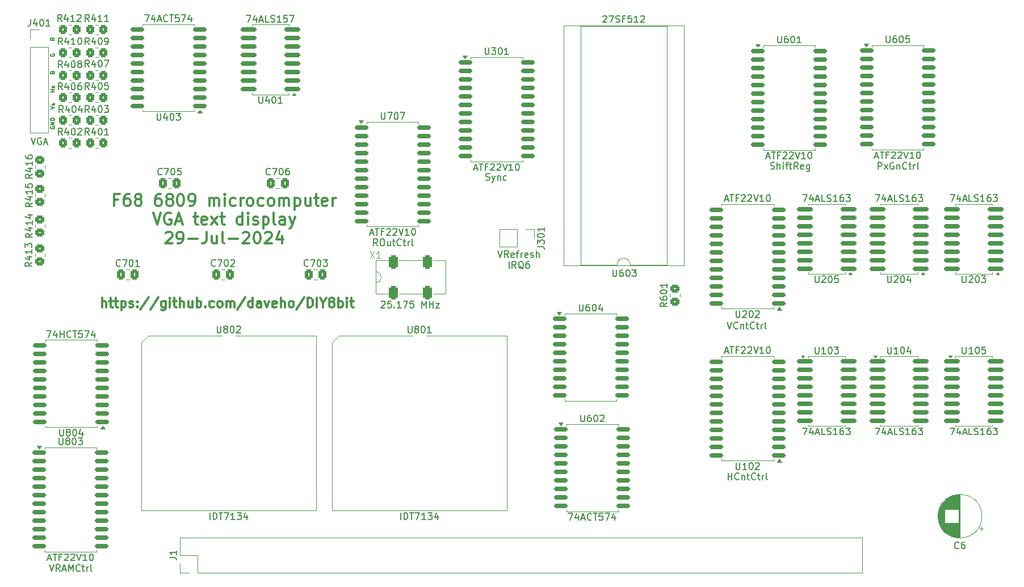
<source format=gto>
G04 #@! TF.GenerationSoftware,KiCad,Pcbnew,8.0.4-8.0.4-0~ubuntu22.04.1*
G04 #@! TF.CreationDate,2024-07-29T10:16:42-04:00*
G04 #@! TF.ProjectId,HW_VGA,48575f56-4741-42e6-9b69-6361645f7063,1*
G04 #@! TF.SameCoordinates,Original*
G04 #@! TF.FileFunction,Legend,Top*
G04 #@! TF.FilePolarity,Positive*
%FSLAX46Y46*%
G04 Gerber Fmt 4.6, Leading zero omitted, Abs format (unit mm)*
G04 Created by KiCad (PCBNEW 8.0.4-8.0.4-0~ubuntu22.04.1) date 2024-07-29 10:16:42*
%MOMM*%
%LPD*%
G01*
G04 APERTURE LIST*
G04 Aperture macros list*
%AMRoundRect*
0 Rectangle with rounded corners*
0 $1 Rounding radius*
0 $2 $3 $4 $5 $6 $7 $8 $9 X,Y pos of 4 corners*
0 Add a 4 corners polygon primitive as box body*
4,1,4,$2,$3,$4,$5,$6,$7,$8,$9,$2,$3,0*
0 Add four circle primitives for the rounded corners*
1,1,$1+$1,$2,$3*
1,1,$1+$1,$4,$5*
1,1,$1+$1,$6,$7*
1,1,$1+$1,$8,$9*
0 Add four rect primitives between the rounded corners*
20,1,$1+$1,$2,$3,$4,$5,0*
20,1,$1+$1,$4,$5,$6,$7,0*
20,1,$1+$1,$6,$7,$8,$9,0*
20,1,$1+$1,$8,$9,$2,$3,0*%
G04 Aperture macros list end*
%ADD10C,0.150000*%
%ADD11C,0.304800*%
%ADD12C,0.100000*%
%ADD13C,0.120000*%
%ADD14C,3.200000*%
%ADD15RoundRect,0.250000X0.350000X0.450000X-0.350000X0.450000X-0.350000X-0.450000X0.350000X-0.450000X0*%
%ADD16RoundRect,0.150000X-0.875000X-0.150000X0.875000X-0.150000X0.875000X0.150000X-0.875000X0.150000X0*%
%ADD17RoundRect,0.250000X-0.350000X-0.450000X0.350000X-0.450000X0.350000X0.450000X-0.350000X0.450000X0*%
%ADD18RoundRect,0.325000X-0.325000X-0.725000X0.325000X-0.725000X0.325000X0.725000X-0.325000X0.725000X0*%
%ADD19R,1.422400X1.422400*%
%ADD20C,1.422400*%
%ADD21RoundRect,0.150000X0.875000X0.150000X-0.875000X0.150000X-0.875000X-0.150000X0.875000X-0.150000X0*%
%ADD22RoundRect,0.150000X1.050000X0.150000X-1.050000X0.150000X-1.050000X-0.150000X1.050000X-0.150000X0*%
%ADD23RoundRect,0.250000X0.450000X-0.350000X0.450000X0.350000X-0.450000X0.350000X-0.450000X-0.350000X0*%
%ADD24RoundRect,0.250000X-0.450000X0.350000X-0.450000X-0.350000X0.450000X-0.350000X0.450000X0.350000X0*%
%ADD25RoundRect,0.250000X-0.337500X-0.475000X0.337500X-0.475000X0.337500X0.475000X-0.337500X0.475000X0*%
%ADD26R,1.600000X1.600000*%
%ADD27O,1.600000X1.600000*%
%ADD28RoundRect,0.150000X-1.050000X-0.150000X1.050000X-0.150000X1.050000X0.150000X-1.050000X0.150000X0*%
%ADD29R,1.700000X1.700000*%
%ADD30O,1.700000X1.700000*%
%ADD31C,1.600000*%
G04 APERTURE END LIST*
D10*
X191736779Y-82519819D02*
X191736779Y-81519819D01*
X191736779Y-81519819D02*
X192117731Y-81519819D01*
X192117731Y-81519819D02*
X192212969Y-81567438D01*
X192212969Y-81567438D02*
X192260588Y-81615057D01*
X192260588Y-81615057D02*
X192308207Y-81710295D01*
X192308207Y-81710295D02*
X192308207Y-81853152D01*
X192308207Y-81853152D02*
X192260588Y-81948390D01*
X192260588Y-81948390D02*
X192212969Y-81996009D01*
X192212969Y-81996009D02*
X192117731Y-82043628D01*
X192117731Y-82043628D02*
X191736779Y-82043628D01*
X192641541Y-82519819D02*
X193165350Y-81853152D01*
X192641541Y-81853152D02*
X193165350Y-82519819D01*
X194070112Y-81567438D02*
X193974874Y-81519819D01*
X193974874Y-81519819D02*
X193832017Y-81519819D01*
X193832017Y-81519819D02*
X193689160Y-81567438D01*
X193689160Y-81567438D02*
X193593922Y-81662676D01*
X193593922Y-81662676D02*
X193546303Y-81757914D01*
X193546303Y-81757914D02*
X193498684Y-81948390D01*
X193498684Y-81948390D02*
X193498684Y-82091247D01*
X193498684Y-82091247D02*
X193546303Y-82281723D01*
X193546303Y-82281723D02*
X193593922Y-82376961D01*
X193593922Y-82376961D02*
X193689160Y-82472200D01*
X193689160Y-82472200D02*
X193832017Y-82519819D01*
X193832017Y-82519819D02*
X193927255Y-82519819D01*
X193927255Y-82519819D02*
X194070112Y-82472200D01*
X194070112Y-82472200D02*
X194117731Y-82424580D01*
X194117731Y-82424580D02*
X194117731Y-82091247D01*
X194117731Y-82091247D02*
X193927255Y-82091247D01*
X194546303Y-81853152D02*
X194546303Y-82519819D01*
X194546303Y-81948390D02*
X194593922Y-81900771D01*
X194593922Y-81900771D02*
X194689160Y-81853152D01*
X194689160Y-81853152D02*
X194832017Y-81853152D01*
X194832017Y-81853152D02*
X194927255Y-81900771D01*
X194927255Y-81900771D02*
X194974874Y-81996009D01*
X194974874Y-81996009D02*
X194974874Y-82519819D01*
X196022493Y-82424580D02*
X195974874Y-82472200D01*
X195974874Y-82472200D02*
X195832017Y-82519819D01*
X195832017Y-82519819D02*
X195736779Y-82519819D01*
X195736779Y-82519819D02*
X195593922Y-82472200D01*
X195593922Y-82472200D02*
X195498684Y-82376961D01*
X195498684Y-82376961D02*
X195451065Y-82281723D01*
X195451065Y-82281723D02*
X195403446Y-82091247D01*
X195403446Y-82091247D02*
X195403446Y-81948390D01*
X195403446Y-81948390D02*
X195451065Y-81757914D01*
X195451065Y-81757914D02*
X195498684Y-81662676D01*
X195498684Y-81662676D02*
X195593922Y-81567438D01*
X195593922Y-81567438D02*
X195736779Y-81519819D01*
X195736779Y-81519819D02*
X195832017Y-81519819D01*
X195832017Y-81519819D02*
X195974874Y-81567438D01*
X195974874Y-81567438D02*
X196022493Y-81615057D01*
X196308208Y-81853152D02*
X196689160Y-81853152D01*
X196451065Y-81519819D02*
X196451065Y-82376961D01*
X196451065Y-82376961D02*
X196498684Y-82472200D01*
X196498684Y-82472200D02*
X196593922Y-82519819D01*
X196593922Y-82519819D02*
X196689160Y-82519819D01*
X197022494Y-82519819D02*
X197022494Y-81853152D01*
X197022494Y-82043628D02*
X197070113Y-81948390D01*
X197070113Y-81948390D02*
X197117732Y-81900771D01*
X197117732Y-81900771D02*
X197212970Y-81853152D01*
X197212970Y-81853152D02*
X197308208Y-81853152D01*
X197784399Y-82519819D02*
X197689161Y-82472200D01*
X197689161Y-82472200D02*
X197641542Y-82376961D01*
X197641542Y-82376961D02*
X197641542Y-81519819D01*
X117083207Y-93944819D02*
X116749874Y-93468628D01*
X116511779Y-93944819D02*
X116511779Y-92944819D01*
X116511779Y-92944819D02*
X116892731Y-92944819D01*
X116892731Y-92944819D02*
X116987969Y-92992438D01*
X116987969Y-92992438D02*
X117035588Y-93040057D01*
X117035588Y-93040057D02*
X117083207Y-93135295D01*
X117083207Y-93135295D02*
X117083207Y-93278152D01*
X117083207Y-93278152D02*
X117035588Y-93373390D01*
X117035588Y-93373390D02*
X116987969Y-93421009D01*
X116987969Y-93421009D02*
X116892731Y-93468628D01*
X116892731Y-93468628D02*
X116511779Y-93468628D01*
X117702255Y-92944819D02*
X117892731Y-92944819D01*
X117892731Y-92944819D02*
X117987969Y-92992438D01*
X117987969Y-92992438D02*
X118083207Y-93087676D01*
X118083207Y-93087676D02*
X118130826Y-93278152D01*
X118130826Y-93278152D02*
X118130826Y-93611485D01*
X118130826Y-93611485D02*
X118083207Y-93801961D01*
X118083207Y-93801961D02*
X117987969Y-93897200D01*
X117987969Y-93897200D02*
X117892731Y-93944819D01*
X117892731Y-93944819D02*
X117702255Y-93944819D01*
X117702255Y-93944819D02*
X117607017Y-93897200D01*
X117607017Y-93897200D02*
X117511779Y-93801961D01*
X117511779Y-93801961D02*
X117464160Y-93611485D01*
X117464160Y-93611485D02*
X117464160Y-93278152D01*
X117464160Y-93278152D02*
X117511779Y-93087676D01*
X117511779Y-93087676D02*
X117607017Y-92992438D01*
X117607017Y-92992438D02*
X117702255Y-92944819D01*
X118987969Y-93278152D02*
X118987969Y-93944819D01*
X118559398Y-93278152D02*
X118559398Y-93801961D01*
X118559398Y-93801961D02*
X118607017Y-93897200D01*
X118607017Y-93897200D02*
X118702255Y-93944819D01*
X118702255Y-93944819D02*
X118845112Y-93944819D01*
X118845112Y-93944819D02*
X118940350Y-93897200D01*
X118940350Y-93897200D02*
X118987969Y-93849580D01*
X119321303Y-93278152D02*
X119702255Y-93278152D01*
X119464160Y-92944819D02*
X119464160Y-93801961D01*
X119464160Y-93801961D02*
X119511779Y-93897200D01*
X119511779Y-93897200D02*
X119607017Y-93944819D01*
X119607017Y-93944819D02*
X119702255Y-93944819D01*
X120607017Y-93849580D02*
X120559398Y-93897200D01*
X120559398Y-93897200D02*
X120416541Y-93944819D01*
X120416541Y-93944819D02*
X120321303Y-93944819D01*
X120321303Y-93944819D02*
X120178446Y-93897200D01*
X120178446Y-93897200D02*
X120083208Y-93801961D01*
X120083208Y-93801961D02*
X120035589Y-93706723D01*
X120035589Y-93706723D02*
X119987970Y-93516247D01*
X119987970Y-93516247D02*
X119987970Y-93373390D01*
X119987970Y-93373390D02*
X120035589Y-93182914D01*
X120035589Y-93182914D02*
X120083208Y-93087676D01*
X120083208Y-93087676D02*
X120178446Y-92992438D01*
X120178446Y-92992438D02*
X120321303Y-92944819D01*
X120321303Y-92944819D02*
X120416541Y-92944819D01*
X120416541Y-92944819D02*
X120559398Y-92992438D01*
X120559398Y-92992438D02*
X120607017Y-93040057D01*
X120892732Y-93278152D02*
X121273684Y-93278152D01*
X121035589Y-92944819D02*
X121035589Y-93801961D01*
X121035589Y-93801961D02*
X121083208Y-93897200D01*
X121083208Y-93897200D02*
X121178446Y-93944819D01*
X121178446Y-93944819D02*
X121273684Y-93944819D01*
X121607018Y-93944819D02*
X121607018Y-93278152D01*
X121607018Y-93468628D02*
X121654637Y-93373390D01*
X121654637Y-93373390D02*
X121702256Y-93325771D01*
X121702256Y-93325771D02*
X121797494Y-93278152D01*
X121797494Y-93278152D02*
X121892732Y-93278152D01*
X122368923Y-93944819D02*
X122273685Y-93897200D01*
X122273685Y-93897200D02*
X122226066Y-93801961D01*
X122226066Y-93801961D02*
X122226066Y-92944819D01*
X175714160Y-82472200D02*
X175857017Y-82519819D01*
X175857017Y-82519819D02*
X176095112Y-82519819D01*
X176095112Y-82519819D02*
X176190350Y-82472200D01*
X176190350Y-82472200D02*
X176237969Y-82424580D01*
X176237969Y-82424580D02*
X176285588Y-82329342D01*
X176285588Y-82329342D02*
X176285588Y-82234104D01*
X176285588Y-82234104D02*
X176237969Y-82138866D01*
X176237969Y-82138866D02*
X176190350Y-82091247D01*
X176190350Y-82091247D02*
X176095112Y-82043628D01*
X176095112Y-82043628D02*
X175904636Y-81996009D01*
X175904636Y-81996009D02*
X175809398Y-81948390D01*
X175809398Y-81948390D02*
X175761779Y-81900771D01*
X175761779Y-81900771D02*
X175714160Y-81805533D01*
X175714160Y-81805533D02*
X175714160Y-81710295D01*
X175714160Y-81710295D02*
X175761779Y-81615057D01*
X175761779Y-81615057D02*
X175809398Y-81567438D01*
X175809398Y-81567438D02*
X175904636Y-81519819D01*
X175904636Y-81519819D02*
X176142731Y-81519819D01*
X176142731Y-81519819D02*
X176285588Y-81567438D01*
X176714160Y-82519819D02*
X176714160Y-81519819D01*
X177142731Y-82519819D02*
X177142731Y-81996009D01*
X177142731Y-81996009D02*
X177095112Y-81900771D01*
X177095112Y-81900771D02*
X176999874Y-81853152D01*
X176999874Y-81853152D02*
X176857017Y-81853152D01*
X176857017Y-81853152D02*
X176761779Y-81900771D01*
X176761779Y-81900771D02*
X176714160Y-81948390D01*
X177618922Y-82519819D02*
X177618922Y-81853152D01*
X177618922Y-81519819D02*
X177571303Y-81567438D01*
X177571303Y-81567438D02*
X177618922Y-81615057D01*
X177618922Y-81615057D02*
X177666541Y-81567438D01*
X177666541Y-81567438D02*
X177618922Y-81519819D01*
X177618922Y-81519819D02*
X177618922Y-81615057D01*
X177952255Y-81853152D02*
X178333207Y-81853152D01*
X178095112Y-82519819D02*
X178095112Y-81662676D01*
X178095112Y-81662676D02*
X178142731Y-81567438D01*
X178142731Y-81567438D02*
X178237969Y-81519819D01*
X178237969Y-81519819D02*
X178333207Y-81519819D01*
X178523684Y-81853152D02*
X178904636Y-81853152D01*
X178666541Y-81519819D02*
X178666541Y-82376961D01*
X178666541Y-82376961D02*
X178714160Y-82472200D01*
X178714160Y-82472200D02*
X178809398Y-82519819D01*
X178809398Y-82519819D02*
X178904636Y-82519819D01*
X179809398Y-82519819D02*
X179476065Y-82043628D01*
X179237970Y-82519819D02*
X179237970Y-81519819D01*
X179237970Y-81519819D02*
X179618922Y-81519819D01*
X179618922Y-81519819D02*
X179714160Y-81567438D01*
X179714160Y-81567438D02*
X179761779Y-81615057D01*
X179761779Y-81615057D02*
X179809398Y-81710295D01*
X179809398Y-81710295D02*
X179809398Y-81853152D01*
X179809398Y-81853152D02*
X179761779Y-81948390D01*
X179761779Y-81948390D02*
X179714160Y-81996009D01*
X179714160Y-81996009D02*
X179618922Y-82043628D01*
X179618922Y-82043628D02*
X179237970Y-82043628D01*
X180618922Y-82472200D02*
X180523684Y-82519819D01*
X180523684Y-82519819D02*
X180333208Y-82519819D01*
X180333208Y-82519819D02*
X180237970Y-82472200D01*
X180237970Y-82472200D02*
X180190351Y-82376961D01*
X180190351Y-82376961D02*
X180190351Y-81996009D01*
X180190351Y-81996009D02*
X180237970Y-81900771D01*
X180237970Y-81900771D02*
X180333208Y-81853152D01*
X180333208Y-81853152D02*
X180523684Y-81853152D01*
X180523684Y-81853152D02*
X180618922Y-81900771D01*
X180618922Y-81900771D02*
X180666541Y-81996009D01*
X180666541Y-81996009D02*
X180666541Y-82091247D01*
X180666541Y-82091247D02*
X180190351Y-82186485D01*
X181523684Y-81853152D02*
X181523684Y-82662676D01*
X181523684Y-82662676D02*
X181476065Y-82757914D01*
X181476065Y-82757914D02*
X181428446Y-82805533D01*
X181428446Y-82805533D02*
X181333208Y-82853152D01*
X181333208Y-82853152D02*
X181190351Y-82853152D01*
X181190351Y-82853152D02*
X181095113Y-82805533D01*
X181523684Y-82472200D02*
X181428446Y-82519819D01*
X181428446Y-82519819D02*
X181237970Y-82519819D01*
X181237970Y-82519819D02*
X181142732Y-82472200D01*
X181142732Y-82472200D02*
X181095113Y-82424580D01*
X181095113Y-82424580D02*
X181047494Y-82329342D01*
X181047494Y-82329342D02*
X181047494Y-82043628D01*
X181047494Y-82043628D02*
X181095113Y-81948390D01*
X181095113Y-81948390D02*
X181142732Y-81900771D01*
X181142732Y-81900771D02*
X181237970Y-81853152D01*
X181237970Y-81853152D02*
X181428446Y-81853152D01*
X181428446Y-81853152D02*
X181523684Y-81900771D01*
X68918771Y-70958458D02*
X68318771Y-70958458D01*
X68604485Y-70958458D02*
X68604485Y-70615601D01*
X68918771Y-70615601D02*
X68318771Y-70615601D01*
X68890200Y-70358459D02*
X68918771Y-70301316D01*
X68918771Y-70301316D02*
X68918771Y-70187030D01*
X68918771Y-70187030D02*
X68890200Y-70129887D01*
X68890200Y-70129887D02*
X68833057Y-70101316D01*
X68833057Y-70101316D02*
X68804485Y-70101316D01*
X68804485Y-70101316D02*
X68747342Y-70129887D01*
X68747342Y-70129887D02*
X68718771Y-70187030D01*
X68718771Y-70187030D02*
X68718771Y-70272745D01*
X68718771Y-70272745D02*
X68690200Y-70329887D01*
X68690200Y-70329887D02*
X68633057Y-70358459D01*
X68633057Y-70358459D02*
X68604485Y-70358459D01*
X68604485Y-70358459D02*
X68547342Y-70329887D01*
X68547342Y-70329887D02*
X68518771Y-70272745D01*
X68518771Y-70272745D02*
X68518771Y-70187030D01*
X68518771Y-70187030D02*
X68547342Y-70129887D01*
X68318771Y-73544173D02*
X68918771Y-73344173D01*
X68918771Y-73344173D02*
X68318771Y-73144173D01*
X68890200Y-72972744D02*
X68918771Y-72915601D01*
X68918771Y-72915601D02*
X68918771Y-72801315D01*
X68918771Y-72801315D02*
X68890200Y-72744172D01*
X68890200Y-72744172D02*
X68833057Y-72715601D01*
X68833057Y-72715601D02*
X68804485Y-72715601D01*
X68804485Y-72715601D02*
X68747342Y-72744172D01*
X68747342Y-72744172D02*
X68718771Y-72801315D01*
X68718771Y-72801315D02*
X68718771Y-72887030D01*
X68718771Y-72887030D02*
X68690200Y-72944172D01*
X68690200Y-72944172D02*
X68633057Y-72972744D01*
X68633057Y-72972744D02*
X68604485Y-72972744D01*
X68604485Y-72972744D02*
X68547342Y-72944172D01*
X68547342Y-72944172D02*
X68518771Y-72887030D01*
X68518771Y-72887030D02*
X68518771Y-72801315D01*
X68518771Y-72801315D02*
X68547342Y-72744172D01*
X68604485Y-68058458D02*
X68633057Y-67972744D01*
X68633057Y-67972744D02*
X68661628Y-67944173D01*
X68661628Y-67944173D02*
X68718771Y-67915601D01*
X68718771Y-67915601D02*
X68804485Y-67915601D01*
X68804485Y-67915601D02*
X68861628Y-67944173D01*
X68861628Y-67944173D02*
X68890200Y-67972744D01*
X68890200Y-67972744D02*
X68918771Y-68029887D01*
X68918771Y-68029887D02*
X68918771Y-68258458D01*
X68918771Y-68258458D02*
X68318771Y-68258458D01*
X68318771Y-68258458D02*
X68318771Y-68058458D01*
X68318771Y-68058458D02*
X68347342Y-68001316D01*
X68347342Y-68001316D02*
X68375914Y-67972744D01*
X68375914Y-67972744D02*
X68433057Y-67944173D01*
X68433057Y-67944173D02*
X68490200Y-67944173D01*
X68490200Y-67944173D02*
X68547342Y-67972744D01*
X68547342Y-67972744D02*
X68575914Y-68001316D01*
X68575914Y-68001316D02*
X68604485Y-68058458D01*
X68604485Y-68058458D02*
X68604485Y-68258458D01*
X68347342Y-65344173D02*
X68318771Y-65401316D01*
X68318771Y-65401316D02*
X68318771Y-65487030D01*
X68318771Y-65487030D02*
X68347342Y-65572744D01*
X68347342Y-65572744D02*
X68404485Y-65629887D01*
X68404485Y-65629887D02*
X68461628Y-65658458D01*
X68461628Y-65658458D02*
X68575914Y-65687030D01*
X68575914Y-65687030D02*
X68661628Y-65687030D01*
X68661628Y-65687030D02*
X68775914Y-65658458D01*
X68775914Y-65658458D02*
X68833057Y-65629887D01*
X68833057Y-65629887D02*
X68890200Y-65572744D01*
X68890200Y-65572744D02*
X68918771Y-65487030D01*
X68918771Y-65487030D02*
X68918771Y-65429887D01*
X68918771Y-65429887D02*
X68890200Y-65344173D01*
X68890200Y-65344173D02*
X68861628Y-65315601D01*
X68861628Y-65315601D02*
X68661628Y-65315601D01*
X68661628Y-65315601D02*
X68661628Y-65429887D01*
X169361779Y-128869819D02*
X169361779Y-127869819D01*
X169361779Y-128346009D02*
X169933207Y-128346009D01*
X169933207Y-128869819D02*
X169933207Y-127869819D01*
X170980826Y-128774580D02*
X170933207Y-128822200D01*
X170933207Y-128822200D02*
X170790350Y-128869819D01*
X170790350Y-128869819D02*
X170695112Y-128869819D01*
X170695112Y-128869819D02*
X170552255Y-128822200D01*
X170552255Y-128822200D02*
X170457017Y-128726961D01*
X170457017Y-128726961D02*
X170409398Y-128631723D01*
X170409398Y-128631723D02*
X170361779Y-128441247D01*
X170361779Y-128441247D02*
X170361779Y-128298390D01*
X170361779Y-128298390D02*
X170409398Y-128107914D01*
X170409398Y-128107914D02*
X170457017Y-128012676D01*
X170457017Y-128012676D02*
X170552255Y-127917438D01*
X170552255Y-127917438D02*
X170695112Y-127869819D01*
X170695112Y-127869819D02*
X170790350Y-127869819D01*
X170790350Y-127869819D02*
X170933207Y-127917438D01*
X170933207Y-127917438D02*
X170980826Y-127965057D01*
X171409398Y-128203152D02*
X171409398Y-128869819D01*
X171409398Y-128298390D02*
X171457017Y-128250771D01*
X171457017Y-128250771D02*
X171552255Y-128203152D01*
X171552255Y-128203152D02*
X171695112Y-128203152D01*
X171695112Y-128203152D02*
X171790350Y-128250771D01*
X171790350Y-128250771D02*
X171837969Y-128346009D01*
X171837969Y-128346009D02*
X171837969Y-128869819D01*
X172171303Y-128203152D02*
X172552255Y-128203152D01*
X172314160Y-127869819D02*
X172314160Y-128726961D01*
X172314160Y-128726961D02*
X172361779Y-128822200D01*
X172361779Y-128822200D02*
X172457017Y-128869819D01*
X172457017Y-128869819D02*
X172552255Y-128869819D01*
X173457017Y-128774580D02*
X173409398Y-128822200D01*
X173409398Y-128822200D02*
X173266541Y-128869819D01*
X173266541Y-128869819D02*
X173171303Y-128869819D01*
X173171303Y-128869819D02*
X173028446Y-128822200D01*
X173028446Y-128822200D02*
X172933208Y-128726961D01*
X172933208Y-128726961D02*
X172885589Y-128631723D01*
X172885589Y-128631723D02*
X172837970Y-128441247D01*
X172837970Y-128441247D02*
X172837970Y-128298390D01*
X172837970Y-128298390D02*
X172885589Y-128107914D01*
X172885589Y-128107914D02*
X172933208Y-128012676D01*
X172933208Y-128012676D02*
X173028446Y-127917438D01*
X173028446Y-127917438D02*
X173171303Y-127869819D01*
X173171303Y-127869819D02*
X173266541Y-127869819D01*
X173266541Y-127869819D02*
X173409398Y-127917438D01*
X173409398Y-127917438D02*
X173457017Y-127965057D01*
X173742732Y-128203152D02*
X174123684Y-128203152D01*
X173885589Y-127869819D02*
X173885589Y-128726961D01*
X173885589Y-128726961D02*
X173933208Y-128822200D01*
X173933208Y-128822200D02*
X174028446Y-128869819D01*
X174028446Y-128869819D02*
X174123684Y-128869819D01*
X174457018Y-128869819D02*
X174457018Y-128203152D01*
X174457018Y-128393628D02*
X174504637Y-128298390D01*
X174504637Y-128298390D02*
X174552256Y-128250771D01*
X174552256Y-128250771D02*
X174647494Y-128203152D01*
X174647494Y-128203152D02*
X174742732Y-128203152D01*
X175218923Y-128869819D02*
X175123685Y-128822200D01*
X175123685Y-128822200D02*
X175076066Y-128726961D01*
X175076066Y-128726961D02*
X175076066Y-127869819D01*
X68918771Y-62915601D02*
X68633057Y-63115601D01*
X68918771Y-63258458D02*
X68318771Y-63258458D01*
X68318771Y-63258458D02*
X68318771Y-63029887D01*
X68318771Y-63029887D02*
X68347342Y-62972744D01*
X68347342Y-62972744D02*
X68375914Y-62944173D01*
X68375914Y-62944173D02*
X68433057Y-62915601D01*
X68433057Y-62915601D02*
X68518771Y-62915601D01*
X68518771Y-62915601D02*
X68575914Y-62944173D01*
X68575914Y-62944173D02*
X68604485Y-62972744D01*
X68604485Y-62972744D02*
X68633057Y-63029887D01*
X68633057Y-63029887D02*
X68633057Y-63258458D01*
X169243922Y-105344819D02*
X169577255Y-106344819D01*
X169577255Y-106344819D02*
X169910588Y-105344819D01*
X170815350Y-106249580D02*
X170767731Y-106297200D01*
X170767731Y-106297200D02*
X170624874Y-106344819D01*
X170624874Y-106344819D02*
X170529636Y-106344819D01*
X170529636Y-106344819D02*
X170386779Y-106297200D01*
X170386779Y-106297200D02*
X170291541Y-106201961D01*
X170291541Y-106201961D02*
X170243922Y-106106723D01*
X170243922Y-106106723D02*
X170196303Y-105916247D01*
X170196303Y-105916247D02*
X170196303Y-105773390D01*
X170196303Y-105773390D02*
X170243922Y-105582914D01*
X170243922Y-105582914D02*
X170291541Y-105487676D01*
X170291541Y-105487676D02*
X170386779Y-105392438D01*
X170386779Y-105392438D02*
X170529636Y-105344819D01*
X170529636Y-105344819D02*
X170624874Y-105344819D01*
X170624874Y-105344819D02*
X170767731Y-105392438D01*
X170767731Y-105392438D02*
X170815350Y-105440057D01*
X171243922Y-105678152D02*
X171243922Y-106344819D01*
X171243922Y-105773390D02*
X171291541Y-105725771D01*
X171291541Y-105725771D02*
X171386779Y-105678152D01*
X171386779Y-105678152D02*
X171529636Y-105678152D01*
X171529636Y-105678152D02*
X171624874Y-105725771D01*
X171624874Y-105725771D02*
X171672493Y-105821009D01*
X171672493Y-105821009D02*
X171672493Y-106344819D01*
X172005827Y-105678152D02*
X172386779Y-105678152D01*
X172148684Y-105344819D02*
X172148684Y-106201961D01*
X172148684Y-106201961D02*
X172196303Y-106297200D01*
X172196303Y-106297200D02*
X172291541Y-106344819D01*
X172291541Y-106344819D02*
X172386779Y-106344819D01*
X173291541Y-106249580D02*
X173243922Y-106297200D01*
X173243922Y-106297200D02*
X173101065Y-106344819D01*
X173101065Y-106344819D02*
X173005827Y-106344819D01*
X173005827Y-106344819D02*
X172862970Y-106297200D01*
X172862970Y-106297200D02*
X172767732Y-106201961D01*
X172767732Y-106201961D02*
X172720113Y-106106723D01*
X172720113Y-106106723D02*
X172672494Y-105916247D01*
X172672494Y-105916247D02*
X172672494Y-105773390D01*
X172672494Y-105773390D02*
X172720113Y-105582914D01*
X172720113Y-105582914D02*
X172767732Y-105487676D01*
X172767732Y-105487676D02*
X172862970Y-105392438D01*
X172862970Y-105392438D02*
X173005827Y-105344819D01*
X173005827Y-105344819D02*
X173101065Y-105344819D01*
X173101065Y-105344819D02*
X173243922Y-105392438D01*
X173243922Y-105392438D02*
X173291541Y-105440057D01*
X173577256Y-105678152D02*
X173958208Y-105678152D01*
X173720113Y-105344819D02*
X173720113Y-106201961D01*
X173720113Y-106201961D02*
X173767732Y-106297200D01*
X173767732Y-106297200D02*
X173862970Y-106344819D01*
X173862970Y-106344819D02*
X173958208Y-106344819D01*
X174291542Y-106344819D02*
X174291542Y-105678152D01*
X174291542Y-105868628D02*
X174339161Y-105773390D01*
X174339161Y-105773390D02*
X174386780Y-105725771D01*
X174386780Y-105725771D02*
X174482018Y-105678152D01*
X174482018Y-105678152D02*
X174577256Y-105678152D01*
X175053447Y-106344819D02*
X174958209Y-106297200D01*
X174958209Y-106297200D02*
X174910590Y-106201961D01*
X174910590Y-106201961D02*
X174910590Y-105344819D01*
X68347342Y-76144173D02*
X68318771Y-76201316D01*
X68318771Y-76201316D02*
X68318771Y-76287030D01*
X68318771Y-76287030D02*
X68347342Y-76372744D01*
X68347342Y-76372744D02*
X68404485Y-76429887D01*
X68404485Y-76429887D02*
X68461628Y-76458458D01*
X68461628Y-76458458D02*
X68575914Y-76487030D01*
X68575914Y-76487030D02*
X68661628Y-76487030D01*
X68661628Y-76487030D02*
X68775914Y-76458458D01*
X68775914Y-76458458D02*
X68833057Y-76429887D01*
X68833057Y-76429887D02*
X68890200Y-76372744D01*
X68890200Y-76372744D02*
X68918771Y-76287030D01*
X68918771Y-76287030D02*
X68918771Y-76229887D01*
X68918771Y-76229887D02*
X68890200Y-76144173D01*
X68890200Y-76144173D02*
X68861628Y-76115601D01*
X68861628Y-76115601D02*
X68661628Y-76115601D01*
X68661628Y-76115601D02*
X68661628Y-76229887D01*
X68918771Y-75858458D02*
X68318771Y-75858458D01*
X68318771Y-75858458D02*
X68918771Y-75515601D01*
X68918771Y-75515601D02*
X68318771Y-75515601D01*
X68918771Y-75229887D02*
X68318771Y-75229887D01*
X68318771Y-75229887D02*
X68318771Y-75087030D01*
X68318771Y-75087030D02*
X68347342Y-75001316D01*
X68347342Y-75001316D02*
X68404485Y-74944173D01*
X68404485Y-74944173D02*
X68461628Y-74915602D01*
X68461628Y-74915602D02*
X68575914Y-74887030D01*
X68575914Y-74887030D02*
X68661628Y-74887030D01*
X68661628Y-74887030D02*
X68775914Y-74915602D01*
X68775914Y-74915602D02*
X68833057Y-74944173D01*
X68833057Y-74944173D02*
X68890200Y-75001316D01*
X68890200Y-75001316D02*
X68918771Y-75087030D01*
X68918771Y-75087030D02*
X68918771Y-75229887D01*
X135057142Y-94684875D02*
X135390475Y-95684875D01*
X135390475Y-95684875D02*
X135723808Y-94684875D01*
X136628570Y-95684875D02*
X136295237Y-95208684D01*
X136057142Y-95684875D02*
X136057142Y-94684875D01*
X136057142Y-94684875D02*
X136438094Y-94684875D01*
X136438094Y-94684875D02*
X136533332Y-94732494D01*
X136533332Y-94732494D02*
X136580951Y-94780113D01*
X136580951Y-94780113D02*
X136628570Y-94875351D01*
X136628570Y-94875351D02*
X136628570Y-95018208D01*
X136628570Y-95018208D02*
X136580951Y-95113446D01*
X136580951Y-95113446D02*
X136533332Y-95161065D01*
X136533332Y-95161065D02*
X136438094Y-95208684D01*
X136438094Y-95208684D02*
X136057142Y-95208684D01*
X137438094Y-95637256D02*
X137342856Y-95684875D01*
X137342856Y-95684875D02*
X137152380Y-95684875D01*
X137152380Y-95684875D02*
X137057142Y-95637256D01*
X137057142Y-95637256D02*
X137009523Y-95542017D01*
X137009523Y-95542017D02*
X137009523Y-95161065D01*
X137009523Y-95161065D02*
X137057142Y-95065827D01*
X137057142Y-95065827D02*
X137152380Y-95018208D01*
X137152380Y-95018208D02*
X137342856Y-95018208D01*
X137342856Y-95018208D02*
X137438094Y-95065827D01*
X137438094Y-95065827D02*
X137485713Y-95161065D01*
X137485713Y-95161065D02*
X137485713Y-95256303D01*
X137485713Y-95256303D02*
X137009523Y-95351541D01*
X137771428Y-95018208D02*
X138152380Y-95018208D01*
X137914285Y-95684875D02*
X137914285Y-94827732D01*
X137914285Y-94827732D02*
X137961904Y-94732494D01*
X137961904Y-94732494D02*
X138057142Y-94684875D01*
X138057142Y-94684875D02*
X138152380Y-94684875D01*
X138485714Y-95684875D02*
X138485714Y-95018208D01*
X138485714Y-95208684D02*
X138533333Y-95113446D01*
X138533333Y-95113446D02*
X138580952Y-95065827D01*
X138580952Y-95065827D02*
X138676190Y-95018208D01*
X138676190Y-95018208D02*
X138771428Y-95018208D01*
X139485714Y-95637256D02*
X139390476Y-95684875D01*
X139390476Y-95684875D02*
X139200000Y-95684875D01*
X139200000Y-95684875D02*
X139104762Y-95637256D01*
X139104762Y-95637256D02*
X139057143Y-95542017D01*
X139057143Y-95542017D02*
X139057143Y-95161065D01*
X139057143Y-95161065D02*
X139104762Y-95065827D01*
X139104762Y-95065827D02*
X139200000Y-95018208D01*
X139200000Y-95018208D02*
X139390476Y-95018208D01*
X139390476Y-95018208D02*
X139485714Y-95065827D01*
X139485714Y-95065827D02*
X139533333Y-95161065D01*
X139533333Y-95161065D02*
X139533333Y-95256303D01*
X139533333Y-95256303D02*
X139057143Y-95351541D01*
X139914286Y-95637256D02*
X140009524Y-95684875D01*
X140009524Y-95684875D02*
X140200000Y-95684875D01*
X140200000Y-95684875D02*
X140295238Y-95637256D01*
X140295238Y-95637256D02*
X140342857Y-95542017D01*
X140342857Y-95542017D02*
X140342857Y-95494398D01*
X140342857Y-95494398D02*
X140295238Y-95399160D01*
X140295238Y-95399160D02*
X140200000Y-95351541D01*
X140200000Y-95351541D02*
X140057143Y-95351541D01*
X140057143Y-95351541D02*
X139961905Y-95303922D01*
X139961905Y-95303922D02*
X139914286Y-95208684D01*
X139914286Y-95208684D02*
X139914286Y-95161065D01*
X139914286Y-95161065D02*
X139961905Y-95065827D01*
X139961905Y-95065827D02*
X140057143Y-95018208D01*
X140057143Y-95018208D02*
X140200000Y-95018208D01*
X140200000Y-95018208D02*
X140295238Y-95065827D01*
X140771429Y-95684875D02*
X140771429Y-94684875D01*
X141200000Y-95684875D02*
X141200000Y-95161065D01*
X141200000Y-95161065D02*
X141152381Y-95065827D01*
X141152381Y-95065827D02*
X141057143Y-95018208D01*
X141057143Y-95018208D02*
X140914286Y-95018208D01*
X140914286Y-95018208D02*
X140819048Y-95065827D01*
X140819048Y-95065827D02*
X140771429Y-95113446D01*
X136700000Y-97294819D02*
X136700000Y-96294819D01*
X137747618Y-97294819D02*
X137414285Y-96818628D01*
X137176190Y-97294819D02*
X137176190Y-96294819D01*
X137176190Y-96294819D02*
X137557142Y-96294819D01*
X137557142Y-96294819D02*
X137652380Y-96342438D01*
X137652380Y-96342438D02*
X137699999Y-96390057D01*
X137699999Y-96390057D02*
X137747618Y-96485295D01*
X137747618Y-96485295D02*
X137747618Y-96628152D01*
X137747618Y-96628152D02*
X137699999Y-96723390D01*
X137699999Y-96723390D02*
X137652380Y-96771009D01*
X137652380Y-96771009D02*
X137557142Y-96818628D01*
X137557142Y-96818628D02*
X137176190Y-96818628D01*
X138842856Y-97390057D02*
X138747618Y-97342438D01*
X138747618Y-97342438D02*
X138652380Y-97247200D01*
X138652380Y-97247200D02*
X138509523Y-97104342D01*
X138509523Y-97104342D02*
X138414285Y-97056723D01*
X138414285Y-97056723D02*
X138319047Y-97056723D01*
X138366666Y-97294819D02*
X138271428Y-97247200D01*
X138271428Y-97247200D02*
X138176190Y-97151961D01*
X138176190Y-97151961D02*
X138128571Y-96961485D01*
X138128571Y-96961485D02*
X138128571Y-96628152D01*
X138128571Y-96628152D02*
X138176190Y-96437676D01*
X138176190Y-96437676D02*
X138271428Y-96342438D01*
X138271428Y-96342438D02*
X138366666Y-96294819D01*
X138366666Y-96294819D02*
X138557142Y-96294819D01*
X138557142Y-96294819D02*
X138652380Y-96342438D01*
X138652380Y-96342438D02*
X138747618Y-96437676D01*
X138747618Y-96437676D02*
X138795237Y-96628152D01*
X138795237Y-96628152D02*
X138795237Y-96961485D01*
X138795237Y-96961485D02*
X138747618Y-97151961D01*
X138747618Y-97151961D02*
X138652380Y-97247200D01*
X138652380Y-97247200D02*
X138557142Y-97294819D01*
X138557142Y-97294819D02*
X138366666Y-97294819D01*
X139652380Y-96294819D02*
X139461904Y-96294819D01*
X139461904Y-96294819D02*
X139366666Y-96342438D01*
X139366666Y-96342438D02*
X139319047Y-96390057D01*
X139319047Y-96390057D02*
X139223809Y-96532914D01*
X139223809Y-96532914D02*
X139176190Y-96723390D01*
X139176190Y-96723390D02*
X139176190Y-97104342D01*
X139176190Y-97104342D02*
X139223809Y-97199580D01*
X139223809Y-97199580D02*
X139271428Y-97247200D01*
X139271428Y-97247200D02*
X139366666Y-97294819D01*
X139366666Y-97294819D02*
X139557142Y-97294819D01*
X139557142Y-97294819D02*
X139652380Y-97247200D01*
X139652380Y-97247200D02*
X139699999Y-97199580D01*
X139699999Y-97199580D02*
X139747618Y-97104342D01*
X139747618Y-97104342D02*
X139747618Y-96866247D01*
X139747618Y-96866247D02*
X139699999Y-96771009D01*
X139699999Y-96771009D02*
X139652380Y-96723390D01*
X139652380Y-96723390D02*
X139557142Y-96675771D01*
X139557142Y-96675771D02*
X139366666Y-96675771D01*
X139366666Y-96675771D02*
X139271428Y-96723390D01*
X139271428Y-96723390D02*
X139223809Y-96771009D01*
X139223809Y-96771009D02*
X139176190Y-96866247D01*
X65393922Y-77819819D02*
X65727255Y-78819819D01*
X65727255Y-78819819D02*
X66060588Y-77819819D01*
X66917731Y-77867438D02*
X66822493Y-77819819D01*
X66822493Y-77819819D02*
X66679636Y-77819819D01*
X66679636Y-77819819D02*
X66536779Y-77867438D01*
X66536779Y-77867438D02*
X66441541Y-77962676D01*
X66441541Y-77962676D02*
X66393922Y-78057914D01*
X66393922Y-78057914D02*
X66346303Y-78248390D01*
X66346303Y-78248390D02*
X66346303Y-78391247D01*
X66346303Y-78391247D02*
X66393922Y-78581723D01*
X66393922Y-78581723D02*
X66441541Y-78676961D01*
X66441541Y-78676961D02*
X66536779Y-78772200D01*
X66536779Y-78772200D02*
X66679636Y-78819819D01*
X66679636Y-78819819D02*
X66774874Y-78819819D01*
X66774874Y-78819819D02*
X66917731Y-78772200D01*
X66917731Y-78772200D02*
X66965350Y-78724580D01*
X66965350Y-78724580D02*
X66965350Y-78391247D01*
X66965350Y-78391247D02*
X66774874Y-78391247D01*
X67346303Y-78534104D02*
X67822493Y-78534104D01*
X67251065Y-78819819D02*
X67584398Y-77819819D01*
X67584398Y-77819819D02*
X67917731Y-78819819D01*
X133239160Y-84122200D02*
X133382017Y-84169819D01*
X133382017Y-84169819D02*
X133620112Y-84169819D01*
X133620112Y-84169819D02*
X133715350Y-84122200D01*
X133715350Y-84122200D02*
X133762969Y-84074580D01*
X133762969Y-84074580D02*
X133810588Y-83979342D01*
X133810588Y-83979342D02*
X133810588Y-83884104D01*
X133810588Y-83884104D02*
X133762969Y-83788866D01*
X133762969Y-83788866D02*
X133715350Y-83741247D01*
X133715350Y-83741247D02*
X133620112Y-83693628D01*
X133620112Y-83693628D02*
X133429636Y-83646009D01*
X133429636Y-83646009D02*
X133334398Y-83598390D01*
X133334398Y-83598390D02*
X133286779Y-83550771D01*
X133286779Y-83550771D02*
X133239160Y-83455533D01*
X133239160Y-83455533D02*
X133239160Y-83360295D01*
X133239160Y-83360295D02*
X133286779Y-83265057D01*
X133286779Y-83265057D02*
X133334398Y-83217438D01*
X133334398Y-83217438D02*
X133429636Y-83169819D01*
X133429636Y-83169819D02*
X133667731Y-83169819D01*
X133667731Y-83169819D02*
X133810588Y-83217438D01*
X134143922Y-83503152D02*
X134382017Y-84169819D01*
X134620112Y-83503152D02*
X134382017Y-84169819D01*
X134382017Y-84169819D02*
X134286779Y-84407914D01*
X134286779Y-84407914D02*
X134239160Y-84455533D01*
X134239160Y-84455533D02*
X134143922Y-84503152D01*
X135001065Y-83503152D02*
X135001065Y-84169819D01*
X135001065Y-83598390D02*
X135048684Y-83550771D01*
X135048684Y-83550771D02*
X135143922Y-83503152D01*
X135143922Y-83503152D02*
X135286779Y-83503152D01*
X135286779Y-83503152D02*
X135382017Y-83550771D01*
X135382017Y-83550771D02*
X135429636Y-83646009D01*
X135429636Y-83646009D02*
X135429636Y-84169819D01*
X136334398Y-84122200D02*
X136239160Y-84169819D01*
X136239160Y-84169819D02*
X136048684Y-84169819D01*
X136048684Y-84169819D02*
X135953446Y-84122200D01*
X135953446Y-84122200D02*
X135905827Y-84074580D01*
X135905827Y-84074580D02*
X135858208Y-83979342D01*
X135858208Y-83979342D02*
X135858208Y-83693628D01*
X135858208Y-83693628D02*
X135905827Y-83598390D01*
X135905827Y-83598390D02*
X135953446Y-83550771D01*
X135953446Y-83550771D02*
X136048684Y-83503152D01*
X136048684Y-83503152D02*
X136239160Y-83503152D01*
X136239160Y-83503152D02*
X136334398Y-83550771D01*
D11*
X75983859Y-103137816D02*
X75983859Y-101737816D01*
X76583859Y-103137816D02*
X76583859Y-102404483D01*
X76583859Y-102404483D02*
X76517192Y-102271150D01*
X76517192Y-102271150D02*
X76383859Y-102204483D01*
X76383859Y-102204483D02*
X76183859Y-102204483D01*
X76183859Y-102204483D02*
X76050526Y-102271150D01*
X76050526Y-102271150D02*
X75983859Y-102337816D01*
X77050526Y-102204483D02*
X77583859Y-102204483D01*
X77250526Y-101737816D02*
X77250526Y-102937816D01*
X77250526Y-102937816D02*
X77317193Y-103071150D01*
X77317193Y-103071150D02*
X77450526Y-103137816D01*
X77450526Y-103137816D02*
X77583859Y-103137816D01*
X77850526Y-102204483D02*
X78383859Y-102204483D01*
X78050526Y-101737816D02*
X78050526Y-102937816D01*
X78050526Y-102937816D02*
X78117193Y-103071150D01*
X78117193Y-103071150D02*
X78250526Y-103137816D01*
X78250526Y-103137816D02*
X78383859Y-103137816D01*
X78850526Y-102204483D02*
X78850526Y-103604483D01*
X78850526Y-102271150D02*
X78983859Y-102204483D01*
X78983859Y-102204483D02*
X79250526Y-102204483D01*
X79250526Y-102204483D02*
X79383859Y-102271150D01*
X79383859Y-102271150D02*
X79450526Y-102337816D01*
X79450526Y-102337816D02*
X79517193Y-102471150D01*
X79517193Y-102471150D02*
X79517193Y-102871150D01*
X79517193Y-102871150D02*
X79450526Y-103004483D01*
X79450526Y-103004483D02*
X79383859Y-103071150D01*
X79383859Y-103071150D02*
X79250526Y-103137816D01*
X79250526Y-103137816D02*
X78983859Y-103137816D01*
X78983859Y-103137816D02*
X78850526Y-103071150D01*
X80050526Y-103071150D02*
X80183860Y-103137816D01*
X80183860Y-103137816D02*
X80450526Y-103137816D01*
X80450526Y-103137816D02*
X80583860Y-103071150D01*
X80583860Y-103071150D02*
X80650526Y-102937816D01*
X80650526Y-102937816D02*
X80650526Y-102871150D01*
X80650526Y-102871150D02*
X80583860Y-102737816D01*
X80583860Y-102737816D02*
X80450526Y-102671150D01*
X80450526Y-102671150D02*
X80250526Y-102671150D01*
X80250526Y-102671150D02*
X80117193Y-102604483D01*
X80117193Y-102604483D02*
X80050526Y-102471150D01*
X80050526Y-102471150D02*
X80050526Y-102404483D01*
X80050526Y-102404483D02*
X80117193Y-102271150D01*
X80117193Y-102271150D02*
X80250526Y-102204483D01*
X80250526Y-102204483D02*
X80450526Y-102204483D01*
X80450526Y-102204483D02*
X80583860Y-102271150D01*
X81250526Y-103004483D02*
X81317193Y-103071150D01*
X81317193Y-103071150D02*
X81250526Y-103137816D01*
X81250526Y-103137816D02*
X81183859Y-103071150D01*
X81183859Y-103071150D02*
X81250526Y-103004483D01*
X81250526Y-103004483D02*
X81250526Y-103137816D01*
X81250526Y-102271150D02*
X81317193Y-102337816D01*
X81317193Y-102337816D02*
X81250526Y-102404483D01*
X81250526Y-102404483D02*
X81183859Y-102337816D01*
X81183859Y-102337816D02*
X81250526Y-102271150D01*
X81250526Y-102271150D02*
X81250526Y-102404483D01*
X82917193Y-101671150D02*
X81717193Y-103471150D01*
X84383860Y-101671150D02*
X83183860Y-103471150D01*
X85450527Y-102204483D02*
X85450527Y-103337816D01*
X85450527Y-103337816D02*
X85383860Y-103471150D01*
X85383860Y-103471150D02*
X85317194Y-103537816D01*
X85317194Y-103537816D02*
X85183860Y-103604483D01*
X85183860Y-103604483D02*
X84983860Y-103604483D01*
X84983860Y-103604483D02*
X84850527Y-103537816D01*
X85450527Y-103071150D02*
X85317194Y-103137816D01*
X85317194Y-103137816D02*
X85050527Y-103137816D01*
X85050527Y-103137816D02*
X84917194Y-103071150D01*
X84917194Y-103071150D02*
X84850527Y-103004483D01*
X84850527Y-103004483D02*
X84783860Y-102871150D01*
X84783860Y-102871150D02*
X84783860Y-102471150D01*
X84783860Y-102471150D02*
X84850527Y-102337816D01*
X84850527Y-102337816D02*
X84917194Y-102271150D01*
X84917194Y-102271150D02*
X85050527Y-102204483D01*
X85050527Y-102204483D02*
X85317194Y-102204483D01*
X85317194Y-102204483D02*
X85450527Y-102271150D01*
X86117194Y-103137816D02*
X86117194Y-102204483D01*
X86117194Y-101737816D02*
X86050527Y-101804483D01*
X86050527Y-101804483D02*
X86117194Y-101871150D01*
X86117194Y-101871150D02*
X86183861Y-101804483D01*
X86183861Y-101804483D02*
X86117194Y-101737816D01*
X86117194Y-101737816D02*
X86117194Y-101871150D01*
X86583861Y-102204483D02*
X87117194Y-102204483D01*
X86783861Y-101737816D02*
X86783861Y-102937816D01*
X86783861Y-102937816D02*
X86850528Y-103071150D01*
X86850528Y-103071150D02*
X86983861Y-103137816D01*
X86983861Y-103137816D02*
X87117194Y-103137816D01*
X87583861Y-103137816D02*
X87583861Y-101737816D01*
X88183861Y-103137816D02*
X88183861Y-102404483D01*
X88183861Y-102404483D02*
X88117194Y-102271150D01*
X88117194Y-102271150D02*
X87983861Y-102204483D01*
X87983861Y-102204483D02*
X87783861Y-102204483D01*
X87783861Y-102204483D02*
X87650528Y-102271150D01*
X87650528Y-102271150D02*
X87583861Y-102337816D01*
X89450528Y-102204483D02*
X89450528Y-103137816D01*
X88850528Y-102204483D02*
X88850528Y-102937816D01*
X88850528Y-102937816D02*
X88917195Y-103071150D01*
X88917195Y-103071150D02*
X89050528Y-103137816D01*
X89050528Y-103137816D02*
X89250528Y-103137816D01*
X89250528Y-103137816D02*
X89383861Y-103071150D01*
X89383861Y-103071150D02*
X89450528Y-103004483D01*
X90117195Y-103137816D02*
X90117195Y-101737816D01*
X90117195Y-102271150D02*
X90250528Y-102204483D01*
X90250528Y-102204483D02*
X90517195Y-102204483D01*
X90517195Y-102204483D02*
X90650528Y-102271150D01*
X90650528Y-102271150D02*
X90717195Y-102337816D01*
X90717195Y-102337816D02*
X90783862Y-102471150D01*
X90783862Y-102471150D02*
X90783862Y-102871150D01*
X90783862Y-102871150D02*
X90717195Y-103004483D01*
X90717195Y-103004483D02*
X90650528Y-103071150D01*
X90650528Y-103071150D02*
X90517195Y-103137816D01*
X90517195Y-103137816D02*
X90250528Y-103137816D01*
X90250528Y-103137816D02*
X90117195Y-103071150D01*
X91383862Y-103004483D02*
X91450529Y-103071150D01*
X91450529Y-103071150D02*
X91383862Y-103137816D01*
X91383862Y-103137816D02*
X91317195Y-103071150D01*
X91317195Y-103071150D02*
X91383862Y-103004483D01*
X91383862Y-103004483D02*
X91383862Y-103137816D01*
X92650529Y-103071150D02*
X92517196Y-103137816D01*
X92517196Y-103137816D02*
X92250529Y-103137816D01*
X92250529Y-103137816D02*
X92117196Y-103071150D01*
X92117196Y-103071150D02*
X92050529Y-103004483D01*
X92050529Y-103004483D02*
X91983862Y-102871150D01*
X91983862Y-102871150D02*
X91983862Y-102471150D01*
X91983862Y-102471150D02*
X92050529Y-102337816D01*
X92050529Y-102337816D02*
X92117196Y-102271150D01*
X92117196Y-102271150D02*
X92250529Y-102204483D01*
X92250529Y-102204483D02*
X92517196Y-102204483D01*
X92517196Y-102204483D02*
X92650529Y-102271150D01*
X93450529Y-103137816D02*
X93317196Y-103071150D01*
X93317196Y-103071150D02*
X93250529Y-103004483D01*
X93250529Y-103004483D02*
X93183862Y-102871150D01*
X93183862Y-102871150D02*
X93183862Y-102471150D01*
X93183862Y-102471150D02*
X93250529Y-102337816D01*
X93250529Y-102337816D02*
X93317196Y-102271150D01*
X93317196Y-102271150D02*
X93450529Y-102204483D01*
X93450529Y-102204483D02*
X93650529Y-102204483D01*
X93650529Y-102204483D02*
X93783862Y-102271150D01*
X93783862Y-102271150D02*
X93850529Y-102337816D01*
X93850529Y-102337816D02*
X93917196Y-102471150D01*
X93917196Y-102471150D02*
X93917196Y-102871150D01*
X93917196Y-102871150D02*
X93850529Y-103004483D01*
X93850529Y-103004483D02*
X93783862Y-103071150D01*
X93783862Y-103071150D02*
X93650529Y-103137816D01*
X93650529Y-103137816D02*
X93450529Y-103137816D01*
X94517196Y-103137816D02*
X94517196Y-102204483D01*
X94517196Y-102337816D02*
X94583863Y-102271150D01*
X94583863Y-102271150D02*
X94717196Y-102204483D01*
X94717196Y-102204483D02*
X94917196Y-102204483D01*
X94917196Y-102204483D02*
X95050529Y-102271150D01*
X95050529Y-102271150D02*
X95117196Y-102404483D01*
X95117196Y-102404483D02*
X95117196Y-103137816D01*
X95117196Y-102404483D02*
X95183863Y-102271150D01*
X95183863Y-102271150D02*
X95317196Y-102204483D01*
X95317196Y-102204483D02*
X95517196Y-102204483D01*
X95517196Y-102204483D02*
X95650529Y-102271150D01*
X95650529Y-102271150D02*
X95717196Y-102404483D01*
X95717196Y-102404483D02*
X95717196Y-103137816D01*
X97383863Y-101671150D02*
X96183863Y-103471150D01*
X98450530Y-103137816D02*
X98450530Y-101737816D01*
X98450530Y-103071150D02*
X98317197Y-103137816D01*
X98317197Y-103137816D02*
X98050530Y-103137816D01*
X98050530Y-103137816D02*
X97917197Y-103071150D01*
X97917197Y-103071150D02*
X97850530Y-103004483D01*
X97850530Y-103004483D02*
X97783863Y-102871150D01*
X97783863Y-102871150D02*
X97783863Y-102471150D01*
X97783863Y-102471150D02*
X97850530Y-102337816D01*
X97850530Y-102337816D02*
X97917197Y-102271150D01*
X97917197Y-102271150D02*
X98050530Y-102204483D01*
X98050530Y-102204483D02*
X98317197Y-102204483D01*
X98317197Y-102204483D02*
X98450530Y-102271150D01*
X99717197Y-103137816D02*
X99717197Y-102404483D01*
X99717197Y-102404483D02*
X99650530Y-102271150D01*
X99650530Y-102271150D02*
X99517197Y-102204483D01*
X99517197Y-102204483D02*
X99250530Y-102204483D01*
X99250530Y-102204483D02*
X99117197Y-102271150D01*
X99717197Y-103071150D02*
X99583864Y-103137816D01*
X99583864Y-103137816D02*
X99250530Y-103137816D01*
X99250530Y-103137816D02*
X99117197Y-103071150D01*
X99117197Y-103071150D02*
X99050530Y-102937816D01*
X99050530Y-102937816D02*
X99050530Y-102804483D01*
X99050530Y-102804483D02*
X99117197Y-102671150D01*
X99117197Y-102671150D02*
X99250530Y-102604483D01*
X99250530Y-102604483D02*
X99583864Y-102604483D01*
X99583864Y-102604483D02*
X99717197Y-102537816D01*
X100250531Y-102204483D02*
X100583864Y-103137816D01*
X100583864Y-103137816D02*
X100917197Y-102204483D01*
X101983864Y-103071150D02*
X101850531Y-103137816D01*
X101850531Y-103137816D02*
X101583864Y-103137816D01*
X101583864Y-103137816D02*
X101450531Y-103071150D01*
X101450531Y-103071150D02*
X101383864Y-102937816D01*
X101383864Y-102937816D02*
X101383864Y-102404483D01*
X101383864Y-102404483D02*
X101450531Y-102271150D01*
X101450531Y-102271150D02*
X101583864Y-102204483D01*
X101583864Y-102204483D02*
X101850531Y-102204483D01*
X101850531Y-102204483D02*
X101983864Y-102271150D01*
X101983864Y-102271150D02*
X102050531Y-102404483D01*
X102050531Y-102404483D02*
X102050531Y-102537816D01*
X102050531Y-102537816D02*
X101383864Y-102671150D01*
X102650531Y-103137816D02*
X102650531Y-101737816D01*
X103250531Y-103137816D02*
X103250531Y-102404483D01*
X103250531Y-102404483D02*
X103183864Y-102271150D01*
X103183864Y-102271150D02*
X103050531Y-102204483D01*
X103050531Y-102204483D02*
X102850531Y-102204483D01*
X102850531Y-102204483D02*
X102717198Y-102271150D01*
X102717198Y-102271150D02*
X102650531Y-102337816D01*
X104117198Y-103137816D02*
X103983865Y-103071150D01*
X103983865Y-103071150D02*
X103917198Y-103004483D01*
X103917198Y-103004483D02*
X103850531Y-102871150D01*
X103850531Y-102871150D02*
X103850531Y-102471150D01*
X103850531Y-102471150D02*
X103917198Y-102337816D01*
X103917198Y-102337816D02*
X103983865Y-102271150D01*
X103983865Y-102271150D02*
X104117198Y-102204483D01*
X104117198Y-102204483D02*
X104317198Y-102204483D01*
X104317198Y-102204483D02*
X104450531Y-102271150D01*
X104450531Y-102271150D02*
X104517198Y-102337816D01*
X104517198Y-102337816D02*
X104583865Y-102471150D01*
X104583865Y-102471150D02*
X104583865Y-102871150D01*
X104583865Y-102871150D02*
X104517198Y-103004483D01*
X104517198Y-103004483D02*
X104450531Y-103071150D01*
X104450531Y-103071150D02*
X104317198Y-103137816D01*
X104317198Y-103137816D02*
X104117198Y-103137816D01*
X106183865Y-101671150D02*
X104983865Y-103471150D01*
X106650532Y-103137816D02*
X106650532Y-101737816D01*
X106650532Y-101737816D02*
X106983865Y-101737816D01*
X106983865Y-101737816D02*
X107183865Y-101804483D01*
X107183865Y-101804483D02*
X107317199Y-101937816D01*
X107317199Y-101937816D02*
X107383865Y-102071150D01*
X107383865Y-102071150D02*
X107450532Y-102337816D01*
X107450532Y-102337816D02*
X107450532Y-102537816D01*
X107450532Y-102537816D02*
X107383865Y-102804483D01*
X107383865Y-102804483D02*
X107317199Y-102937816D01*
X107317199Y-102937816D02*
X107183865Y-103071150D01*
X107183865Y-103071150D02*
X106983865Y-103137816D01*
X106983865Y-103137816D02*
X106650532Y-103137816D01*
X108050532Y-103137816D02*
X108050532Y-101737816D01*
X108983866Y-102471150D02*
X108983866Y-103137816D01*
X108517199Y-101737816D02*
X108983866Y-102471150D01*
X108983866Y-102471150D02*
X109450532Y-101737816D01*
X110117199Y-102337816D02*
X109983866Y-102271150D01*
X109983866Y-102271150D02*
X109917199Y-102204483D01*
X109917199Y-102204483D02*
X109850532Y-102071150D01*
X109850532Y-102071150D02*
X109850532Y-102004483D01*
X109850532Y-102004483D02*
X109917199Y-101871150D01*
X109917199Y-101871150D02*
X109983866Y-101804483D01*
X109983866Y-101804483D02*
X110117199Y-101737816D01*
X110117199Y-101737816D02*
X110383866Y-101737816D01*
X110383866Y-101737816D02*
X110517199Y-101804483D01*
X110517199Y-101804483D02*
X110583866Y-101871150D01*
X110583866Y-101871150D02*
X110650532Y-102004483D01*
X110650532Y-102004483D02*
X110650532Y-102071150D01*
X110650532Y-102071150D02*
X110583866Y-102204483D01*
X110583866Y-102204483D02*
X110517199Y-102271150D01*
X110517199Y-102271150D02*
X110383866Y-102337816D01*
X110383866Y-102337816D02*
X110117199Y-102337816D01*
X110117199Y-102337816D02*
X109983866Y-102404483D01*
X109983866Y-102404483D02*
X109917199Y-102471150D01*
X109917199Y-102471150D02*
X109850532Y-102604483D01*
X109850532Y-102604483D02*
X109850532Y-102871150D01*
X109850532Y-102871150D02*
X109917199Y-103004483D01*
X109917199Y-103004483D02*
X109983866Y-103071150D01*
X109983866Y-103071150D02*
X110117199Y-103137816D01*
X110117199Y-103137816D02*
X110383866Y-103137816D01*
X110383866Y-103137816D02*
X110517199Y-103071150D01*
X110517199Y-103071150D02*
X110583866Y-103004483D01*
X110583866Y-103004483D02*
X110650532Y-102871150D01*
X110650532Y-102871150D02*
X110650532Y-102604483D01*
X110650532Y-102604483D02*
X110583866Y-102471150D01*
X110583866Y-102471150D02*
X110517199Y-102404483D01*
X110517199Y-102404483D02*
X110383866Y-102337816D01*
X111250532Y-103137816D02*
X111250532Y-101737816D01*
X111250532Y-102271150D02*
X111383865Y-102204483D01*
X111383865Y-102204483D02*
X111650532Y-102204483D01*
X111650532Y-102204483D02*
X111783865Y-102271150D01*
X111783865Y-102271150D02*
X111850532Y-102337816D01*
X111850532Y-102337816D02*
X111917199Y-102471150D01*
X111917199Y-102471150D02*
X111917199Y-102871150D01*
X111917199Y-102871150D02*
X111850532Y-103004483D01*
X111850532Y-103004483D02*
X111783865Y-103071150D01*
X111783865Y-103071150D02*
X111650532Y-103137816D01*
X111650532Y-103137816D02*
X111383865Y-103137816D01*
X111383865Y-103137816D02*
X111250532Y-103071150D01*
X112517199Y-103137816D02*
X112517199Y-102204483D01*
X112517199Y-101737816D02*
X112450532Y-101804483D01*
X112450532Y-101804483D02*
X112517199Y-101871150D01*
X112517199Y-101871150D02*
X112583866Y-101804483D01*
X112583866Y-101804483D02*
X112517199Y-101737816D01*
X112517199Y-101737816D02*
X112517199Y-101871150D01*
X112983866Y-102204483D02*
X113517199Y-102204483D01*
X113183866Y-101737816D02*
X113183866Y-102937816D01*
X113183866Y-102937816D02*
X113250533Y-103071150D01*
X113250533Y-103071150D02*
X113383866Y-103137816D01*
X113383866Y-103137816D02*
X113517199Y-103137816D01*
D10*
X68143922Y-141544819D02*
X68477255Y-142544819D01*
X68477255Y-142544819D02*
X68810588Y-141544819D01*
X69715350Y-142544819D02*
X69382017Y-142068628D01*
X69143922Y-142544819D02*
X69143922Y-141544819D01*
X69143922Y-141544819D02*
X69524874Y-141544819D01*
X69524874Y-141544819D02*
X69620112Y-141592438D01*
X69620112Y-141592438D02*
X69667731Y-141640057D01*
X69667731Y-141640057D02*
X69715350Y-141735295D01*
X69715350Y-141735295D02*
X69715350Y-141878152D01*
X69715350Y-141878152D02*
X69667731Y-141973390D01*
X69667731Y-141973390D02*
X69620112Y-142021009D01*
X69620112Y-142021009D02*
X69524874Y-142068628D01*
X69524874Y-142068628D02*
X69143922Y-142068628D01*
X70096303Y-142259104D02*
X70572493Y-142259104D01*
X70001065Y-142544819D02*
X70334398Y-141544819D01*
X70334398Y-141544819D02*
X70667731Y-142544819D01*
X71001065Y-142544819D02*
X71001065Y-141544819D01*
X71001065Y-141544819D02*
X71334398Y-142259104D01*
X71334398Y-142259104D02*
X71667731Y-141544819D01*
X71667731Y-141544819D02*
X71667731Y-142544819D01*
X72715350Y-142449580D02*
X72667731Y-142497200D01*
X72667731Y-142497200D02*
X72524874Y-142544819D01*
X72524874Y-142544819D02*
X72429636Y-142544819D01*
X72429636Y-142544819D02*
X72286779Y-142497200D01*
X72286779Y-142497200D02*
X72191541Y-142401961D01*
X72191541Y-142401961D02*
X72143922Y-142306723D01*
X72143922Y-142306723D02*
X72096303Y-142116247D01*
X72096303Y-142116247D02*
X72096303Y-141973390D01*
X72096303Y-141973390D02*
X72143922Y-141782914D01*
X72143922Y-141782914D02*
X72191541Y-141687676D01*
X72191541Y-141687676D02*
X72286779Y-141592438D01*
X72286779Y-141592438D02*
X72429636Y-141544819D01*
X72429636Y-141544819D02*
X72524874Y-141544819D01*
X72524874Y-141544819D02*
X72667731Y-141592438D01*
X72667731Y-141592438D02*
X72715350Y-141640057D01*
X73001065Y-141878152D02*
X73382017Y-141878152D01*
X73143922Y-141544819D02*
X73143922Y-142401961D01*
X73143922Y-142401961D02*
X73191541Y-142497200D01*
X73191541Y-142497200D02*
X73286779Y-142544819D01*
X73286779Y-142544819D02*
X73382017Y-142544819D01*
X73715351Y-142544819D02*
X73715351Y-141878152D01*
X73715351Y-142068628D02*
X73762970Y-141973390D01*
X73762970Y-141973390D02*
X73810589Y-141925771D01*
X73810589Y-141925771D02*
X73905827Y-141878152D01*
X73905827Y-141878152D02*
X74001065Y-141878152D01*
X74477256Y-142544819D02*
X74382018Y-142497200D01*
X74382018Y-142497200D02*
X74334399Y-142401961D01*
X74334399Y-142401961D02*
X74334399Y-141544819D01*
D11*
X78391668Y-87068513D02*
X77808334Y-87068513D01*
X77808334Y-87985180D02*
X77808334Y-86235180D01*
X77808334Y-86235180D02*
X78641668Y-86235180D01*
X80058334Y-86235180D02*
X79725001Y-86235180D01*
X79725001Y-86235180D02*
X79558334Y-86318513D01*
X79558334Y-86318513D02*
X79475001Y-86401847D01*
X79475001Y-86401847D02*
X79308334Y-86651847D01*
X79308334Y-86651847D02*
X79225001Y-86985180D01*
X79225001Y-86985180D02*
X79225001Y-87651847D01*
X79225001Y-87651847D02*
X79308334Y-87818513D01*
X79308334Y-87818513D02*
X79391668Y-87901847D01*
X79391668Y-87901847D02*
X79558334Y-87985180D01*
X79558334Y-87985180D02*
X79891668Y-87985180D01*
X79891668Y-87985180D02*
X80058334Y-87901847D01*
X80058334Y-87901847D02*
X80141668Y-87818513D01*
X80141668Y-87818513D02*
X80225001Y-87651847D01*
X80225001Y-87651847D02*
X80225001Y-87235180D01*
X80225001Y-87235180D02*
X80141668Y-87068513D01*
X80141668Y-87068513D02*
X80058334Y-86985180D01*
X80058334Y-86985180D02*
X79891668Y-86901847D01*
X79891668Y-86901847D02*
X79558334Y-86901847D01*
X79558334Y-86901847D02*
X79391668Y-86985180D01*
X79391668Y-86985180D02*
X79308334Y-87068513D01*
X79308334Y-87068513D02*
X79225001Y-87235180D01*
X81225001Y-86985180D02*
X81058335Y-86901847D01*
X81058335Y-86901847D02*
X80975001Y-86818513D01*
X80975001Y-86818513D02*
X80891668Y-86651847D01*
X80891668Y-86651847D02*
X80891668Y-86568513D01*
X80891668Y-86568513D02*
X80975001Y-86401847D01*
X80975001Y-86401847D02*
X81058335Y-86318513D01*
X81058335Y-86318513D02*
X81225001Y-86235180D01*
X81225001Y-86235180D02*
X81558335Y-86235180D01*
X81558335Y-86235180D02*
X81725001Y-86318513D01*
X81725001Y-86318513D02*
X81808335Y-86401847D01*
X81808335Y-86401847D02*
X81891668Y-86568513D01*
X81891668Y-86568513D02*
X81891668Y-86651847D01*
X81891668Y-86651847D02*
X81808335Y-86818513D01*
X81808335Y-86818513D02*
X81725001Y-86901847D01*
X81725001Y-86901847D02*
X81558335Y-86985180D01*
X81558335Y-86985180D02*
X81225001Y-86985180D01*
X81225001Y-86985180D02*
X81058335Y-87068513D01*
X81058335Y-87068513D02*
X80975001Y-87151847D01*
X80975001Y-87151847D02*
X80891668Y-87318513D01*
X80891668Y-87318513D02*
X80891668Y-87651847D01*
X80891668Y-87651847D02*
X80975001Y-87818513D01*
X80975001Y-87818513D02*
X81058335Y-87901847D01*
X81058335Y-87901847D02*
X81225001Y-87985180D01*
X81225001Y-87985180D02*
X81558335Y-87985180D01*
X81558335Y-87985180D02*
X81725001Y-87901847D01*
X81725001Y-87901847D02*
X81808335Y-87818513D01*
X81808335Y-87818513D02*
X81891668Y-87651847D01*
X81891668Y-87651847D02*
X81891668Y-87318513D01*
X81891668Y-87318513D02*
X81808335Y-87151847D01*
X81808335Y-87151847D02*
X81725001Y-87068513D01*
X81725001Y-87068513D02*
X81558335Y-86985180D01*
X84725001Y-86235180D02*
X84391668Y-86235180D01*
X84391668Y-86235180D02*
X84225001Y-86318513D01*
X84225001Y-86318513D02*
X84141668Y-86401847D01*
X84141668Y-86401847D02*
X83975001Y-86651847D01*
X83975001Y-86651847D02*
X83891668Y-86985180D01*
X83891668Y-86985180D02*
X83891668Y-87651847D01*
X83891668Y-87651847D02*
X83975001Y-87818513D01*
X83975001Y-87818513D02*
X84058335Y-87901847D01*
X84058335Y-87901847D02*
X84225001Y-87985180D01*
X84225001Y-87985180D02*
X84558335Y-87985180D01*
X84558335Y-87985180D02*
X84725001Y-87901847D01*
X84725001Y-87901847D02*
X84808335Y-87818513D01*
X84808335Y-87818513D02*
X84891668Y-87651847D01*
X84891668Y-87651847D02*
X84891668Y-87235180D01*
X84891668Y-87235180D02*
X84808335Y-87068513D01*
X84808335Y-87068513D02*
X84725001Y-86985180D01*
X84725001Y-86985180D02*
X84558335Y-86901847D01*
X84558335Y-86901847D02*
X84225001Y-86901847D01*
X84225001Y-86901847D02*
X84058335Y-86985180D01*
X84058335Y-86985180D02*
X83975001Y-87068513D01*
X83975001Y-87068513D02*
X83891668Y-87235180D01*
X85891668Y-86985180D02*
X85725002Y-86901847D01*
X85725002Y-86901847D02*
X85641668Y-86818513D01*
X85641668Y-86818513D02*
X85558335Y-86651847D01*
X85558335Y-86651847D02*
X85558335Y-86568513D01*
X85558335Y-86568513D02*
X85641668Y-86401847D01*
X85641668Y-86401847D02*
X85725002Y-86318513D01*
X85725002Y-86318513D02*
X85891668Y-86235180D01*
X85891668Y-86235180D02*
X86225002Y-86235180D01*
X86225002Y-86235180D02*
X86391668Y-86318513D01*
X86391668Y-86318513D02*
X86475002Y-86401847D01*
X86475002Y-86401847D02*
X86558335Y-86568513D01*
X86558335Y-86568513D02*
X86558335Y-86651847D01*
X86558335Y-86651847D02*
X86475002Y-86818513D01*
X86475002Y-86818513D02*
X86391668Y-86901847D01*
X86391668Y-86901847D02*
X86225002Y-86985180D01*
X86225002Y-86985180D02*
X85891668Y-86985180D01*
X85891668Y-86985180D02*
X85725002Y-87068513D01*
X85725002Y-87068513D02*
X85641668Y-87151847D01*
X85641668Y-87151847D02*
X85558335Y-87318513D01*
X85558335Y-87318513D02*
X85558335Y-87651847D01*
X85558335Y-87651847D02*
X85641668Y-87818513D01*
X85641668Y-87818513D02*
X85725002Y-87901847D01*
X85725002Y-87901847D02*
X85891668Y-87985180D01*
X85891668Y-87985180D02*
X86225002Y-87985180D01*
X86225002Y-87985180D02*
X86391668Y-87901847D01*
X86391668Y-87901847D02*
X86475002Y-87818513D01*
X86475002Y-87818513D02*
X86558335Y-87651847D01*
X86558335Y-87651847D02*
X86558335Y-87318513D01*
X86558335Y-87318513D02*
X86475002Y-87151847D01*
X86475002Y-87151847D02*
X86391668Y-87068513D01*
X86391668Y-87068513D02*
X86225002Y-86985180D01*
X87641669Y-86235180D02*
X87808335Y-86235180D01*
X87808335Y-86235180D02*
X87975002Y-86318513D01*
X87975002Y-86318513D02*
X88058335Y-86401847D01*
X88058335Y-86401847D02*
X88141669Y-86568513D01*
X88141669Y-86568513D02*
X88225002Y-86901847D01*
X88225002Y-86901847D02*
X88225002Y-87318513D01*
X88225002Y-87318513D02*
X88141669Y-87651847D01*
X88141669Y-87651847D02*
X88058335Y-87818513D01*
X88058335Y-87818513D02*
X87975002Y-87901847D01*
X87975002Y-87901847D02*
X87808335Y-87985180D01*
X87808335Y-87985180D02*
X87641669Y-87985180D01*
X87641669Y-87985180D02*
X87475002Y-87901847D01*
X87475002Y-87901847D02*
X87391669Y-87818513D01*
X87391669Y-87818513D02*
X87308335Y-87651847D01*
X87308335Y-87651847D02*
X87225002Y-87318513D01*
X87225002Y-87318513D02*
X87225002Y-86901847D01*
X87225002Y-86901847D02*
X87308335Y-86568513D01*
X87308335Y-86568513D02*
X87391669Y-86401847D01*
X87391669Y-86401847D02*
X87475002Y-86318513D01*
X87475002Y-86318513D02*
X87641669Y-86235180D01*
X89058336Y-87985180D02*
X89391669Y-87985180D01*
X89391669Y-87985180D02*
X89558336Y-87901847D01*
X89558336Y-87901847D02*
X89641669Y-87818513D01*
X89641669Y-87818513D02*
X89808336Y-87568513D01*
X89808336Y-87568513D02*
X89891669Y-87235180D01*
X89891669Y-87235180D02*
X89891669Y-86568513D01*
X89891669Y-86568513D02*
X89808336Y-86401847D01*
X89808336Y-86401847D02*
X89725002Y-86318513D01*
X89725002Y-86318513D02*
X89558336Y-86235180D01*
X89558336Y-86235180D02*
X89225002Y-86235180D01*
X89225002Y-86235180D02*
X89058336Y-86318513D01*
X89058336Y-86318513D02*
X88975002Y-86401847D01*
X88975002Y-86401847D02*
X88891669Y-86568513D01*
X88891669Y-86568513D02*
X88891669Y-86985180D01*
X88891669Y-86985180D02*
X88975002Y-87151847D01*
X88975002Y-87151847D02*
X89058336Y-87235180D01*
X89058336Y-87235180D02*
X89225002Y-87318513D01*
X89225002Y-87318513D02*
X89558336Y-87318513D01*
X89558336Y-87318513D02*
X89725002Y-87235180D01*
X89725002Y-87235180D02*
X89808336Y-87151847D01*
X89808336Y-87151847D02*
X89891669Y-86985180D01*
X91975002Y-87985180D02*
X91975002Y-86818513D01*
X91975002Y-86985180D02*
X92058336Y-86901847D01*
X92058336Y-86901847D02*
X92225002Y-86818513D01*
X92225002Y-86818513D02*
X92475002Y-86818513D01*
X92475002Y-86818513D02*
X92641669Y-86901847D01*
X92641669Y-86901847D02*
X92725002Y-87068513D01*
X92725002Y-87068513D02*
X92725002Y-87985180D01*
X92725002Y-87068513D02*
X92808336Y-86901847D01*
X92808336Y-86901847D02*
X92975002Y-86818513D01*
X92975002Y-86818513D02*
X93225002Y-86818513D01*
X93225002Y-86818513D02*
X93391669Y-86901847D01*
X93391669Y-86901847D02*
X93475002Y-87068513D01*
X93475002Y-87068513D02*
X93475002Y-87985180D01*
X94308335Y-87985180D02*
X94308335Y-86818513D01*
X94308335Y-86235180D02*
X94225002Y-86318513D01*
X94225002Y-86318513D02*
X94308335Y-86401847D01*
X94308335Y-86401847D02*
X94391669Y-86318513D01*
X94391669Y-86318513D02*
X94308335Y-86235180D01*
X94308335Y-86235180D02*
X94308335Y-86401847D01*
X95891668Y-87901847D02*
X95725002Y-87985180D01*
X95725002Y-87985180D02*
X95391668Y-87985180D01*
X95391668Y-87985180D02*
X95225002Y-87901847D01*
X95225002Y-87901847D02*
X95141668Y-87818513D01*
X95141668Y-87818513D02*
X95058335Y-87651847D01*
X95058335Y-87651847D02*
X95058335Y-87151847D01*
X95058335Y-87151847D02*
X95141668Y-86985180D01*
X95141668Y-86985180D02*
X95225002Y-86901847D01*
X95225002Y-86901847D02*
X95391668Y-86818513D01*
X95391668Y-86818513D02*
X95725002Y-86818513D01*
X95725002Y-86818513D02*
X95891668Y-86901847D01*
X96641668Y-87985180D02*
X96641668Y-86818513D01*
X96641668Y-87151847D02*
X96725002Y-86985180D01*
X96725002Y-86985180D02*
X96808335Y-86901847D01*
X96808335Y-86901847D02*
X96975002Y-86818513D01*
X96975002Y-86818513D02*
X97141668Y-86818513D01*
X97975001Y-87985180D02*
X97808335Y-87901847D01*
X97808335Y-87901847D02*
X97725001Y-87818513D01*
X97725001Y-87818513D02*
X97641668Y-87651847D01*
X97641668Y-87651847D02*
X97641668Y-87151847D01*
X97641668Y-87151847D02*
X97725001Y-86985180D01*
X97725001Y-86985180D02*
X97808335Y-86901847D01*
X97808335Y-86901847D02*
X97975001Y-86818513D01*
X97975001Y-86818513D02*
X98225001Y-86818513D01*
X98225001Y-86818513D02*
X98391668Y-86901847D01*
X98391668Y-86901847D02*
X98475001Y-86985180D01*
X98475001Y-86985180D02*
X98558335Y-87151847D01*
X98558335Y-87151847D02*
X98558335Y-87651847D01*
X98558335Y-87651847D02*
X98475001Y-87818513D01*
X98475001Y-87818513D02*
X98391668Y-87901847D01*
X98391668Y-87901847D02*
X98225001Y-87985180D01*
X98225001Y-87985180D02*
X97975001Y-87985180D01*
X100058334Y-87901847D02*
X99891668Y-87985180D01*
X99891668Y-87985180D02*
X99558334Y-87985180D01*
X99558334Y-87985180D02*
X99391668Y-87901847D01*
X99391668Y-87901847D02*
X99308334Y-87818513D01*
X99308334Y-87818513D02*
X99225001Y-87651847D01*
X99225001Y-87651847D02*
X99225001Y-87151847D01*
X99225001Y-87151847D02*
X99308334Y-86985180D01*
X99308334Y-86985180D02*
X99391668Y-86901847D01*
X99391668Y-86901847D02*
X99558334Y-86818513D01*
X99558334Y-86818513D02*
X99891668Y-86818513D01*
X99891668Y-86818513D02*
X100058334Y-86901847D01*
X101058334Y-87985180D02*
X100891668Y-87901847D01*
X100891668Y-87901847D02*
X100808334Y-87818513D01*
X100808334Y-87818513D02*
X100725001Y-87651847D01*
X100725001Y-87651847D02*
X100725001Y-87151847D01*
X100725001Y-87151847D02*
X100808334Y-86985180D01*
X100808334Y-86985180D02*
X100891668Y-86901847D01*
X100891668Y-86901847D02*
X101058334Y-86818513D01*
X101058334Y-86818513D02*
X101308334Y-86818513D01*
X101308334Y-86818513D02*
X101475001Y-86901847D01*
X101475001Y-86901847D02*
X101558334Y-86985180D01*
X101558334Y-86985180D02*
X101641668Y-87151847D01*
X101641668Y-87151847D02*
X101641668Y-87651847D01*
X101641668Y-87651847D02*
X101558334Y-87818513D01*
X101558334Y-87818513D02*
X101475001Y-87901847D01*
X101475001Y-87901847D02*
X101308334Y-87985180D01*
X101308334Y-87985180D02*
X101058334Y-87985180D01*
X102391667Y-87985180D02*
X102391667Y-86818513D01*
X102391667Y-86985180D02*
X102475001Y-86901847D01*
X102475001Y-86901847D02*
X102641667Y-86818513D01*
X102641667Y-86818513D02*
X102891667Y-86818513D01*
X102891667Y-86818513D02*
X103058334Y-86901847D01*
X103058334Y-86901847D02*
X103141667Y-87068513D01*
X103141667Y-87068513D02*
X103141667Y-87985180D01*
X103141667Y-87068513D02*
X103225001Y-86901847D01*
X103225001Y-86901847D02*
X103391667Y-86818513D01*
X103391667Y-86818513D02*
X103641667Y-86818513D01*
X103641667Y-86818513D02*
X103808334Y-86901847D01*
X103808334Y-86901847D02*
X103891667Y-87068513D01*
X103891667Y-87068513D02*
X103891667Y-87985180D01*
X104725000Y-86818513D02*
X104725000Y-88568513D01*
X104725000Y-86901847D02*
X104891667Y-86818513D01*
X104891667Y-86818513D02*
X105225000Y-86818513D01*
X105225000Y-86818513D02*
X105391667Y-86901847D01*
X105391667Y-86901847D02*
X105475000Y-86985180D01*
X105475000Y-86985180D02*
X105558334Y-87151847D01*
X105558334Y-87151847D02*
X105558334Y-87651847D01*
X105558334Y-87651847D02*
X105475000Y-87818513D01*
X105475000Y-87818513D02*
X105391667Y-87901847D01*
X105391667Y-87901847D02*
X105225000Y-87985180D01*
X105225000Y-87985180D02*
X104891667Y-87985180D01*
X104891667Y-87985180D02*
X104725000Y-87901847D01*
X107058333Y-86818513D02*
X107058333Y-87985180D01*
X106308333Y-86818513D02*
X106308333Y-87735180D01*
X106308333Y-87735180D02*
X106391667Y-87901847D01*
X106391667Y-87901847D02*
X106558333Y-87985180D01*
X106558333Y-87985180D02*
X106808333Y-87985180D01*
X106808333Y-87985180D02*
X106975000Y-87901847D01*
X106975000Y-87901847D02*
X107058333Y-87818513D01*
X107641666Y-86818513D02*
X108308333Y-86818513D01*
X107891666Y-86235180D02*
X107891666Y-87735180D01*
X107891666Y-87735180D02*
X107975000Y-87901847D01*
X107975000Y-87901847D02*
X108141666Y-87985180D01*
X108141666Y-87985180D02*
X108308333Y-87985180D01*
X109558333Y-87901847D02*
X109391666Y-87985180D01*
X109391666Y-87985180D02*
X109058333Y-87985180D01*
X109058333Y-87985180D02*
X108891666Y-87901847D01*
X108891666Y-87901847D02*
X108808333Y-87735180D01*
X108808333Y-87735180D02*
X108808333Y-87068513D01*
X108808333Y-87068513D02*
X108891666Y-86901847D01*
X108891666Y-86901847D02*
X109058333Y-86818513D01*
X109058333Y-86818513D02*
X109391666Y-86818513D01*
X109391666Y-86818513D02*
X109558333Y-86901847D01*
X109558333Y-86901847D02*
X109641666Y-87068513D01*
X109641666Y-87068513D02*
X109641666Y-87235180D01*
X109641666Y-87235180D02*
X108808333Y-87401847D01*
X110391666Y-87985180D02*
X110391666Y-86818513D01*
X110391666Y-87151847D02*
X110475000Y-86985180D01*
X110475000Y-86985180D02*
X110558333Y-86901847D01*
X110558333Y-86901847D02*
X110725000Y-86818513D01*
X110725000Y-86818513D02*
X110891666Y-86818513D01*
X83600000Y-89052582D02*
X84183334Y-90802582D01*
X84183334Y-90802582D02*
X84766667Y-89052582D01*
X86266667Y-89135915D02*
X86100000Y-89052582D01*
X86100000Y-89052582D02*
X85850000Y-89052582D01*
X85850000Y-89052582D02*
X85600000Y-89135915D01*
X85600000Y-89135915D02*
X85433334Y-89302582D01*
X85433334Y-89302582D02*
X85350000Y-89469249D01*
X85350000Y-89469249D02*
X85266667Y-89802582D01*
X85266667Y-89802582D02*
X85266667Y-90052582D01*
X85266667Y-90052582D02*
X85350000Y-90385915D01*
X85350000Y-90385915D02*
X85433334Y-90552582D01*
X85433334Y-90552582D02*
X85600000Y-90719249D01*
X85600000Y-90719249D02*
X85850000Y-90802582D01*
X85850000Y-90802582D02*
X86016667Y-90802582D01*
X86016667Y-90802582D02*
X86266667Y-90719249D01*
X86266667Y-90719249D02*
X86350000Y-90635915D01*
X86350000Y-90635915D02*
X86350000Y-90052582D01*
X86350000Y-90052582D02*
X86016667Y-90052582D01*
X87016667Y-90302582D02*
X87850000Y-90302582D01*
X86850000Y-90802582D02*
X87433334Y-89052582D01*
X87433334Y-89052582D02*
X88016667Y-90802582D01*
X89683333Y-89635915D02*
X90350000Y-89635915D01*
X89933333Y-89052582D02*
X89933333Y-90552582D01*
X89933333Y-90552582D02*
X90016667Y-90719249D01*
X90016667Y-90719249D02*
X90183333Y-90802582D01*
X90183333Y-90802582D02*
X90350000Y-90802582D01*
X91600000Y-90719249D02*
X91433333Y-90802582D01*
X91433333Y-90802582D02*
X91100000Y-90802582D01*
X91100000Y-90802582D02*
X90933333Y-90719249D01*
X90933333Y-90719249D02*
X90850000Y-90552582D01*
X90850000Y-90552582D02*
X90850000Y-89885915D01*
X90850000Y-89885915D02*
X90933333Y-89719249D01*
X90933333Y-89719249D02*
X91100000Y-89635915D01*
X91100000Y-89635915D02*
X91433333Y-89635915D01*
X91433333Y-89635915D02*
X91600000Y-89719249D01*
X91600000Y-89719249D02*
X91683333Y-89885915D01*
X91683333Y-89885915D02*
X91683333Y-90052582D01*
X91683333Y-90052582D02*
X90850000Y-90219249D01*
X92266667Y-90802582D02*
X93183333Y-89635915D01*
X92266667Y-89635915D02*
X93183333Y-90802582D01*
X93600000Y-89635915D02*
X94266667Y-89635915D01*
X93850000Y-89052582D02*
X93850000Y-90552582D01*
X93850000Y-90552582D02*
X93933334Y-90719249D01*
X93933334Y-90719249D02*
X94100000Y-90802582D01*
X94100000Y-90802582D02*
X94266667Y-90802582D01*
X96933333Y-90802582D02*
X96933333Y-89052582D01*
X96933333Y-90719249D02*
X96766667Y-90802582D01*
X96766667Y-90802582D02*
X96433333Y-90802582D01*
X96433333Y-90802582D02*
X96266667Y-90719249D01*
X96266667Y-90719249D02*
X96183333Y-90635915D01*
X96183333Y-90635915D02*
X96100000Y-90469249D01*
X96100000Y-90469249D02*
X96100000Y-89969249D01*
X96100000Y-89969249D02*
X96183333Y-89802582D01*
X96183333Y-89802582D02*
X96266667Y-89719249D01*
X96266667Y-89719249D02*
X96433333Y-89635915D01*
X96433333Y-89635915D02*
X96766667Y-89635915D01*
X96766667Y-89635915D02*
X96933333Y-89719249D01*
X97766666Y-90802582D02*
X97766666Y-89635915D01*
X97766666Y-89052582D02*
X97683333Y-89135915D01*
X97683333Y-89135915D02*
X97766666Y-89219249D01*
X97766666Y-89219249D02*
X97850000Y-89135915D01*
X97850000Y-89135915D02*
X97766666Y-89052582D01*
X97766666Y-89052582D02*
X97766666Y-89219249D01*
X98516666Y-90719249D02*
X98683333Y-90802582D01*
X98683333Y-90802582D02*
X99016666Y-90802582D01*
X99016666Y-90802582D02*
X99183333Y-90719249D01*
X99183333Y-90719249D02*
X99266666Y-90552582D01*
X99266666Y-90552582D02*
X99266666Y-90469249D01*
X99266666Y-90469249D02*
X99183333Y-90302582D01*
X99183333Y-90302582D02*
X99016666Y-90219249D01*
X99016666Y-90219249D02*
X98766666Y-90219249D01*
X98766666Y-90219249D02*
X98599999Y-90135915D01*
X98599999Y-90135915D02*
X98516666Y-89969249D01*
X98516666Y-89969249D02*
X98516666Y-89885915D01*
X98516666Y-89885915D02*
X98599999Y-89719249D01*
X98599999Y-89719249D02*
X98766666Y-89635915D01*
X98766666Y-89635915D02*
X99016666Y-89635915D01*
X99016666Y-89635915D02*
X99183333Y-89719249D01*
X100016666Y-89635915D02*
X100016666Y-91385915D01*
X100016666Y-89719249D02*
X100183333Y-89635915D01*
X100183333Y-89635915D02*
X100516666Y-89635915D01*
X100516666Y-89635915D02*
X100683333Y-89719249D01*
X100683333Y-89719249D02*
X100766666Y-89802582D01*
X100766666Y-89802582D02*
X100850000Y-89969249D01*
X100850000Y-89969249D02*
X100850000Y-90469249D01*
X100850000Y-90469249D02*
X100766666Y-90635915D01*
X100766666Y-90635915D02*
X100683333Y-90719249D01*
X100683333Y-90719249D02*
X100516666Y-90802582D01*
X100516666Y-90802582D02*
X100183333Y-90802582D01*
X100183333Y-90802582D02*
X100016666Y-90719249D01*
X101849999Y-90802582D02*
X101683333Y-90719249D01*
X101683333Y-90719249D02*
X101599999Y-90552582D01*
X101599999Y-90552582D02*
X101599999Y-89052582D01*
X103266666Y-90802582D02*
X103266666Y-89885915D01*
X103266666Y-89885915D02*
X103183333Y-89719249D01*
X103183333Y-89719249D02*
X103016666Y-89635915D01*
X103016666Y-89635915D02*
X102683333Y-89635915D01*
X102683333Y-89635915D02*
X102516666Y-89719249D01*
X103266666Y-90719249D02*
X103100000Y-90802582D01*
X103100000Y-90802582D02*
X102683333Y-90802582D01*
X102683333Y-90802582D02*
X102516666Y-90719249D01*
X102516666Y-90719249D02*
X102433333Y-90552582D01*
X102433333Y-90552582D02*
X102433333Y-90385915D01*
X102433333Y-90385915D02*
X102516666Y-90219249D01*
X102516666Y-90219249D02*
X102683333Y-90135915D01*
X102683333Y-90135915D02*
X103100000Y-90135915D01*
X103100000Y-90135915D02*
X103266666Y-90052582D01*
X103933333Y-89635915D02*
X104349999Y-90802582D01*
X104766666Y-89635915D02*
X104349999Y-90802582D01*
X104349999Y-90802582D02*
X104183333Y-91219249D01*
X104183333Y-91219249D02*
X104099999Y-91302582D01*
X104099999Y-91302582D02*
X103933333Y-91385915D01*
X85474999Y-92036651D02*
X85558332Y-91953317D01*
X85558332Y-91953317D02*
X85724999Y-91869984D01*
X85724999Y-91869984D02*
X86141666Y-91869984D01*
X86141666Y-91869984D02*
X86308332Y-91953317D01*
X86308332Y-91953317D02*
X86391666Y-92036651D01*
X86391666Y-92036651D02*
X86474999Y-92203317D01*
X86474999Y-92203317D02*
X86474999Y-92369984D01*
X86474999Y-92369984D02*
X86391666Y-92619984D01*
X86391666Y-92619984D02*
X85391666Y-93619984D01*
X85391666Y-93619984D02*
X86474999Y-93619984D01*
X87308333Y-93619984D02*
X87641666Y-93619984D01*
X87641666Y-93619984D02*
X87808333Y-93536651D01*
X87808333Y-93536651D02*
X87891666Y-93453317D01*
X87891666Y-93453317D02*
X88058333Y-93203317D01*
X88058333Y-93203317D02*
X88141666Y-92869984D01*
X88141666Y-92869984D02*
X88141666Y-92203317D01*
X88141666Y-92203317D02*
X88058333Y-92036651D01*
X88058333Y-92036651D02*
X87974999Y-91953317D01*
X87974999Y-91953317D02*
X87808333Y-91869984D01*
X87808333Y-91869984D02*
X87474999Y-91869984D01*
X87474999Y-91869984D02*
X87308333Y-91953317D01*
X87308333Y-91953317D02*
X87224999Y-92036651D01*
X87224999Y-92036651D02*
X87141666Y-92203317D01*
X87141666Y-92203317D02*
X87141666Y-92619984D01*
X87141666Y-92619984D02*
X87224999Y-92786651D01*
X87224999Y-92786651D02*
X87308333Y-92869984D01*
X87308333Y-92869984D02*
X87474999Y-92953317D01*
X87474999Y-92953317D02*
X87808333Y-92953317D01*
X87808333Y-92953317D02*
X87974999Y-92869984D01*
X87974999Y-92869984D02*
X88058333Y-92786651D01*
X88058333Y-92786651D02*
X88141666Y-92619984D01*
X88891666Y-92953317D02*
X90225000Y-92953317D01*
X91558333Y-91869984D02*
X91558333Y-93119984D01*
X91558333Y-93119984D02*
X91475000Y-93369984D01*
X91475000Y-93369984D02*
X91308333Y-93536651D01*
X91308333Y-93536651D02*
X91058333Y-93619984D01*
X91058333Y-93619984D02*
X90891667Y-93619984D01*
X93141666Y-92453317D02*
X93141666Y-93619984D01*
X92391666Y-92453317D02*
X92391666Y-93369984D01*
X92391666Y-93369984D02*
X92475000Y-93536651D01*
X92475000Y-93536651D02*
X92641666Y-93619984D01*
X92641666Y-93619984D02*
X92891666Y-93619984D01*
X92891666Y-93619984D02*
X93058333Y-93536651D01*
X93058333Y-93536651D02*
X93141666Y-93453317D01*
X94224999Y-93619984D02*
X94058333Y-93536651D01*
X94058333Y-93536651D02*
X93974999Y-93369984D01*
X93974999Y-93369984D02*
X93974999Y-91869984D01*
X94891666Y-92953317D02*
X96225000Y-92953317D01*
X96975000Y-92036651D02*
X97058333Y-91953317D01*
X97058333Y-91953317D02*
X97225000Y-91869984D01*
X97225000Y-91869984D02*
X97641667Y-91869984D01*
X97641667Y-91869984D02*
X97808333Y-91953317D01*
X97808333Y-91953317D02*
X97891667Y-92036651D01*
X97891667Y-92036651D02*
X97975000Y-92203317D01*
X97975000Y-92203317D02*
X97975000Y-92369984D01*
X97975000Y-92369984D02*
X97891667Y-92619984D01*
X97891667Y-92619984D02*
X96891667Y-93619984D01*
X96891667Y-93619984D02*
X97975000Y-93619984D01*
X99058334Y-91869984D02*
X99225000Y-91869984D01*
X99225000Y-91869984D02*
X99391667Y-91953317D01*
X99391667Y-91953317D02*
X99475000Y-92036651D01*
X99475000Y-92036651D02*
X99558334Y-92203317D01*
X99558334Y-92203317D02*
X99641667Y-92536651D01*
X99641667Y-92536651D02*
X99641667Y-92953317D01*
X99641667Y-92953317D02*
X99558334Y-93286651D01*
X99558334Y-93286651D02*
X99475000Y-93453317D01*
X99475000Y-93453317D02*
X99391667Y-93536651D01*
X99391667Y-93536651D02*
X99225000Y-93619984D01*
X99225000Y-93619984D02*
X99058334Y-93619984D01*
X99058334Y-93619984D02*
X98891667Y-93536651D01*
X98891667Y-93536651D02*
X98808334Y-93453317D01*
X98808334Y-93453317D02*
X98725000Y-93286651D01*
X98725000Y-93286651D02*
X98641667Y-92953317D01*
X98641667Y-92953317D02*
X98641667Y-92536651D01*
X98641667Y-92536651D02*
X98725000Y-92203317D01*
X98725000Y-92203317D02*
X98808334Y-92036651D01*
X98808334Y-92036651D02*
X98891667Y-91953317D01*
X98891667Y-91953317D02*
X99058334Y-91869984D01*
X100308334Y-92036651D02*
X100391667Y-91953317D01*
X100391667Y-91953317D02*
X100558334Y-91869984D01*
X100558334Y-91869984D02*
X100975001Y-91869984D01*
X100975001Y-91869984D02*
X101141667Y-91953317D01*
X101141667Y-91953317D02*
X101225001Y-92036651D01*
X101225001Y-92036651D02*
X101308334Y-92203317D01*
X101308334Y-92203317D02*
X101308334Y-92369984D01*
X101308334Y-92369984D02*
X101225001Y-92619984D01*
X101225001Y-92619984D02*
X100225001Y-93619984D01*
X100225001Y-93619984D02*
X101308334Y-93619984D01*
X102808334Y-92453317D02*
X102808334Y-93619984D01*
X102391668Y-91786651D02*
X101975001Y-93036651D01*
X101975001Y-93036651D02*
X103058334Y-93036651D01*
D10*
X74080952Y-67254819D02*
X73747619Y-66778628D01*
X73509524Y-67254819D02*
X73509524Y-66254819D01*
X73509524Y-66254819D02*
X73890476Y-66254819D01*
X73890476Y-66254819D02*
X73985714Y-66302438D01*
X73985714Y-66302438D02*
X74033333Y-66350057D01*
X74033333Y-66350057D02*
X74080952Y-66445295D01*
X74080952Y-66445295D02*
X74080952Y-66588152D01*
X74080952Y-66588152D02*
X74033333Y-66683390D01*
X74033333Y-66683390D02*
X73985714Y-66731009D01*
X73985714Y-66731009D02*
X73890476Y-66778628D01*
X73890476Y-66778628D02*
X73509524Y-66778628D01*
X74938095Y-66588152D02*
X74938095Y-67254819D01*
X74700000Y-66207200D02*
X74461905Y-66921485D01*
X74461905Y-66921485D02*
X75080952Y-66921485D01*
X75652381Y-66254819D02*
X75747619Y-66254819D01*
X75747619Y-66254819D02*
X75842857Y-66302438D01*
X75842857Y-66302438D02*
X75890476Y-66350057D01*
X75890476Y-66350057D02*
X75938095Y-66445295D01*
X75938095Y-66445295D02*
X75985714Y-66635771D01*
X75985714Y-66635771D02*
X75985714Y-66873866D01*
X75985714Y-66873866D02*
X75938095Y-67064342D01*
X75938095Y-67064342D02*
X75890476Y-67159580D01*
X75890476Y-67159580D02*
X75842857Y-67207200D01*
X75842857Y-67207200D02*
X75747619Y-67254819D01*
X75747619Y-67254819D02*
X75652381Y-67254819D01*
X75652381Y-67254819D02*
X75557143Y-67207200D01*
X75557143Y-67207200D02*
X75509524Y-67159580D01*
X75509524Y-67159580D02*
X75461905Y-67064342D01*
X75461905Y-67064342D02*
X75414286Y-66873866D01*
X75414286Y-66873866D02*
X75414286Y-66635771D01*
X75414286Y-66635771D02*
X75461905Y-66445295D01*
X75461905Y-66445295D02*
X75509524Y-66350057D01*
X75509524Y-66350057D02*
X75557143Y-66302438D01*
X75557143Y-66302438D02*
X75652381Y-66254819D01*
X76319048Y-66254819D02*
X76985714Y-66254819D01*
X76985714Y-66254819D02*
X76557143Y-67254819D01*
X117635714Y-74067319D02*
X117635714Y-74876842D01*
X117635714Y-74876842D02*
X117683333Y-74972080D01*
X117683333Y-74972080D02*
X117730952Y-75019700D01*
X117730952Y-75019700D02*
X117826190Y-75067319D01*
X117826190Y-75067319D02*
X118016666Y-75067319D01*
X118016666Y-75067319D02*
X118111904Y-75019700D01*
X118111904Y-75019700D02*
X118159523Y-74972080D01*
X118159523Y-74972080D02*
X118207142Y-74876842D01*
X118207142Y-74876842D02*
X118207142Y-74067319D01*
X118588095Y-74067319D02*
X119254761Y-74067319D01*
X119254761Y-74067319D02*
X118826190Y-75067319D01*
X119826190Y-74067319D02*
X119921428Y-74067319D01*
X119921428Y-74067319D02*
X120016666Y-74114938D01*
X120016666Y-74114938D02*
X120064285Y-74162557D01*
X120064285Y-74162557D02*
X120111904Y-74257795D01*
X120111904Y-74257795D02*
X120159523Y-74448271D01*
X120159523Y-74448271D02*
X120159523Y-74686366D01*
X120159523Y-74686366D02*
X120111904Y-74876842D01*
X120111904Y-74876842D02*
X120064285Y-74972080D01*
X120064285Y-74972080D02*
X120016666Y-75019700D01*
X120016666Y-75019700D02*
X119921428Y-75067319D01*
X119921428Y-75067319D02*
X119826190Y-75067319D01*
X119826190Y-75067319D02*
X119730952Y-75019700D01*
X119730952Y-75019700D02*
X119683333Y-74972080D01*
X119683333Y-74972080D02*
X119635714Y-74876842D01*
X119635714Y-74876842D02*
X119588095Y-74686366D01*
X119588095Y-74686366D02*
X119588095Y-74448271D01*
X119588095Y-74448271D02*
X119635714Y-74257795D01*
X119635714Y-74257795D02*
X119683333Y-74162557D01*
X119683333Y-74162557D02*
X119730952Y-74114938D01*
X119730952Y-74114938D02*
X119826190Y-74067319D01*
X120492857Y-74067319D02*
X121159523Y-74067319D01*
X121159523Y-74067319D02*
X120730952Y-75067319D01*
X115969047Y-92081604D02*
X116445237Y-92081604D01*
X115873809Y-92367319D02*
X116207142Y-91367319D01*
X116207142Y-91367319D02*
X116540475Y-92367319D01*
X116730952Y-91367319D02*
X117302380Y-91367319D01*
X117016666Y-92367319D02*
X117016666Y-91367319D01*
X117969047Y-91843509D02*
X117635714Y-91843509D01*
X117635714Y-92367319D02*
X117635714Y-91367319D01*
X117635714Y-91367319D02*
X118111904Y-91367319D01*
X118445238Y-91462557D02*
X118492857Y-91414938D01*
X118492857Y-91414938D02*
X118588095Y-91367319D01*
X118588095Y-91367319D02*
X118826190Y-91367319D01*
X118826190Y-91367319D02*
X118921428Y-91414938D01*
X118921428Y-91414938D02*
X118969047Y-91462557D01*
X118969047Y-91462557D02*
X119016666Y-91557795D01*
X119016666Y-91557795D02*
X119016666Y-91653033D01*
X119016666Y-91653033D02*
X118969047Y-91795890D01*
X118969047Y-91795890D02*
X118397619Y-92367319D01*
X118397619Y-92367319D02*
X119016666Y-92367319D01*
X119397619Y-91462557D02*
X119445238Y-91414938D01*
X119445238Y-91414938D02*
X119540476Y-91367319D01*
X119540476Y-91367319D02*
X119778571Y-91367319D01*
X119778571Y-91367319D02*
X119873809Y-91414938D01*
X119873809Y-91414938D02*
X119921428Y-91462557D01*
X119921428Y-91462557D02*
X119969047Y-91557795D01*
X119969047Y-91557795D02*
X119969047Y-91653033D01*
X119969047Y-91653033D02*
X119921428Y-91795890D01*
X119921428Y-91795890D02*
X119350000Y-92367319D01*
X119350000Y-92367319D02*
X119969047Y-92367319D01*
X120254762Y-91367319D02*
X120588095Y-92367319D01*
X120588095Y-92367319D02*
X120921428Y-91367319D01*
X121778571Y-92367319D02*
X121207143Y-92367319D01*
X121492857Y-92367319D02*
X121492857Y-91367319D01*
X121492857Y-91367319D02*
X121397619Y-91510176D01*
X121397619Y-91510176D02*
X121302381Y-91605414D01*
X121302381Y-91605414D02*
X121207143Y-91653033D01*
X122397619Y-91367319D02*
X122492857Y-91367319D01*
X122492857Y-91367319D02*
X122588095Y-91414938D01*
X122588095Y-91414938D02*
X122635714Y-91462557D01*
X122635714Y-91462557D02*
X122683333Y-91557795D01*
X122683333Y-91557795D02*
X122730952Y-91748271D01*
X122730952Y-91748271D02*
X122730952Y-91986366D01*
X122730952Y-91986366D02*
X122683333Y-92176842D01*
X122683333Y-92176842D02*
X122635714Y-92272080D01*
X122635714Y-92272080D02*
X122588095Y-92319700D01*
X122588095Y-92319700D02*
X122492857Y-92367319D01*
X122492857Y-92367319D02*
X122397619Y-92367319D01*
X122397619Y-92367319D02*
X122302381Y-92319700D01*
X122302381Y-92319700D02*
X122254762Y-92272080D01*
X122254762Y-92272080D02*
X122207143Y-92176842D01*
X122207143Y-92176842D02*
X122159524Y-91986366D01*
X122159524Y-91986366D02*
X122159524Y-91748271D01*
X122159524Y-91748271D02*
X122207143Y-91557795D01*
X122207143Y-91557795D02*
X122254762Y-91462557D01*
X122254762Y-91462557D02*
X122302381Y-91414938D01*
X122302381Y-91414938D02*
X122397619Y-91367319D01*
X74080952Y-63904819D02*
X73747619Y-63428628D01*
X73509524Y-63904819D02*
X73509524Y-62904819D01*
X73509524Y-62904819D02*
X73890476Y-62904819D01*
X73890476Y-62904819D02*
X73985714Y-62952438D01*
X73985714Y-62952438D02*
X74033333Y-63000057D01*
X74033333Y-63000057D02*
X74080952Y-63095295D01*
X74080952Y-63095295D02*
X74080952Y-63238152D01*
X74080952Y-63238152D02*
X74033333Y-63333390D01*
X74033333Y-63333390D02*
X73985714Y-63381009D01*
X73985714Y-63381009D02*
X73890476Y-63428628D01*
X73890476Y-63428628D02*
X73509524Y-63428628D01*
X74938095Y-63238152D02*
X74938095Y-63904819D01*
X74700000Y-62857200D02*
X74461905Y-63571485D01*
X74461905Y-63571485D02*
X75080952Y-63571485D01*
X75652381Y-62904819D02*
X75747619Y-62904819D01*
X75747619Y-62904819D02*
X75842857Y-62952438D01*
X75842857Y-62952438D02*
X75890476Y-63000057D01*
X75890476Y-63000057D02*
X75938095Y-63095295D01*
X75938095Y-63095295D02*
X75985714Y-63285771D01*
X75985714Y-63285771D02*
X75985714Y-63523866D01*
X75985714Y-63523866D02*
X75938095Y-63714342D01*
X75938095Y-63714342D02*
X75890476Y-63809580D01*
X75890476Y-63809580D02*
X75842857Y-63857200D01*
X75842857Y-63857200D02*
X75747619Y-63904819D01*
X75747619Y-63904819D02*
X75652381Y-63904819D01*
X75652381Y-63904819D02*
X75557143Y-63857200D01*
X75557143Y-63857200D02*
X75509524Y-63809580D01*
X75509524Y-63809580D02*
X75461905Y-63714342D01*
X75461905Y-63714342D02*
X75414286Y-63523866D01*
X75414286Y-63523866D02*
X75414286Y-63285771D01*
X75414286Y-63285771D02*
X75461905Y-63095295D01*
X75461905Y-63095295D02*
X75509524Y-63000057D01*
X75509524Y-63000057D02*
X75557143Y-62952438D01*
X75557143Y-62952438D02*
X75652381Y-62904819D01*
X76461905Y-63904819D02*
X76652381Y-63904819D01*
X76652381Y-63904819D02*
X76747619Y-63857200D01*
X76747619Y-63857200D02*
X76795238Y-63809580D01*
X76795238Y-63809580D02*
X76890476Y-63666723D01*
X76890476Y-63666723D02*
X76938095Y-63476247D01*
X76938095Y-63476247D02*
X76938095Y-63095295D01*
X76938095Y-63095295D02*
X76890476Y-63000057D01*
X76890476Y-63000057D02*
X76842857Y-62952438D01*
X76842857Y-62952438D02*
X76747619Y-62904819D01*
X76747619Y-62904819D02*
X76557143Y-62904819D01*
X76557143Y-62904819D02*
X76461905Y-62952438D01*
X76461905Y-62952438D02*
X76414286Y-63000057D01*
X76414286Y-63000057D02*
X76366667Y-63095295D01*
X76366667Y-63095295D02*
X76366667Y-63333390D01*
X76366667Y-63333390D02*
X76414286Y-63428628D01*
X76414286Y-63428628D02*
X76461905Y-63476247D01*
X76461905Y-63476247D02*
X76557143Y-63523866D01*
X76557143Y-63523866D02*
X76747619Y-63523866D01*
X76747619Y-63523866D02*
X76842857Y-63476247D01*
X76842857Y-63476247D02*
X76890476Y-63428628D01*
X76890476Y-63428628D02*
X76938095Y-63333390D01*
D12*
X115940476Y-94807419D02*
X116607142Y-95807419D01*
X116607142Y-94807419D02*
X115940476Y-95807419D01*
X117511904Y-95807419D02*
X116940476Y-95807419D01*
X117226190Y-95807419D02*
X117226190Y-94807419D01*
X117226190Y-94807419D02*
X117130952Y-94950276D01*
X117130952Y-94950276D02*
X117035714Y-95045514D01*
X117035714Y-95045514D02*
X116940476Y-95093133D01*
D10*
X117640476Y-102300057D02*
X117688095Y-102252438D01*
X117688095Y-102252438D02*
X117783333Y-102204819D01*
X117783333Y-102204819D02*
X118021428Y-102204819D01*
X118021428Y-102204819D02*
X118116666Y-102252438D01*
X118116666Y-102252438D02*
X118164285Y-102300057D01*
X118164285Y-102300057D02*
X118211904Y-102395295D01*
X118211904Y-102395295D02*
X118211904Y-102490533D01*
X118211904Y-102490533D02*
X118164285Y-102633390D01*
X118164285Y-102633390D02*
X117592857Y-103204819D01*
X117592857Y-103204819D02*
X118211904Y-103204819D01*
X119116666Y-102204819D02*
X118640476Y-102204819D01*
X118640476Y-102204819D02*
X118592857Y-102681009D01*
X118592857Y-102681009D02*
X118640476Y-102633390D01*
X118640476Y-102633390D02*
X118735714Y-102585771D01*
X118735714Y-102585771D02*
X118973809Y-102585771D01*
X118973809Y-102585771D02*
X119069047Y-102633390D01*
X119069047Y-102633390D02*
X119116666Y-102681009D01*
X119116666Y-102681009D02*
X119164285Y-102776247D01*
X119164285Y-102776247D02*
X119164285Y-103014342D01*
X119164285Y-103014342D02*
X119116666Y-103109580D01*
X119116666Y-103109580D02*
X119069047Y-103157200D01*
X119069047Y-103157200D02*
X118973809Y-103204819D01*
X118973809Y-103204819D02*
X118735714Y-103204819D01*
X118735714Y-103204819D02*
X118640476Y-103157200D01*
X118640476Y-103157200D02*
X118592857Y-103109580D01*
X119592857Y-103109580D02*
X119640476Y-103157200D01*
X119640476Y-103157200D02*
X119592857Y-103204819D01*
X119592857Y-103204819D02*
X119545238Y-103157200D01*
X119545238Y-103157200D02*
X119592857Y-103109580D01*
X119592857Y-103109580D02*
X119592857Y-103204819D01*
X120592856Y-103204819D02*
X120021428Y-103204819D01*
X120307142Y-103204819D02*
X120307142Y-102204819D01*
X120307142Y-102204819D02*
X120211904Y-102347676D01*
X120211904Y-102347676D02*
X120116666Y-102442914D01*
X120116666Y-102442914D02*
X120021428Y-102490533D01*
X120926190Y-102204819D02*
X121592856Y-102204819D01*
X121592856Y-102204819D02*
X121164285Y-103204819D01*
X122449999Y-102204819D02*
X121973809Y-102204819D01*
X121973809Y-102204819D02*
X121926190Y-102681009D01*
X121926190Y-102681009D02*
X121973809Y-102633390D01*
X121973809Y-102633390D02*
X122069047Y-102585771D01*
X122069047Y-102585771D02*
X122307142Y-102585771D01*
X122307142Y-102585771D02*
X122402380Y-102633390D01*
X122402380Y-102633390D02*
X122449999Y-102681009D01*
X122449999Y-102681009D02*
X122497618Y-102776247D01*
X122497618Y-102776247D02*
X122497618Y-103014342D01*
X122497618Y-103014342D02*
X122449999Y-103109580D01*
X122449999Y-103109580D02*
X122402380Y-103157200D01*
X122402380Y-103157200D02*
X122307142Y-103204819D01*
X122307142Y-103204819D02*
X122069047Y-103204819D01*
X122069047Y-103204819D02*
X121973809Y-103157200D01*
X121973809Y-103157200D02*
X121926190Y-103109580D01*
X123688095Y-103204819D02*
X123688095Y-102204819D01*
X123688095Y-102204819D02*
X124021428Y-102919104D01*
X124021428Y-102919104D02*
X124354761Y-102204819D01*
X124354761Y-102204819D02*
X124354761Y-103204819D01*
X124830952Y-103204819D02*
X124830952Y-102204819D01*
X124830952Y-102681009D02*
X125402380Y-102681009D01*
X125402380Y-103204819D02*
X125402380Y-102204819D01*
X125783333Y-102538152D02*
X126307142Y-102538152D01*
X126307142Y-102538152D02*
X125783333Y-103204819D01*
X125783333Y-103204819D02*
X126307142Y-103204819D01*
X93165714Y-105944819D02*
X93165714Y-106754342D01*
X93165714Y-106754342D02*
X93213333Y-106849580D01*
X93213333Y-106849580D02*
X93260952Y-106897200D01*
X93260952Y-106897200D02*
X93356190Y-106944819D01*
X93356190Y-106944819D02*
X93546666Y-106944819D01*
X93546666Y-106944819D02*
X93641904Y-106897200D01*
X93641904Y-106897200D02*
X93689523Y-106849580D01*
X93689523Y-106849580D02*
X93737142Y-106754342D01*
X93737142Y-106754342D02*
X93737142Y-105944819D01*
X94356190Y-106373390D02*
X94260952Y-106325771D01*
X94260952Y-106325771D02*
X94213333Y-106278152D01*
X94213333Y-106278152D02*
X94165714Y-106182914D01*
X94165714Y-106182914D02*
X94165714Y-106135295D01*
X94165714Y-106135295D02*
X94213333Y-106040057D01*
X94213333Y-106040057D02*
X94260952Y-105992438D01*
X94260952Y-105992438D02*
X94356190Y-105944819D01*
X94356190Y-105944819D02*
X94546666Y-105944819D01*
X94546666Y-105944819D02*
X94641904Y-105992438D01*
X94641904Y-105992438D02*
X94689523Y-106040057D01*
X94689523Y-106040057D02*
X94737142Y-106135295D01*
X94737142Y-106135295D02*
X94737142Y-106182914D01*
X94737142Y-106182914D02*
X94689523Y-106278152D01*
X94689523Y-106278152D02*
X94641904Y-106325771D01*
X94641904Y-106325771D02*
X94546666Y-106373390D01*
X94546666Y-106373390D02*
X94356190Y-106373390D01*
X94356190Y-106373390D02*
X94260952Y-106421009D01*
X94260952Y-106421009D02*
X94213333Y-106468628D01*
X94213333Y-106468628D02*
X94165714Y-106563866D01*
X94165714Y-106563866D02*
X94165714Y-106754342D01*
X94165714Y-106754342D02*
X94213333Y-106849580D01*
X94213333Y-106849580D02*
X94260952Y-106897200D01*
X94260952Y-106897200D02*
X94356190Y-106944819D01*
X94356190Y-106944819D02*
X94546666Y-106944819D01*
X94546666Y-106944819D02*
X94641904Y-106897200D01*
X94641904Y-106897200D02*
X94689523Y-106849580D01*
X94689523Y-106849580D02*
X94737142Y-106754342D01*
X94737142Y-106754342D02*
X94737142Y-106563866D01*
X94737142Y-106563866D02*
X94689523Y-106468628D01*
X94689523Y-106468628D02*
X94641904Y-106421009D01*
X94641904Y-106421009D02*
X94546666Y-106373390D01*
X95356190Y-105944819D02*
X95451428Y-105944819D01*
X95451428Y-105944819D02*
X95546666Y-105992438D01*
X95546666Y-105992438D02*
X95594285Y-106040057D01*
X95594285Y-106040057D02*
X95641904Y-106135295D01*
X95641904Y-106135295D02*
X95689523Y-106325771D01*
X95689523Y-106325771D02*
X95689523Y-106563866D01*
X95689523Y-106563866D02*
X95641904Y-106754342D01*
X95641904Y-106754342D02*
X95594285Y-106849580D01*
X95594285Y-106849580D02*
X95546666Y-106897200D01*
X95546666Y-106897200D02*
X95451428Y-106944819D01*
X95451428Y-106944819D02*
X95356190Y-106944819D01*
X95356190Y-106944819D02*
X95260952Y-106897200D01*
X95260952Y-106897200D02*
X95213333Y-106849580D01*
X95213333Y-106849580D02*
X95165714Y-106754342D01*
X95165714Y-106754342D02*
X95118095Y-106563866D01*
X95118095Y-106563866D02*
X95118095Y-106325771D01*
X95118095Y-106325771D02*
X95165714Y-106135295D01*
X95165714Y-106135295D02*
X95213333Y-106040057D01*
X95213333Y-106040057D02*
X95260952Y-105992438D01*
X95260952Y-105992438D02*
X95356190Y-105944819D01*
X96070476Y-106040057D02*
X96118095Y-105992438D01*
X96118095Y-105992438D02*
X96213333Y-105944819D01*
X96213333Y-105944819D02*
X96451428Y-105944819D01*
X96451428Y-105944819D02*
X96546666Y-105992438D01*
X96546666Y-105992438D02*
X96594285Y-106040057D01*
X96594285Y-106040057D02*
X96641904Y-106135295D01*
X96641904Y-106135295D02*
X96641904Y-106230533D01*
X96641904Y-106230533D02*
X96594285Y-106373390D01*
X96594285Y-106373390D02*
X96022857Y-106944819D01*
X96022857Y-106944819D02*
X96641904Y-106944819D01*
X92094286Y-134824819D02*
X92094286Y-133824819D01*
X92570476Y-134824819D02*
X92570476Y-133824819D01*
X92570476Y-133824819D02*
X92808571Y-133824819D01*
X92808571Y-133824819D02*
X92951428Y-133872438D01*
X92951428Y-133872438D02*
X93046666Y-133967676D01*
X93046666Y-133967676D02*
X93094285Y-134062914D01*
X93094285Y-134062914D02*
X93141904Y-134253390D01*
X93141904Y-134253390D02*
X93141904Y-134396247D01*
X93141904Y-134396247D02*
X93094285Y-134586723D01*
X93094285Y-134586723D02*
X93046666Y-134681961D01*
X93046666Y-134681961D02*
X92951428Y-134777200D01*
X92951428Y-134777200D02*
X92808571Y-134824819D01*
X92808571Y-134824819D02*
X92570476Y-134824819D01*
X93427619Y-133824819D02*
X93999047Y-133824819D01*
X93713333Y-134824819D02*
X93713333Y-133824819D01*
X94237143Y-133824819D02*
X94903809Y-133824819D01*
X94903809Y-133824819D02*
X94475238Y-134824819D01*
X95808571Y-134824819D02*
X95237143Y-134824819D01*
X95522857Y-134824819D02*
X95522857Y-133824819D01*
X95522857Y-133824819D02*
X95427619Y-133967676D01*
X95427619Y-133967676D02*
X95332381Y-134062914D01*
X95332381Y-134062914D02*
X95237143Y-134110533D01*
X96141905Y-133824819D02*
X96760952Y-133824819D01*
X96760952Y-133824819D02*
X96427619Y-134205771D01*
X96427619Y-134205771D02*
X96570476Y-134205771D01*
X96570476Y-134205771D02*
X96665714Y-134253390D01*
X96665714Y-134253390D02*
X96713333Y-134301009D01*
X96713333Y-134301009D02*
X96760952Y-134396247D01*
X96760952Y-134396247D02*
X96760952Y-134634342D01*
X96760952Y-134634342D02*
X96713333Y-134729580D01*
X96713333Y-134729580D02*
X96665714Y-134777200D01*
X96665714Y-134777200D02*
X96570476Y-134824819D01*
X96570476Y-134824819D02*
X96284762Y-134824819D01*
X96284762Y-134824819D02*
X96189524Y-134777200D01*
X96189524Y-134777200D02*
X96141905Y-134729580D01*
X97618095Y-134158152D02*
X97618095Y-134824819D01*
X97380000Y-133777200D02*
X97141905Y-134491485D01*
X97141905Y-134491485D02*
X97760952Y-134491485D01*
X70080952Y-67354819D02*
X69747619Y-66878628D01*
X69509524Y-67354819D02*
X69509524Y-66354819D01*
X69509524Y-66354819D02*
X69890476Y-66354819D01*
X69890476Y-66354819D02*
X69985714Y-66402438D01*
X69985714Y-66402438D02*
X70033333Y-66450057D01*
X70033333Y-66450057D02*
X70080952Y-66545295D01*
X70080952Y-66545295D02*
X70080952Y-66688152D01*
X70080952Y-66688152D02*
X70033333Y-66783390D01*
X70033333Y-66783390D02*
X69985714Y-66831009D01*
X69985714Y-66831009D02*
X69890476Y-66878628D01*
X69890476Y-66878628D02*
X69509524Y-66878628D01*
X70938095Y-66688152D02*
X70938095Y-67354819D01*
X70700000Y-66307200D02*
X70461905Y-67021485D01*
X70461905Y-67021485D02*
X71080952Y-67021485D01*
X71652381Y-66354819D02*
X71747619Y-66354819D01*
X71747619Y-66354819D02*
X71842857Y-66402438D01*
X71842857Y-66402438D02*
X71890476Y-66450057D01*
X71890476Y-66450057D02*
X71938095Y-66545295D01*
X71938095Y-66545295D02*
X71985714Y-66735771D01*
X71985714Y-66735771D02*
X71985714Y-66973866D01*
X71985714Y-66973866D02*
X71938095Y-67164342D01*
X71938095Y-67164342D02*
X71890476Y-67259580D01*
X71890476Y-67259580D02*
X71842857Y-67307200D01*
X71842857Y-67307200D02*
X71747619Y-67354819D01*
X71747619Y-67354819D02*
X71652381Y-67354819D01*
X71652381Y-67354819D02*
X71557143Y-67307200D01*
X71557143Y-67307200D02*
X71509524Y-67259580D01*
X71509524Y-67259580D02*
X71461905Y-67164342D01*
X71461905Y-67164342D02*
X71414286Y-66973866D01*
X71414286Y-66973866D02*
X71414286Y-66735771D01*
X71414286Y-66735771D02*
X71461905Y-66545295D01*
X71461905Y-66545295D02*
X71509524Y-66450057D01*
X71509524Y-66450057D02*
X71557143Y-66402438D01*
X71557143Y-66402438D02*
X71652381Y-66354819D01*
X72557143Y-66783390D02*
X72461905Y-66735771D01*
X72461905Y-66735771D02*
X72414286Y-66688152D01*
X72414286Y-66688152D02*
X72366667Y-66592914D01*
X72366667Y-66592914D02*
X72366667Y-66545295D01*
X72366667Y-66545295D02*
X72414286Y-66450057D01*
X72414286Y-66450057D02*
X72461905Y-66402438D01*
X72461905Y-66402438D02*
X72557143Y-66354819D01*
X72557143Y-66354819D02*
X72747619Y-66354819D01*
X72747619Y-66354819D02*
X72842857Y-66402438D01*
X72842857Y-66402438D02*
X72890476Y-66450057D01*
X72890476Y-66450057D02*
X72938095Y-66545295D01*
X72938095Y-66545295D02*
X72938095Y-66592914D01*
X72938095Y-66592914D02*
X72890476Y-66688152D01*
X72890476Y-66688152D02*
X72842857Y-66735771D01*
X72842857Y-66735771D02*
X72747619Y-66783390D01*
X72747619Y-66783390D02*
X72557143Y-66783390D01*
X72557143Y-66783390D02*
X72461905Y-66831009D01*
X72461905Y-66831009D02*
X72414286Y-66878628D01*
X72414286Y-66878628D02*
X72366667Y-66973866D01*
X72366667Y-66973866D02*
X72366667Y-67164342D01*
X72366667Y-67164342D02*
X72414286Y-67259580D01*
X72414286Y-67259580D02*
X72461905Y-67307200D01*
X72461905Y-67307200D02*
X72557143Y-67354819D01*
X72557143Y-67354819D02*
X72747619Y-67354819D01*
X72747619Y-67354819D02*
X72842857Y-67307200D01*
X72842857Y-67307200D02*
X72890476Y-67259580D01*
X72890476Y-67259580D02*
X72938095Y-67164342D01*
X72938095Y-67164342D02*
X72938095Y-66973866D01*
X72938095Y-66973866D02*
X72890476Y-66878628D01*
X72890476Y-66878628D02*
X72842857Y-66831009D01*
X72842857Y-66831009D02*
X72747619Y-66783390D01*
X84185714Y-74194819D02*
X84185714Y-75004342D01*
X84185714Y-75004342D02*
X84233333Y-75099580D01*
X84233333Y-75099580D02*
X84280952Y-75147200D01*
X84280952Y-75147200D02*
X84376190Y-75194819D01*
X84376190Y-75194819D02*
X84566666Y-75194819D01*
X84566666Y-75194819D02*
X84661904Y-75147200D01*
X84661904Y-75147200D02*
X84709523Y-75099580D01*
X84709523Y-75099580D02*
X84757142Y-75004342D01*
X84757142Y-75004342D02*
X84757142Y-74194819D01*
X85661904Y-74528152D02*
X85661904Y-75194819D01*
X85423809Y-74147200D02*
X85185714Y-74861485D01*
X85185714Y-74861485D02*
X85804761Y-74861485D01*
X86376190Y-74194819D02*
X86471428Y-74194819D01*
X86471428Y-74194819D02*
X86566666Y-74242438D01*
X86566666Y-74242438D02*
X86614285Y-74290057D01*
X86614285Y-74290057D02*
X86661904Y-74385295D01*
X86661904Y-74385295D02*
X86709523Y-74575771D01*
X86709523Y-74575771D02*
X86709523Y-74813866D01*
X86709523Y-74813866D02*
X86661904Y-75004342D01*
X86661904Y-75004342D02*
X86614285Y-75099580D01*
X86614285Y-75099580D02*
X86566666Y-75147200D01*
X86566666Y-75147200D02*
X86471428Y-75194819D01*
X86471428Y-75194819D02*
X86376190Y-75194819D01*
X86376190Y-75194819D02*
X86280952Y-75147200D01*
X86280952Y-75147200D02*
X86233333Y-75099580D01*
X86233333Y-75099580D02*
X86185714Y-75004342D01*
X86185714Y-75004342D02*
X86138095Y-74813866D01*
X86138095Y-74813866D02*
X86138095Y-74575771D01*
X86138095Y-74575771D02*
X86185714Y-74385295D01*
X86185714Y-74385295D02*
X86233333Y-74290057D01*
X86233333Y-74290057D02*
X86280952Y-74242438D01*
X86280952Y-74242438D02*
X86376190Y-74194819D01*
X87042857Y-74194819D02*
X87661904Y-74194819D01*
X87661904Y-74194819D02*
X87328571Y-74575771D01*
X87328571Y-74575771D02*
X87471428Y-74575771D01*
X87471428Y-74575771D02*
X87566666Y-74623390D01*
X87566666Y-74623390D02*
X87614285Y-74671009D01*
X87614285Y-74671009D02*
X87661904Y-74766247D01*
X87661904Y-74766247D02*
X87661904Y-75004342D01*
X87661904Y-75004342D02*
X87614285Y-75099580D01*
X87614285Y-75099580D02*
X87566666Y-75147200D01*
X87566666Y-75147200D02*
X87471428Y-75194819D01*
X87471428Y-75194819D02*
X87185714Y-75194819D01*
X87185714Y-75194819D02*
X87090476Y-75147200D01*
X87090476Y-75147200D02*
X87042857Y-75099580D01*
X82352381Y-59494819D02*
X83019047Y-59494819D01*
X83019047Y-59494819D02*
X82590476Y-60494819D01*
X83828571Y-59828152D02*
X83828571Y-60494819D01*
X83590476Y-59447200D02*
X83352381Y-60161485D01*
X83352381Y-60161485D02*
X83971428Y-60161485D01*
X84304762Y-60209104D02*
X84780952Y-60209104D01*
X84209524Y-60494819D02*
X84542857Y-59494819D01*
X84542857Y-59494819D02*
X84876190Y-60494819D01*
X85780952Y-60399580D02*
X85733333Y-60447200D01*
X85733333Y-60447200D02*
X85590476Y-60494819D01*
X85590476Y-60494819D02*
X85495238Y-60494819D01*
X85495238Y-60494819D02*
X85352381Y-60447200D01*
X85352381Y-60447200D02*
X85257143Y-60351961D01*
X85257143Y-60351961D02*
X85209524Y-60256723D01*
X85209524Y-60256723D02*
X85161905Y-60066247D01*
X85161905Y-60066247D02*
X85161905Y-59923390D01*
X85161905Y-59923390D02*
X85209524Y-59732914D01*
X85209524Y-59732914D02*
X85257143Y-59637676D01*
X85257143Y-59637676D02*
X85352381Y-59542438D01*
X85352381Y-59542438D02*
X85495238Y-59494819D01*
X85495238Y-59494819D02*
X85590476Y-59494819D01*
X85590476Y-59494819D02*
X85733333Y-59542438D01*
X85733333Y-59542438D02*
X85780952Y-59590057D01*
X86066667Y-59494819D02*
X86638095Y-59494819D01*
X86352381Y-60494819D02*
X86352381Y-59494819D01*
X87447619Y-59494819D02*
X86971429Y-59494819D01*
X86971429Y-59494819D02*
X86923810Y-59971009D01*
X86923810Y-59971009D02*
X86971429Y-59923390D01*
X86971429Y-59923390D02*
X87066667Y-59875771D01*
X87066667Y-59875771D02*
X87304762Y-59875771D01*
X87304762Y-59875771D02*
X87400000Y-59923390D01*
X87400000Y-59923390D02*
X87447619Y-59971009D01*
X87447619Y-59971009D02*
X87495238Y-60066247D01*
X87495238Y-60066247D02*
X87495238Y-60304342D01*
X87495238Y-60304342D02*
X87447619Y-60399580D01*
X87447619Y-60399580D02*
X87400000Y-60447200D01*
X87400000Y-60447200D02*
X87304762Y-60494819D01*
X87304762Y-60494819D02*
X87066667Y-60494819D01*
X87066667Y-60494819D02*
X86971429Y-60447200D01*
X86971429Y-60447200D02*
X86923810Y-60399580D01*
X87828572Y-59494819D02*
X88495238Y-59494819D01*
X88495238Y-59494819D02*
X88066667Y-60494819D01*
X89304762Y-59828152D02*
X89304762Y-60494819D01*
X89066667Y-59447200D02*
X88828572Y-60161485D01*
X88828572Y-60161485D02*
X89447619Y-60161485D01*
X192960714Y-62619819D02*
X192960714Y-63429342D01*
X192960714Y-63429342D02*
X193008333Y-63524580D01*
X193008333Y-63524580D02*
X193055952Y-63572200D01*
X193055952Y-63572200D02*
X193151190Y-63619819D01*
X193151190Y-63619819D02*
X193341666Y-63619819D01*
X193341666Y-63619819D02*
X193436904Y-63572200D01*
X193436904Y-63572200D02*
X193484523Y-63524580D01*
X193484523Y-63524580D02*
X193532142Y-63429342D01*
X193532142Y-63429342D02*
X193532142Y-62619819D01*
X194436904Y-62619819D02*
X194246428Y-62619819D01*
X194246428Y-62619819D02*
X194151190Y-62667438D01*
X194151190Y-62667438D02*
X194103571Y-62715057D01*
X194103571Y-62715057D02*
X194008333Y-62857914D01*
X194008333Y-62857914D02*
X193960714Y-63048390D01*
X193960714Y-63048390D02*
X193960714Y-63429342D01*
X193960714Y-63429342D02*
X194008333Y-63524580D01*
X194008333Y-63524580D02*
X194055952Y-63572200D01*
X194055952Y-63572200D02*
X194151190Y-63619819D01*
X194151190Y-63619819D02*
X194341666Y-63619819D01*
X194341666Y-63619819D02*
X194436904Y-63572200D01*
X194436904Y-63572200D02*
X194484523Y-63524580D01*
X194484523Y-63524580D02*
X194532142Y-63429342D01*
X194532142Y-63429342D02*
X194532142Y-63191247D01*
X194532142Y-63191247D02*
X194484523Y-63096009D01*
X194484523Y-63096009D02*
X194436904Y-63048390D01*
X194436904Y-63048390D02*
X194341666Y-63000771D01*
X194341666Y-63000771D02*
X194151190Y-63000771D01*
X194151190Y-63000771D02*
X194055952Y-63048390D01*
X194055952Y-63048390D02*
X194008333Y-63096009D01*
X194008333Y-63096009D02*
X193960714Y-63191247D01*
X195151190Y-62619819D02*
X195246428Y-62619819D01*
X195246428Y-62619819D02*
X195341666Y-62667438D01*
X195341666Y-62667438D02*
X195389285Y-62715057D01*
X195389285Y-62715057D02*
X195436904Y-62810295D01*
X195436904Y-62810295D02*
X195484523Y-63000771D01*
X195484523Y-63000771D02*
X195484523Y-63238866D01*
X195484523Y-63238866D02*
X195436904Y-63429342D01*
X195436904Y-63429342D02*
X195389285Y-63524580D01*
X195389285Y-63524580D02*
X195341666Y-63572200D01*
X195341666Y-63572200D02*
X195246428Y-63619819D01*
X195246428Y-63619819D02*
X195151190Y-63619819D01*
X195151190Y-63619819D02*
X195055952Y-63572200D01*
X195055952Y-63572200D02*
X195008333Y-63524580D01*
X195008333Y-63524580D02*
X194960714Y-63429342D01*
X194960714Y-63429342D02*
X194913095Y-63238866D01*
X194913095Y-63238866D02*
X194913095Y-63000771D01*
X194913095Y-63000771D02*
X194960714Y-62810295D01*
X194960714Y-62810295D02*
X195008333Y-62715057D01*
X195008333Y-62715057D02*
X195055952Y-62667438D01*
X195055952Y-62667438D02*
X195151190Y-62619819D01*
X196389285Y-62619819D02*
X195913095Y-62619819D01*
X195913095Y-62619819D02*
X195865476Y-63096009D01*
X195865476Y-63096009D02*
X195913095Y-63048390D01*
X195913095Y-63048390D02*
X196008333Y-63000771D01*
X196008333Y-63000771D02*
X196246428Y-63000771D01*
X196246428Y-63000771D02*
X196341666Y-63048390D01*
X196341666Y-63048390D02*
X196389285Y-63096009D01*
X196389285Y-63096009D02*
X196436904Y-63191247D01*
X196436904Y-63191247D02*
X196436904Y-63429342D01*
X196436904Y-63429342D02*
X196389285Y-63524580D01*
X196389285Y-63524580D02*
X196341666Y-63572200D01*
X196341666Y-63572200D02*
X196246428Y-63619819D01*
X196246428Y-63619819D02*
X196008333Y-63619819D01*
X196008333Y-63619819D02*
X195913095Y-63572200D01*
X195913095Y-63572200D02*
X195865476Y-63524580D01*
X191294047Y-80634104D02*
X191770237Y-80634104D01*
X191198809Y-80919819D02*
X191532142Y-79919819D01*
X191532142Y-79919819D02*
X191865475Y-80919819D01*
X192055952Y-79919819D02*
X192627380Y-79919819D01*
X192341666Y-80919819D02*
X192341666Y-79919819D01*
X193294047Y-80396009D02*
X192960714Y-80396009D01*
X192960714Y-80919819D02*
X192960714Y-79919819D01*
X192960714Y-79919819D02*
X193436904Y-79919819D01*
X193770238Y-80015057D02*
X193817857Y-79967438D01*
X193817857Y-79967438D02*
X193913095Y-79919819D01*
X193913095Y-79919819D02*
X194151190Y-79919819D01*
X194151190Y-79919819D02*
X194246428Y-79967438D01*
X194246428Y-79967438D02*
X194294047Y-80015057D01*
X194294047Y-80015057D02*
X194341666Y-80110295D01*
X194341666Y-80110295D02*
X194341666Y-80205533D01*
X194341666Y-80205533D02*
X194294047Y-80348390D01*
X194294047Y-80348390D02*
X193722619Y-80919819D01*
X193722619Y-80919819D02*
X194341666Y-80919819D01*
X194722619Y-80015057D02*
X194770238Y-79967438D01*
X194770238Y-79967438D02*
X194865476Y-79919819D01*
X194865476Y-79919819D02*
X195103571Y-79919819D01*
X195103571Y-79919819D02*
X195198809Y-79967438D01*
X195198809Y-79967438D02*
X195246428Y-80015057D01*
X195246428Y-80015057D02*
X195294047Y-80110295D01*
X195294047Y-80110295D02*
X195294047Y-80205533D01*
X195294047Y-80205533D02*
X195246428Y-80348390D01*
X195246428Y-80348390D02*
X194675000Y-80919819D01*
X194675000Y-80919819D02*
X195294047Y-80919819D01*
X195579762Y-79919819D02*
X195913095Y-80919819D01*
X195913095Y-80919819D02*
X196246428Y-79919819D01*
X197103571Y-80919819D02*
X196532143Y-80919819D01*
X196817857Y-80919819D02*
X196817857Y-79919819D01*
X196817857Y-79919819D02*
X196722619Y-80062676D01*
X196722619Y-80062676D02*
X196627381Y-80157914D01*
X196627381Y-80157914D02*
X196532143Y-80205533D01*
X197722619Y-79919819D02*
X197817857Y-79919819D01*
X197817857Y-79919819D02*
X197913095Y-79967438D01*
X197913095Y-79967438D02*
X197960714Y-80015057D01*
X197960714Y-80015057D02*
X198008333Y-80110295D01*
X198008333Y-80110295D02*
X198055952Y-80300771D01*
X198055952Y-80300771D02*
X198055952Y-80538866D01*
X198055952Y-80538866D02*
X198008333Y-80729342D01*
X198008333Y-80729342D02*
X197960714Y-80824580D01*
X197960714Y-80824580D02*
X197913095Y-80872200D01*
X197913095Y-80872200D02*
X197817857Y-80919819D01*
X197817857Y-80919819D02*
X197722619Y-80919819D01*
X197722619Y-80919819D02*
X197627381Y-80872200D01*
X197627381Y-80872200D02*
X197579762Y-80824580D01*
X197579762Y-80824580D02*
X197532143Y-80729342D01*
X197532143Y-80729342D02*
X197484524Y-80538866D01*
X197484524Y-80538866D02*
X197484524Y-80300771D01*
X197484524Y-80300771D02*
X197532143Y-80110295D01*
X197532143Y-80110295D02*
X197579762Y-80015057D01*
X197579762Y-80015057D02*
X197627381Y-79967438D01*
X197627381Y-79967438D02*
X197722619Y-79919819D01*
X70180952Y-74054819D02*
X69847619Y-73578628D01*
X69609524Y-74054819D02*
X69609524Y-73054819D01*
X69609524Y-73054819D02*
X69990476Y-73054819D01*
X69990476Y-73054819D02*
X70085714Y-73102438D01*
X70085714Y-73102438D02*
X70133333Y-73150057D01*
X70133333Y-73150057D02*
X70180952Y-73245295D01*
X70180952Y-73245295D02*
X70180952Y-73388152D01*
X70180952Y-73388152D02*
X70133333Y-73483390D01*
X70133333Y-73483390D02*
X70085714Y-73531009D01*
X70085714Y-73531009D02*
X69990476Y-73578628D01*
X69990476Y-73578628D02*
X69609524Y-73578628D01*
X71038095Y-73388152D02*
X71038095Y-74054819D01*
X70800000Y-73007200D02*
X70561905Y-73721485D01*
X70561905Y-73721485D02*
X71180952Y-73721485D01*
X71752381Y-73054819D02*
X71847619Y-73054819D01*
X71847619Y-73054819D02*
X71942857Y-73102438D01*
X71942857Y-73102438D02*
X71990476Y-73150057D01*
X71990476Y-73150057D02*
X72038095Y-73245295D01*
X72038095Y-73245295D02*
X72085714Y-73435771D01*
X72085714Y-73435771D02*
X72085714Y-73673866D01*
X72085714Y-73673866D02*
X72038095Y-73864342D01*
X72038095Y-73864342D02*
X71990476Y-73959580D01*
X71990476Y-73959580D02*
X71942857Y-74007200D01*
X71942857Y-74007200D02*
X71847619Y-74054819D01*
X71847619Y-74054819D02*
X71752381Y-74054819D01*
X71752381Y-74054819D02*
X71657143Y-74007200D01*
X71657143Y-74007200D02*
X71609524Y-73959580D01*
X71609524Y-73959580D02*
X71561905Y-73864342D01*
X71561905Y-73864342D02*
X71514286Y-73673866D01*
X71514286Y-73673866D02*
X71514286Y-73435771D01*
X71514286Y-73435771D02*
X71561905Y-73245295D01*
X71561905Y-73245295D02*
X71609524Y-73150057D01*
X71609524Y-73150057D02*
X71657143Y-73102438D01*
X71657143Y-73102438D02*
X71752381Y-73054819D01*
X72942857Y-73388152D02*
X72942857Y-74054819D01*
X72704762Y-73007200D02*
X72466667Y-73721485D01*
X72466667Y-73721485D02*
X73085714Y-73721485D01*
X204310714Y-98444819D02*
X204310714Y-99254342D01*
X204310714Y-99254342D02*
X204358333Y-99349580D01*
X204358333Y-99349580D02*
X204405952Y-99397200D01*
X204405952Y-99397200D02*
X204501190Y-99444819D01*
X204501190Y-99444819D02*
X204691666Y-99444819D01*
X204691666Y-99444819D02*
X204786904Y-99397200D01*
X204786904Y-99397200D02*
X204834523Y-99349580D01*
X204834523Y-99349580D02*
X204882142Y-99254342D01*
X204882142Y-99254342D02*
X204882142Y-98444819D01*
X205310714Y-98540057D02*
X205358333Y-98492438D01*
X205358333Y-98492438D02*
X205453571Y-98444819D01*
X205453571Y-98444819D02*
X205691666Y-98444819D01*
X205691666Y-98444819D02*
X205786904Y-98492438D01*
X205786904Y-98492438D02*
X205834523Y-98540057D01*
X205834523Y-98540057D02*
X205882142Y-98635295D01*
X205882142Y-98635295D02*
X205882142Y-98730533D01*
X205882142Y-98730533D02*
X205834523Y-98873390D01*
X205834523Y-98873390D02*
X205263095Y-99444819D01*
X205263095Y-99444819D02*
X205882142Y-99444819D01*
X206501190Y-98444819D02*
X206596428Y-98444819D01*
X206596428Y-98444819D02*
X206691666Y-98492438D01*
X206691666Y-98492438D02*
X206739285Y-98540057D01*
X206739285Y-98540057D02*
X206786904Y-98635295D01*
X206786904Y-98635295D02*
X206834523Y-98825771D01*
X206834523Y-98825771D02*
X206834523Y-99063866D01*
X206834523Y-99063866D02*
X206786904Y-99254342D01*
X206786904Y-99254342D02*
X206739285Y-99349580D01*
X206739285Y-99349580D02*
X206691666Y-99397200D01*
X206691666Y-99397200D02*
X206596428Y-99444819D01*
X206596428Y-99444819D02*
X206501190Y-99444819D01*
X206501190Y-99444819D02*
X206405952Y-99397200D01*
X206405952Y-99397200D02*
X206358333Y-99349580D01*
X206358333Y-99349580D02*
X206310714Y-99254342D01*
X206310714Y-99254342D02*
X206263095Y-99063866D01*
X206263095Y-99063866D02*
X206263095Y-98825771D01*
X206263095Y-98825771D02*
X206310714Y-98635295D01*
X206310714Y-98635295D02*
X206358333Y-98540057D01*
X206358333Y-98540057D02*
X206405952Y-98492438D01*
X206405952Y-98492438D02*
X206501190Y-98444819D01*
X207167857Y-98444819D02*
X207786904Y-98444819D01*
X207786904Y-98444819D02*
X207453571Y-98825771D01*
X207453571Y-98825771D02*
X207596428Y-98825771D01*
X207596428Y-98825771D02*
X207691666Y-98873390D01*
X207691666Y-98873390D02*
X207739285Y-98921009D01*
X207739285Y-98921009D02*
X207786904Y-99016247D01*
X207786904Y-99016247D02*
X207786904Y-99254342D01*
X207786904Y-99254342D02*
X207739285Y-99349580D01*
X207739285Y-99349580D02*
X207691666Y-99397200D01*
X207691666Y-99397200D02*
X207596428Y-99444819D01*
X207596428Y-99444819D02*
X207310714Y-99444819D01*
X207310714Y-99444819D02*
X207215476Y-99397200D01*
X207215476Y-99397200D02*
X207167857Y-99349580D01*
X202477381Y-86344819D02*
X203144047Y-86344819D01*
X203144047Y-86344819D02*
X202715476Y-87344819D01*
X203953571Y-86678152D02*
X203953571Y-87344819D01*
X203715476Y-86297200D02*
X203477381Y-87011485D01*
X203477381Y-87011485D02*
X204096428Y-87011485D01*
X204429762Y-87059104D02*
X204905952Y-87059104D01*
X204334524Y-87344819D02*
X204667857Y-86344819D01*
X204667857Y-86344819D02*
X205001190Y-87344819D01*
X205810714Y-87344819D02*
X205334524Y-87344819D01*
X205334524Y-87344819D02*
X205334524Y-86344819D01*
X206096429Y-87297200D02*
X206239286Y-87344819D01*
X206239286Y-87344819D02*
X206477381Y-87344819D01*
X206477381Y-87344819D02*
X206572619Y-87297200D01*
X206572619Y-87297200D02*
X206620238Y-87249580D01*
X206620238Y-87249580D02*
X206667857Y-87154342D01*
X206667857Y-87154342D02*
X206667857Y-87059104D01*
X206667857Y-87059104D02*
X206620238Y-86963866D01*
X206620238Y-86963866D02*
X206572619Y-86916247D01*
X206572619Y-86916247D02*
X206477381Y-86868628D01*
X206477381Y-86868628D02*
X206286905Y-86821009D01*
X206286905Y-86821009D02*
X206191667Y-86773390D01*
X206191667Y-86773390D02*
X206144048Y-86725771D01*
X206144048Y-86725771D02*
X206096429Y-86630533D01*
X206096429Y-86630533D02*
X206096429Y-86535295D01*
X206096429Y-86535295D02*
X206144048Y-86440057D01*
X206144048Y-86440057D02*
X206191667Y-86392438D01*
X206191667Y-86392438D02*
X206286905Y-86344819D01*
X206286905Y-86344819D02*
X206525000Y-86344819D01*
X206525000Y-86344819D02*
X206667857Y-86392438D01*
X207620238Y-87344819D02*
X207048810Y-87344819D01*
X207334524Y-87344819D02*
X207334524Y-86344819D01*
X207334524Y-86344819D02*
X207239286Y-86487676D01*
X207239286Y-86487676D02*
X207144048Y-86582914D01*
X207144048Y-86582914D02*
X207048810Y-86630533D01*
X208477381Y-86344819D02*
X208286905Y-86344819D01*
X208286905Y-86344819D02*
X208191667Y-86392438D01*
X208191667Y-86392438D02*
X208144048Y-86440057D01*
X208144048Y-86440057D02*
X208048810Y-86582914D01*
X208048810Y-86582914D02*
X208001191Y-86773390D01*
X208001191Y-86773390D02*
X208001191Y-87154342D01*
X208001191Y-87154342D02*
X208048810Y-87249580D01*
X208048810Y-87249580D02*
X208096429Y-87297200D01*
X208096429Y-87297200D02*
X208191667Y-87344819D01*
X208191667Y-87344819D02*
X208382143Y-87344819D01*
X208382143Y-87344819D02*
X208477381Y-87297200D01*
X208477381Y-87297200D02*
X208525000Y-87249580D01*
X208525000Y-87249580D02*
X208572619Y-87154342D01*
X208572619Y-87154342D02*
X208572619Y-86916247D01*
X208572619Y-86916247D02*
X208525000Y-86821009D01*
X208525000Y-86821009D02*
X208477381Y-86773390D01*
X208477381Y-86773390D02*
X208382143Y-86725771D01*
X208382143Y-86725771D02*
X208191667Y-86725771D01*
X208191667Y-86725771D02*
X208096429Y-86773390D01*
X208096429Y-86773390D02*
X208048810Y-86821009D01*
X208048810Y-86821009D02*
X208001191Y-86916247D01*
X208905953Y-86344819D02*
X209525000Y-86344819D01*
X209525000Y-86344819D02*
X209191667Y-86725771D01*
X209191667Y-86725771D02*
X209334524Y-86725771D01*
X209334524Y-86725771D02*
X209429762Y-86773390D01*
X209429762Y-86773390D02*
X209477381Y-86821009D01*
X209477381Y-86821009D02*
X209525000Y-86916247D01*
X209525000Y-86916247D02*
X209525000Y-87154342D01*
X209525000Y-87154342D02*
X209477381Y-87249580D01*
X209477381Y-87249580D02*
X209429762Y-87297200D01*
X209429762Y-87297200D02*
X209334524Y-87344819D01*
X209334524Y-87344819D02*
X209048810Y-87344819D01*
X209048810Y-87344819D02*
X208953572Y-87297200D01*
X208953572Y-87297200D02*
X208905953Y-87249580D01*
X74080952Y-77404819D02*
X73747619Y-76928628D01*
X73509524Y-77404819D02*
X73509524Y-76404819D01*
X73509524Y-76404819D02*
X73890476Y-76404819D01*
X73890476Y-76404819D02*
X73985714Y-76452438D01*
X73985714Y-76452438D02*
X74033333Y-76500057D01*
X74033333Y-76500057D02*
X74080952Y-76595295D01*
X74080952Y-76595295D02*
X74080952Y-76738152D01*
X74080952Y-76738152D02*
X74033333Y-76833390D01*
X74033333Y-76833390D02*
X73985714Y-76881009D01*
X73985714Y-76881009D02*
X73890476Y-76928628D01*
X73890476Y-76928628D02*
X73509524Y-76928628D01*
X74938095Y-76738152D02*
X74938095Y-77404819D01*
X74700000Y-76357200D02*
X74461905Y-77071485D01*
X74461905Y-77071485D02*
X75080952Y-77071485D01*
X75652381Y-76404819D02*
X75747619Y-76404819D01*
X75747619Y-76404819D02*
X75842857Y-76452438D01*
X75842857Y-76452438D02*
X75890476Y-76500057D01*
X75890476Y-76500057D02*
X75938095Y-76595295D01*
X75938095Y-76595295D02*
X75985714Y-76785771D01*
X75985714Y-76785771D02*
X75985714Y-77023866D01*
X75985714Y-77023866D02*
X75938095Y-77214342D01*
X75938095Y-77214342D02*
X75890476Y-77309580D01*
X75890476Y-77309580D02*
X75842857Y-77357200D01*
X75842857Y-77357200D02*
X75747619Y-77404819D01*
X75747619Y-77404819D02*
X75652381Y-77404819D01*
X75652381Y-77404819D02*
X75557143Y-77357200D01*
X75557143Y-77357200D02*
X75509524Y-77309580D01*
X75509524Y-77309580D02*
X75461905Y-77214342D01*
X75461905Y-77214342D02*
X75414286Y-77023866D01*
X75414286Y-77023866D02*
X75414286Y-76785771D01*
X75414286Y-76785771D02*
X75461905Y-76595295D01*
X75461905Y-76595295D02*
X75509524Y-76500057D01*
X75509524Y-76500057D02*
X75557143Y-76452438D01*
X75557143Y-76452438D02*
X75652381Y-76404819D01*
X76938095Y-77404819D02*
X76366667Y-77404819D01*
X76652381Y-77404819D02*
X76652381Y-76404819D01*
X76652381Y-76404819D02*
X76557143Y-76547676D01*
X76557143Y-76547676D02*
X76461905Y-76642914D01*
X76461905Y-76642914D02*
X76366667Y-76690533D01*
X65529819Y-96444047D02*
X65053628Y-96777380D01*
X65529819Y-97015475D02*
X64529819Y-97015475D01*
X64529819Y-97015475D02*
X64529819Y-96634523D01*
X64529819Y-96634523D02*
X64577438Y-96539285D01*
X64577438Y-96539285D02*
X64625057Y-96491666D01*
X64625057Y-96491666D02*
X64720295Y-96444047D01*
X64720295Y-96444047D02*
X64863152Y-96444047D01*
X64863152Y-96444047D02*
X64958390Y-96491666D01*
X64958390Y-96491666D02*
X65006009Y-96539285D01*
X65006009Y-96539285D02*
X65053628Y-96634523D01*
X65053628Y-96634523D02*
X65053628Y-97015475D01*
X64863152Y-95586904D02*
X65529819Y-95586904D01*
X64482200Y-95824999D02*
X65196485Y-96063094D01*
X65196485Y-96063094D02*
X65196485Y-95444047D01*
X65529819Y-94539285D02*
X65529819Y-95110713D01*
X65529819Y-94824999D02*
X64529819Y-94824999D01*
X64529819Y-94824999D02*
X64672676Y-94920237D01*
X64672676Y-94920237D02*
X64767914Y-95015475D01*
X64767914Y-95015475D02*
X64815533Y-95110713D01*
X64529819Y-94205951D02*
X64529819Y-93586904D01*
X64529819Y-93586904D02*
X64910771Y-93920237D01*
X64910771Y-93920237D02*
X64910771Y-93777380D01*
X64910771Y-93777380D02*
X64958390Y-93682142D01*
X64958390Y-93682142D02*
X65006009Y-93634523D01*
X65006009Y-93634523D02*
X65101247Y-93586904D01*
X65101247Y-93586904D02*
X65339342Y-93586904D01*
X65339342Y-93586904D02*
X65434580Y-93634523D01*
X65434580Y-93634523D02*
X65482200Y-93682142D01*
X65482200Y-93682142D02*
X65529819Y-93777380D01*
X65529819Y-93777380D02*
X65529819Y-94063094D01*
X65529819Y-94063094D02*
X65482200Y-94158332D01*
X65482200Y-94158332D02*
X65434580Y-94205951D01*
X65579819Y-83269047D02*
X65103628Y-83602380D01*
X65579819Y-83840475D02*
X64579819Y-83840475D01*
X64579819Y-83840475D02*
X64579819Y-83459523D01*
X64579819Y-83459523D02*
X64627438Y-83364285D01*
X64627438Y-83364285D02*
X64675057Y-83316666D01*
X64675057Y-83316666D02*
X64770295Y-83269047D01*
X64770295Y-83269047D02*
X64913152Y-83269047D01*
X64913152Y-83269047D02*
X65008390Y-83316666D01*
X65008390Y-83316666D02*
X65056009Y-83364285D01*
X65056009Y-83364285D02*
X65103628Y-83459523D01*
X65103628Y-83459523D02*
X65103628Y-83840475D01*
X64913152Y-82411904D02*
X65579819Y-82411904D01*
X64532200Y-82649999D02*
X65246485Y-82888094D01*
X65246485Y-82888094D02*
X65246485Y-82269047D01*
X65579819Y-81364285D02*
X65579819Y-81935713D01*
X65579819Y-81649999D02*
X64579819Y-81649999D01*
X64579819Y-81649999D02*
X64722676Y-81745237D01*
X64722676Y-81745237D02*
X64817914Y-81840475D01*
X64817914Y-81840475D02*
X64865533Y-81935713D01*
X64579819Y-80507142D02*
X64579819Y-80697618D01*
X64579819Y-80697618D02*
X64627438Y-80792856D01*
X64627438Y-80792856D02*
X64675057Y-80840475D01*
X64675057Y-80840475D02*
X64817914Y-80935713D01*
X64817914Y-80935713D02*
X65008390Y-80983332D01*
X65008390Y-80983332D02*
X65389342Y-80983332D01*
X65389342Y-80983332D02*
X65484580Y-80935713D01*
X65484580Y-80935713D02*
X65532200Y-80888094D01*
X65532200Y-80888094D02*
X65579819Y-80792856D01*
X65579819Y-80792856D02*
X65579819Y-80602380D01*
X65579819Y-80602380D02*
X65532200Y-80507142D01*
X65532200Y-80507142D02*
X65484580Y-80459523D01*
X65484580Y-80459523D02*
X65389342Y-80411904D01*
X65389342Y-80411904D02*
X65151247Y-80411904D01*
X65151247Y-80411904D02*
X65056009Y-80459523D01*
X65056009Y-80459523D02*
X65008390Y-80507142D01*
X65008390Y-80507142D02*
X64960771Y-80602380D01*
X64960771Y-80602380D02*
X64960771Y-80792856D01*
X64960771Y-80792856D02*
X65008390Y-80888094D01*
X65008390Y-80888094D02*
X65056009Y-80935713D01*
X65056009Y-80935713D02*
X65151247Y-80983332D01*
X170560714Y-126339819D02*
X170560714Y-127149342D01*
X170560714Y-127149342D02*
X170608333Y-127244580D01*
X170608333Y-127244580D02*
X170655952Y-127292200D01*
X170655952Y-127292200D02*
X170751190Y-127339819D01*
X170751190Y-127339819D02*
X170941666Y-127339819D01*
X170941666Y-127339819D02*
X171036904Y-127292200D01*
X171036904Y-127292200D02*
X171084523Y-127244580D01*
X171084523Y-127244580D02*
X171132142Y-127149342D01*
X171132142Y-127149342D02*
X171132142Y-126339819D01*
X172132142Y-127339819D02*
X171560714Y-127339819D01*
X171846428Y-127339819D02*
X171846428Y-126339819D01*
X171846428Y-126339819D02*
X171751190Y-126482676D01*
X171751190Y-126482676D02*
X171655952Y-126577914D01*
X171655952Y-126577914D02*
X171560714Y-126625533D01*
X172751190Y-126339819D02*
X172846428Y-126339819D01*
X172846428Y-126339819D02*
X172941666Y-126387438D01*
X172941666Y-126387438D02*
X172989285Y-126435057D01*
X172989285Y-126435057D02*
X173036904Y-126530295D01*
X173036904Y-126530295D02*
X173084523Y-126720771D01*
X173084523Y-126720771D02*
X173084523Y-126958866D01*
X173084523Y-126958866D02*
X173036904Y-127149342D01*
X173036904Y-127149342D02*
X172989285Y-127244580D01*
X172989285Y-127244580D02*
X172941666Y-127292200D01*
X172941666Y-127292200D02*
X172846428Y-127339819D01*
X172846428Y-127339819D02*
X172751190Y-127339819D01*
X172751190Y-127339819D02*
X172655952Y-127292200D01*
X172655952Y-127292200D02*
X172608333Y-127244580D01*
X172608333Y-127244580D02*
X172560714Y-127149342D01*
X172560714Y-127149342D02*
X172513095Y-126958866D01*
X172513095Y-126958866D02*
X172513095Y-126720771D01*
X172513095Y-126720771D02*
X172560714Y-126530295D01*
X172560714Y-126530295D02*
X172608333Y-126435057D01*
X172608333Y-126435057D02*
X172655952Y-126387438D01*
X172655952Y-126387438D02*
X172751190Y-126339819D01*
X173465476Y-126435057D02*
X173513095Y-126387438D01*
X173513095Y-126387438D02*
X173608333Y-126339819D01*
X173608333Y-126339819D02*
X173846428Y-126339819D01*
X173846428Y-126339819D02*
X173941666Y-126387438D01*
X173941666Y-126387438D02*
X173989285Y-126435057D01*
X173989285Y-126435057D02*
X174036904Y-126530295D01*
X174036904Y-126530295D02*
X174036904Y-126625533D01*
X174036904Y-126625533D02*
X173989285Y-126768390D01*
X173989285Y-126768390D02*
X173417857Y-127339819D01*
X173417857Y-127339819D02*
X174036904Y-127339819D01*
X168894047Y-109754104D02*
X169370237Y-109754104D01*
X168798809Y-110039819D02*
X169132142Y-109039819D01*
X169132142Y-109039819D02*
X169465475Y-110039819D01*
X169655952Y-109039819D02*
X170227380Y-109039819D01*
X169941666Y-110039819D02*
X169941666Y-109039819D01*
X170894047Y-109516009D02*
X170560714Y-109516009D01*
X170560714Y-110039819D02*
X170560714Y-109039819D01*
X170560714Y-109039819D02*
X171036904Y-109039819D01*
X171370238Y-109135057D02*
X171417857Y-109087438D01*
X171417857Y-109087438D02*
X171513095Y-109039819D01*
X171513095Y-109039819D02*
X171751190Y-109039819D01*
X171751190Y-109039819D02*
X171846428Y-109087438D01*
X171846428Y-109087438D02*
X171894047Y-109135057D01*
X171894047Y-109135057D02*
X171941666Y-109230295D01*
X171941666Y-109230295D02*
X171941666Y-109325533D01*
X171941666Y-109325533D02*
X171894047Y-109468390D01*
X171894047Y-109468390D02*
X171322619Y-110039819D01*
X171322619Y-110039819D02*
X171941666Y-110039819D01*
X172322619Y-109135057D02*
X172370238Y-109087438D01*
X172370238Y-109087438D02*
X172465476Y-109039819D01*
X172465476Y-109039819D02*
X172703571Y-109039819D01*
X172703571Y-109039819D02*
X172798809Y-109087438D01*
X172798809Y-109087438D02*
X172846428Y-109135057D01*
X172846428Y-109135057D02*
X172894047Y-109230295D01*
X172894047Y-109230295D02*
X172894047Y-109325533D01*
X172894047Y-109325533D02*
X172846428Y-109468390D01*
X172846428Y-109468390D02*
X172275000Y-110039819D01*
X172275000Y-110039819D02*
X172894047Y-110039819D01*
X173179762Y-109039819D02*
X173513095Y-110039819D01*
X173513095Y-110039819D02*
X173846428Y-109039819D01*
X174703571Y-110039819D02*
X174132143Y-110039819D01*
X174417857Y-110039819D02*
X174417857Y-109039819D01*
X174417857Y-109039819D02*
X174322619Y-109182676D01*
X174322619Y-109182676D02*
X174227381Y-109277914D01*
X174227381Y-109277914D02*
X174132143Y-109325533D01*
X175322619Y-109039819D02*
X175417857Y-109039819D01*
X175417857Y-109039819D02*
X175513095Y-109087438D01*
X175513095Y-109087438D02*
X175560714Y-109135057D01*
X175560714Y-109135057D02*
X175608333Y-109230295D01*
X175608333Y-109230295D02*
X175655952Y-109420771D01*
X175655952Y-109420771D02*
X175655952Y-109658866D01*
X175655952Y-109658866D02*
X175608333Y-109849342D01*
X175608333Y-109849342D02*
X175560714Y-109944580D01*
X175560714Y-109944580D02*
X175513095Y-109992200D01*
X175513095Y-109992200D02*
X175417857Y-110039819D01*
X175417857Y-110039819D02*
X175322619Y-110039819D01*
X175322619Y-110039819D02*
X175227381Y-109992200D01*
X175227381Y-109992200D02*
X175179762Y-109944580D01*
X175179762Y-109944580D02*
X175132143Y-109849342D01*
X175132143Y-109849342D02*
X175084524Y-109658866D01*
X175084524Y-109658866D02*
X175084524Y-109420771D01*
X175084524Y-109420771D02*
X175132143Y-109230295D01*
X175132143Y-109230295D02*
X175179762Y-109135057D01*
X175179762Y-109135057D02*
X175227381Y-109087438D01*
X175227381Y-109087438D02*
X175322619Y-109039819D01*
X101080952Y-83279580D02*
X101033333Y-83327200D01*
X101033333Y-83327200D02*
X100890476Y-83374819D01*
X100890476Y-83374819D02*
X100795238Y-83374819D01*
X100795238Y-83374819D02*
X100652381Y-83327200D01*
X100652381Y-83327200D02*
X100557143Y-83231961D01*
X100557143Y-83231961D02*
X100509524Y-83136723D01*
X100509524Y-83136723D02*
X100461905Y-82946247D01*
X100461905Y-82946247D02*
X100461905Y-82803390D01*
X100461905Y-82803390D02*
X100509524Y-82612914D01*
X100509524Y-82612914D02*
X100557143Y-82517676D01*
X100557143Y-82517676D02*
X100652381Y-82422438D01*
X100652381Y-82422438D02*
X100795238Y-82374819D01*
X100795238Y-82374819D02*
X100890476Y-82374819D01*
X100890476Y-82374819D02*
X101033333Y-82422438D01*
X101033333Y-82422438D02*
X101080952Y-82470057D01*
X101414286Y-82374819D02*
X102080952Y-82374819D01*
X102080952Y-82374819D02*
X101652381Y-83374819D01*
X102652381Y-82374819D02*
X102747619Y-82374819D01*
X102747619Y-82374819D02*
X102842857Y-82422438D01*
X102842857Y-82422438D02*
X102890476Y-82470057D01*
X102890476Y-82470057D02*
X102938095Y-82565295D01*
X102938095Y-82565295D02*
X102985714Y-82755771D01*
X102985714Y-82755771D02*
X102985714Y-82993866D01*
X102985714Y-82993866D02*
X102938095Y-83184342D01*
X102938095Y-83184342D02*
X102890476Y-83279580D01*
X102890476Y-83279580D02*
X102842857Y-83327200D01*
X102842857Y-83327200D02*
X102747619Y-83374819D01*
X102747619Y-83374819D02*
X102652381Y-83374819D01*
X102652381Y-83374819D02*
X102557143Y-83327200D01*
X102557143Y-83327200D02*
X102509524Y-83279580D01*
X102509524Y-83279580D02*
X102461905Y-83184342D01*
X102461905Y-83184342D02*
X102414286Y-82993866D01*
X102414286Y-82993866D02*
X102414286Y-82755771D01*
X102414286Y-82755771D02*
X102461905Y-82565295D01*
X102461905Y-82565295D02*
X102509524Y-82470057D01*
X102509524Y-82470057D02*
X102557143Y-82422438D01*
X102557143Y-82422438D02*
X102652381Y-82374819D01*
X103842857Y-82374819D02*
X103652381Y-82374819D01*
X103652381Y-82374819D02*
X103557143Y-82422438D01*
X103557143Y-82422438D02*
X103509524Y-82470057D01*
X103509524Y-82470057D02*
X103414286Y-82612914D01*
X103414286Y-82612914D02*
X103366667Y-82803390D01*
X103366667Y-82803390D02*
X103366667Y-83184342D01*
X103366667Y-83184342D02*
X103414286Y-83279580D01*
X103414286Y-83279580D02*
X103461905Y-83327200D01*
X103461905Y-83327200D02*
X103557143Y-83374819D01*
X103557143Y-83374819D02*
X103747619Y-83374819D01*
X103747619Y-83374819D02*
X103842857Y-83327200D01*
X103842857Y-83327200D02*
X103890476Y-83279580D01*
X103890476Y-83279580D02*
X103938095Y-83184342D01*
X103938095Y-83184342D02*
X103938095Y-82946247D01*
X103938095Y-82946247D02*
X103890476Y-82851009D01*
X103890476Y-82851009D02*
X103842857Y-82803390D01*
X103842857Y-82803390D02*
X103747619Y-82755771D01*
X103747619Y-82755771D02*
X103557143Y-82755771D01*
X103557143Y-82755771D02*
X103461905Y-82803390D01*
X103461905Y-82803390D02*
X103414286Y-82851009D01*
X103414286Y-82851009D02*
X103366667Y-82946247D01*
X74080952Y-74054819D02*
X73747619Y-73578628D01*
X73509524Y-74054819D02*
X73509524Y-73054819D01*
X73509524Y-73054819D02*
X73890476Y-73054819D01*
X73890476Y-73054819D02*
X73985714Y-73102438D01*
X73985714Y-73102438D02*
X74033333Y-73150057D01*
X74033333Y-73150057D02*
X74080952Y-73245295D01*
X74080952Y-73245295D02*
X74080952Y-73388152D01*
X74080952Y-73388152D02*
X74033333Y-73483390D01*
X74033333Y-73483390D02*
X73985714Y-73531009D01*
X73985714Y-73531009D02*
X73890476Y-73578628D01*
X73890476Y-73578628D02*
X73509524Y-73578628D01*
X74938095Y-73388152D02*
X74938095Y-74054819D01*
X74700000Y-73007200D02*
X74461905Y-73721485D01*
X74461905Y-73721485D02*
X75080952Y-73721485D01*
X75652381Y-73054819D02*
X75747619Y-73054819D01*
X75747619Y-73054819D02*
X75842857Y-73102438D01*
X75842857Y-73102438D02*
X75890476Y-73150057D01*
X75890476Y-73150057D02*
X75938095Y-73245295D01*
X75938095Y-73245295D02*
X75985714Y-73435771D01*
X75985714Y-73435771D02*
X75985714Y-73673866D01*
X75985714Y-73673866D02*
X75938095Y-73864342D01*
X75938095Y-73864342D02*
X75890476Y-73959580D01*
X75890476Y-73959580D02*
X75842857Y-74007200D01*
X75842857Y-74007200D02*
X75747619Y-74054819D01*
X75747619Y-74054819D02*
X75652381Y-74054819D01*
X75652381Y-74054819D02*
X75557143Y-74007200D01*
X75557143Y-74007200D02*
X75509524Y-73959580D01*
X75509524Y-73959580D02*
X75461905Y-73864342D01*
X75461905Y-73864342D02*
X75414286Y-73673866D01*
X75414286Y-73673866D02*
X75414286Y-73435771D01*
X75414286Y-73435771D02*
X75461905Y-73245295D01*
X75461905Y-73245295D02*
X75509524Y-73150057D01*
X75509524Y-73150057D02*
X75557143Y-73102438D01*
X75557143Y-73102438D02*
X75652381Y-73054819D01*
X76319048Y-73054819D02*
X76938095Y-73054819D01*
X76938095Y-73054819D02*
X76604762Y-73435771D01*
X76604762Y-73435771D02*
X76747619Y-73435771D01*
X76747619Y-73435771D02*
X76842857Y-73483390D01*
X76842857Y-73483390D02*
X76890476Y-73531009D01*
X76890476Y-73531009D02*
X76938095Y-73626247D01*
X76938095Y-73626247D02*
X76938095Y-73864342D01*
X76938095Y-73864342D02*
X76890476Y-73959580D01*
X76890476Y-73959580D02*
X76842857Y-74007200D01*
X76842857Y-74007200D02*
X76747619Y-74054819D01*
X76747619Y-74054819D02*
X76461905Y-74054819D01*
X76461905Y-74054819D02*
X76366667Y-74007200D01*
X76366667Y-74007200D02*
X76319048Y-73959580D01*
X147185714Y-102704819D02*
X147185714Y-103514342D01*
X147185714Y-103514342D02*
X147233333Y-103609580D01*
X147233333Y-103609580D02*
X147280952Y-103657200D01*
X147280952Y-103657200D02*
X147376190Y-103704819D01*
X147376190Y-103704819D02*
X147566666Y-103704819D01*
X147566666Y-103704819D02*
X147661904Y-103657200D01*
X147661904Y-103657200D02*
X147709523Y-103609580D01*
X147709523Y-103609580D02*
X147757142Y-103514342D01*
X147757142Y-103514342D02*
X147757142Y-102704819D01*
X148661904Y-102704819D02*
X148471428Y-102704819D01*
X148471428Y-102704819D02*
X148376190Y-102752438D01*
X148376190Y-102752438D02*
X148328571Y-102800057D01*
X148328571Y-102800057D02*
X148233333Y-102942914D01*
X148233333Y-102942914D02*
X148185714Y-103133390D01*
X148185714Y-103133390D02*
X148185714Y-103514342D01*
X148185714Y-103514342D02*
X148233333Y-103609580D01*
X148233333Y-103609580D02*
X148280952Y-103657200D01*
X148280952Y-103657200D02*
X148376190Y-103704819D01*
X148376190Y-103704819D02*
X148566666Y-103704819D01*
X148566666Y-103704819D02*
X148661904Y-103657200D01*
X148661904Y-103657200D02*
X148709523Y-103609580D01*
X148709523Y-103609580D02*
X148757142Y-103514342D01*
X148757142Y-103514342D02*
X148757142Y-103276247D01*
X148757142Y-103276247D02*
X148709523Y-103181009D01*
X148709523Y-103181009D02*
X148661904Y-103133390D01*
X148661904Y-103133390D02*
X148566666Y-103085771D01*
X148566666Y-103085771D02*
X148376190Y-103085771D01*
X148376190Y-103085771D02*
X148280952Y-103133390D01*
X148280952Y-103133390D02*
X148233333Y-103181009D01*
X148233333Y-103181009D02*
X148185714Y-103276247D01*
X149376190Y-102704819D02*
X149471428Y-102704819D01*
X149471428Y-102704819D02*
X149566666Y-102752438D01*
X149566666Y-102752438D02*
X149614285Y-102800057D01*
X149614285Y-102800057D02*
X149661904Y-102895295D01*
X149661904Y-102895295D02*
X149709523Y-103085771D01*
X149709523Y-103085771D02*
X149709523Y-103323866D01*
X149709523Y-103323866D02*
X149661904Y-103514342D01*
X149661904Y-103514342D02*
X149614285Y-103609580D01*
X149614285Y-103609580D02*
X149566666Y-103657200D01*
X149566666Y-103657200D02*
X149471428Y-103704819D01*
X149471428Y-103704819D02*
X149376190Y-103704819D01*
X149376190Y-103704819D02*
X149280952Y-103657200D01*
X149280952Y-103657200D02*
X149233333Y-103609580D01*
X149233333Y-103609580D02*
X149185714Y-103514342D01*
X149185714Y-103514342D02*
X149138095Y-103323866D01*
X149138095Y-103323866D02*
X149138095Y-103085771D01*
X149138095Y-103085771D02*
X149185714Y-102895295D01*
X149185714Y-102895295D02*
X149233333Y-102800057D01*
X149233333Y-102800057D02*
X149280952Y-102752438D01*
X149280952Y-102752438D02*
X149376190Y-102704819D01*
X150566666Y-103038152D02*
X150566666Y-103704819D01*
X150328571Y-102657200D02*
X150090476Y-103371485D01*
X150090476Y-103371485D02*
X150709523Y-103371485D01*
X152185714Y-97529819D02*
X152185714Y-98339342D01*
X152185714Y-98339342D02*
X152233333Y-98434580D01*
X152233333Y-98434580D02*
X152280952Y-98482200D01*
X152280952Y-98482200D02*
X152376190Y-98529819D01*
X152376190Y-98529819D02*
X152566666Y-98529819D01*
X152566666Y-98529819D02*
X152661904Y-98482200D01*
X152661904Y-98482200D02*
X152709523Y-98434580D01*
X152709523Y-98434580D02*
X152757142Y-98339342D01*
X152757142Y-98339342D02*
X152757142Y-97529819D01*
X153661904Y-97529819D02*
X153471428Y-97529819D01*
X153471428Y-97529819D02*
X153376190Y-97577438D01*
X153376190Y-97577438D02*
X153328571Y-97625057D01*
X153328571Y-97625057D02*
X153233333Y-97767914D01*
X153233333Y-97767914D02*
X153185714Y-97958390D01*
X153185714Y-97958390D02*
X153185714Y-98339342D01*
X153185714Y-98339342D02*
X153233333Y-98434580D01*
X153233333Y-98434580D02*
X153280952Y-98482200D01*
X153280952Y-98482200D02*
X153376190Y-98529819D01*
X153376190Y-98529819D02*
X153566666Y-98529819D01*
X153566666Y-98529819D02*
X153661904Y-98482200D01*
X153661904Y-98482200D02*
X153709523Y-98434580D01*
X153709523Y-98434580D02*
X153757142Y-98339342D01*
X153757142Y-98339342D02*
X153757142Y-98101247D01*
X153757142Y-98101247D02*
X153709523Y-98006009D01*
X153709523Y-98006009D02*
X153661904Y-97958390D01*
X153661904Y-97958390D02*
X153566666Y-97910771D01*
X153566666Y-97910771D02*
X153376190Y-97910771D01*
X153376190Y-97910771D02*
X153280952Y-97958390D01*
X153280952Y-97958390D02*
X153233333Y-98006009D01*
X153233333Y-98006009D02*
X153185714Y-98101247D01*
X154376190Y-97529819D02*
X154471428Y-97529819D01*
X154471428Y-97529819D02*
X154566666Y-97577438D01*
X154566666Y-97577438D02*
X154614285Y-97625057D01*
X154614285Y-97625057D02*
X154661904Y-97720295D01*
X154661904Y-97720295D02*
X154709523Y-97910771D01*
X154709523Y-97910771D02*
X154709523Y-98148866D01*
X154709523Y-98148866D02*
X154661904Y-98339342D01*
X154661904Y-98339342D02*
X154614285Y-98434580D01*
X154614285Y-98434580D02*
X154566666Y-98482200D01*
X154566666Y-98482200D02*
X154471428Y-98529819D01*
X154471428Y-98529819D02*
X154376190Y-98529819D01*
X154376190Y-98529819D02*
X154280952Y-98482200D01*
X154280952Y-98482200D02*
X154233333Y-98434580D01*
X154233333Y-98434580D02*
X154185714Y-98339342D01*
X154185714Y-98339342D02*
X154138095Y-98148866D01*
X154138095Y-98148866D02*
X154138095Y-97910771D01*
X154138095Y-97910771D02*
X154185714Y-97720295D01*
X154185714Y-97720295D02*
X154233333Y-97625057D01*
X154233333Y-97625057D02*
X154280952Y-97577438D01*
X154280952Y-97577438D02*
X154376190Y-97529819D01*
X155042857Y-97529819D02*
X155661904Y-97529819D01*
X155661904Y-97529819D02*
X155328571Y-97910771D01*
X155328571Y-97910771D02*
X155471428Y-97910771D01*
X155471428Y-97910771D02*
X155566666Y-97958390D01*
X155566666Y-97958390D02*
X155614285Y-98006009D01*
X155614285Y-98006009D02*
X155661904Y-98101247D01*
X155661904Y-98101247D02*
X155661904Y-98339342D01*
X155661904Y-98339342D02*
X155614285Y-98434580D01*
X155614285Y-98434580D02*
X155566666Y-98482200D01*
X155566666Y-98482200D02*
X155471428Y-98529819D01*
X155471428Y-98529819D02*
X155185714Y-98529819D01*
X155185714Y-98529819D02*
X155090476Y-98482200D01*
X155090476Y-98482200D02*
X155042857Y-98434580D01*
X150709762Y-59700057D02*
X150757381Y-59652438D01*
X150757381Y-59652438D02*
X150852619Y-59604819D01*
X150852619Y-59604819D02*
X151090714Y-59604819D01*
X151090714Y-59604819D02*
X151185952Y-59652438D01*
X151185952Y-59652438D02*
X151233571Y-59700057D01*
X151233571Y-59700057D02*
X151281190Y-59795295D01*
X151281190Y-59795295D02*
X151281190Y-59890533D01*
X151281190Y-59890533D02*
X151233571Y-60033390D01*
X151233571Y-60033390D02*
X150662143Y-60604819D01*
X150662143Y-60604819D02*
X151281190Y-60604819D01*
X151614524Y-59604819D02*
X152281190Y-59604819D01*
X152281190Y-59604819D02*
X151852619Y-60604819D01*
X152614524Y-60557200D02*
X152757381Y-60604819D01*
X152757381Y-60604819D02*
X152995476Y-60604819D01*
X152995476Y-60604819D02*
X153090714Y-60557200D01*
X153090714Y-60557200D02*
X153138333Y-60509580D01*
X153138333Y-60509580D02*
X153185952Y-60414342D01*
X153185952Y-60414342D02*
X153185952Y-60319104D01*
X153185952Y-60319104D02*
X153138333Y-60223866D01*
X153138333Y-60223866D02*
X153090714Y-60176247D01*
X153090714Y-60176247D02*
X152995476Y-60128628D01*
X152995476Y-60128628D02*
X152805000Y-60081009D01*
X152805000Y-60081009D02*
X152709762Y-60033390D01*
X152709762Y-60033390D02*
X152662143Y-59985771D01*
X152662143Y-59985771D02*
X152614524Y-59890533D01*
X152614524Y-59890533D02*
X152614524Y-59795295D01*
X152614524Y-59795295D02*
X152662143Y-59700057D01*
X152662143Y-59700057D02*
X152709762Y-59652438D01*
X152709762Y-59652438D02*
X152805000Y-59604819D01*
X152805000Y-59604819D02*
X153043095Y-59604819D01*
X153043095Y-59604819D02*
X153185952Y-59652438D01*
X153947857Y-60081009D02*
X153614524Y-60081009D01*
X153614524Y-60604819D02*
X153614524Y-59604819D01*
X153614524Y-59604819D02*
X154090714Y-59604819D01*
X154947857Y-59604819D02*
X154471667Y-59604819D01*
X154471667Y-59604819D02*
X154424048Y-60081009D01*
X154424048Y-60081009D02*
X154471667Y-60033390D01*
X154471667Y-60033390D02*
X154566905Y-59985771D01*
X154566905Y-59985771D02*
X154805000Y-59985771D01*
X154805000Y-59985771D02*
X154900238Y-60033390D01*
X154900238Y-60033390D02*
X154947857Y-60081009D01*
X154947857Y-60081009D02*
X154995476Y-60176247D01*
X154995476Y-60176247D02*
X154995476Y-60414342D01*
X154995476Y-60414342D02*
X154947857Y-60509580D01*
X154947857Y-60509580D02*
X154900238Y-60557200D01*
X154900238Y-60557200D02*
X154805000Y-60604819D01*
X154805000Y-60604819D02*
X154566905Y-60604819D01*
X154566905Y-60604819D02*
X154471667Y-60557200D01*
X154471667Y-60557200D02*
X154424048Y-60509580D01*
X155947857Y-60604819D02*
X155376429Y-60604819D01*
X155662143Y-60604819D02*
X155662143Y-59604819D01*
X155662143Y-59604819D02*
X155566905Y-59747676D01*
X155566905Y-59747676D02*
X155471667Y-59842914D01*
X155471667Y-59842914D02*
X155376429Y-59890533D01*
X156328810Y-59700057D02*
X156376429Y-59652438D01*
X156376429Y-59652438D02*
X156471667Y-59604819D01*
X156471667Y-59604819D02*
X156709762Y-59604819D01*
X156709762Y-59604819D02*
X156805000Y-59652438D01*
X156805000Y-59652438D02*
X156852619Y-59700057D01*
X156852619Y-59700057D02*
X156900238Y-59795295D01*
X156900238Y-59795295D02*
X156900238Y-59890533D01*
X156900238Y-59890533D02*
X156852619Y-60033390D01*
X156852619Y-60033390D02*
X156281191Y-60604819D01*
X156281191Y-60604819D02*
X156900238Y-60604819D01*
X121625714Y-105944819D02*
X121625714Y-106754342D01*
X121625714Y-106754342D02*
X121673333Y-106849580D01*
X121673333Y-106849580D02*
X121720952Y-106897200D01*
X121720952Y-106897200D02*
X121816190Y-106944819D01*
X121816190Y-106944819D02*
X122006666Y-106944819D01*
X122006666Y-106944819D02*
X122101904Y-106897200D01*
X122101904Y-106897200D02*
X122149523Y-106849580D01*
X122149523Y-106849580D02*
X122197142Y-106754342D01*
X122197142Y-106754342D02*
X122197142Y-105944819D01*
X122816190Y-106373390D02*
X122720952Y-106325771D01*
X122720952Y-106325771D02*
X122673333Y-106278152D01*
X122673333Y-106278152D02*
X122625714Y-106182914D01*
X122625714Y-106182914D02*
X122625714Y-106135295D01*
X122625714Y-106135295D02*
X122673333Y-106040057D01*
X122673333Y-106040057D02*
X122720952Y-105992438D01*
X122720952Y-105992438D02*
X122816190Y-105944819D01*
X122816190Y-105944819D02*
X123006666Y-105944819D01*
X123006666Y-105944819D02*
X123101904Y-105992438D01*
X123101904Y-105992438D02*
X123149523Y-106040057D01*
X123149523Y-106040057D02*
X123197142Y-106135295D01*
X123197142Y-106135295D02*
X123197142Y-106182914D01*
X123197142Y-106182914D02*
X123149523Y-106278152D01*
X123149523Y-106278152D02*
X123101904Y-106325771D01*
X123101904Y-106325771D02*
X123006666Y-106373390D01*
X123006666Y-106373390D02*
X122816190Y-106373390D01*
X122816190Y-106373390D02*
X122720952Y-106421009D01*
X122720952Y-106421009D02*
X122673333Y-106468628D01*
X122673333Y-106468628D02*
X122625714Y-106563866D01*
X122625714Y-106563866D02*
X122625714Y-106754342D01*
X122625714Y-106754342D02*
X122673333Y-106849580D01*
X122673333Y-106849580D02*
X122720952Y-106897200D01*
X122720952Y-106897200D02*
X122816190Y-106944819D01*
X122816190Y-106944819D02*
X123006666Y-106944819D01*
X123006666Y-106944819D02*
X123101904Y-106897200D01*
X123101904Y-106897200D02*
X123149523Y-106849580D01*
X123149523Y-106849580D02*
X123197142Y-106754342D01*
X123197142Y-106754342D02*
X123197142Y-106563866D01*
X123197142Y-106563866D02*
X123149523Y-106468628D01*
X123149523Y-106468628D02*
X123101904Y-106421009D01*
X123101904Y-106421009D02*
X123006666Y-106373390D01*
X123816190Y-105944819D02*
X123911428Y-105944819D01*
X123911428Y-105944819D02*
X124006666Y-105992438D01*
X124006666Y-105992438D02*
X124054285Y-106040057D01*
X124054285Y-106040057D02*
X124101904Y-106135295D01*
X124101904Y-106135295D02*
X124149523Y-106325771D01*
X124149523Y-106325771D02*
X124149523Y-106563866D01*
X124149523Y-106563866D02*
X124101904Y-106754342D01*
X124101904Y-106754342D02*
X124054285Y-106849580D01*
X124054285Y-106849580D02*
X124006666Y-106897200D01*
X124006666Y-106897200D02*
X123911428Y-106944819D01*
X123911428Y-106944819D02*
X123816190Y-106944819D01*
X123816190Y-106944819D02*
X123720952Y-106897200D01*
X123720952Y-106897200D02*
X123673333Y-106849580D01*
X123673333Y-106849580D02*
X123625714Y-106754342D01*
X123625714Y-106754342D02*
X123578095Y-106563866D01*
X123578095Y-106563866D02*
X123578095Y-106325771D01*
X123578095Y-106325771D02*
X123625714Y-106135295D01*
X123625714Y-106135295D02*
X123673333Y-106040057D01*
X123673333Y-106040057D02*
X123720952Y-105992438D01*
X123720952Y-105992438D02*
X123816190Y-105944819D01*
X125101904Y-106944819D02*
X124530476Y-106944819D01*
X124816190Y-106944819D02*
X124816190Y-105944819D01*
X124816190Y-105944819D02*
X124720952Y-106087676D01*
X124720952Y-106087676D02*
X124625714Y-106182914D01*
X124625714Y-106182914D02*
X124530476Y-106230533D01*
X120554286Y-134824819D02*
X120554286Y-133824819D01*
X121030476Y-134824819D02*
X121030476Y-133824819D01*
X121030476Y-133824819D02*
X121268571Y-133824819D01*
X121268571Y-133824819D02*
X121411428Y-133872438D01*
X121411428Y-133872438D02*
X121506666Y-133967676D01*
X121506666Y-133967676D02*
X121554285Y-134062914D01*
X121554285Y-134062914D02*
X121601904Y-134253390D01*
X121601904Y-134253390D02*
X121601904Y-134396247D01*
X121601904Y-134396247D02*
X121554285Y-134586723D01*
X121554285Y-134586723D02*
X121506666Y-134681961D01*
X121506666Y-134681961D02*
X121411428Y-134777200D01*
X121411428Y-134777200D02*
X121268571Y-134824819D01*
X121268571Y-134824819D02*
X121030476Y-134824819D01*
X121887619Y-133824819D02*
X122459047Y-133824819D01*
X122173333Y-134824819D02*
X122173333Y-133824819D01*
X122697143Y-133824819D02*
X123363809Y-133824819D01*
X123363809Y-133824819D02*
X122935238Y-134824819D01*
X124268571Y-134824819D02*
X123697143Y-134824819D01*
X123982857Y-134824819D02*
X123982857Y-133824819D01*
X123982857Y-133824819D02*
X123887619Y-133967676D01*
X123887619Y-133967676D02*
X123792381Y-134062914D01*
X123792381Y-134062914D02*
X123697143Y-134110533D01*
X124601905Y-133824819D02*
X125220952Y-133824819D01*
X125220952Y-133824819D02*
X124887619Y-134205771D01*
X124887619Y-134205771D02*
X125030476Y-134205771D01*
X125030476Y-134205771D02*
X125125714Y-134253390D01*
X125125714Y-134253390D02*
X125173333Y-134301009D01*
X125173333Y-134301009D02*
X125220952Y-134396247D01*
X125220952Y-134396247D02*
X125220952Y-134634342D01*
X125220952Y-134634342D02*
X125173333Y-134729580D01*
X125173333Y-134729580D02*
X125125714Y-134777200D01*
X125125714Y-134777200D02*
X125030476Y-134824819D01*
X125030476Y-134824819D02*
X124744762Y-134824819D01*
X124744762Y-134824819D02*
X124649524Y-134777200D01*
X124649524Y-134777200D02*
X124601905Y-134729580D01*
X126078095Y-134158152D02*
X126078095Y-134824819D01*
X125840000Y-133777200D02*
X125601905Y-134491485D01*
X125601905Y-134491485D02*
X126220952Y-134491485D01*
X193160714Y-109059819D02*
X193160714Y-109869342D01*
X193160714Y-109869342D02*
X193208333Y-109964580D01*
X193208333Y-109964580D02*
X193255952Y-110012200D01*
X193255952Y-110012200D02*
X193351190Y-110059819D01*
X193351190Y-110059819D02*
X193541666Y-110059819D01*
X193541666Y-110059819D02*
X193636904Y-110012200D01*
X193636904Y-110012200D02*
X193684523Y-109964580D01*
X193684523Y-109964580D02*
X193732142Y-109869342D01*
X193732142Y-109869342D02*
X193732142Y-109059819D01*
X194732142Y-110059819D02*
X194160714Y-110059819D01*
X194446428Y-110059819D02*
X194446428Y-109059819D01*
X194446428Y-109059819D02*
X194351190Y-109202676D01*
X194351190Y-109202676D02*
X194255952Y-109297914D01*
X194255952Y-109297914D02*
X194160714Y-109345533D01*
X195351190Y-109059819D02*
X195446428Y-109059819D01*
X195446428Y-109059819D02*
X195541666Y-109107438D01*
X195541666Y-109107438D02*
X195589285Y-109155057D01*
X195589285Y-109155057D02*
X195636904Y-109250295D01*
X195636904Y-109250295D02*
X195684523Y-109440771D01*
X195684523Y-109440771D02*
X195684523Y-109678866D01*
X195684523Y-109678866D02*
X195636904Y-109869342D01*
X195636904Y-109869342D02*
X195589285Y-109964580D01*
X195589285Y-109964580D02*
X195541666Y-110012200D01*
X195541666Y-110012200D02*
X195446428Y-110059819D01*
X195446428Y-110059819D02*
X195351190Y-110059819D01*
X195351190Y-110059819D02*
X195255952Y-110012200D01*
X195255952Y-110012200D02*
X195208333Y-109964580D01*
X195208333Y-109964580D02*
X195160714Y-109869342D01*
X195160714Y-109869342D02*
X195113095Y-109678866D01*
X195113095Y-109678866D02*
X195113095Y-109440771D01*
X195113095Y-109440771D02*
X195160714Y-109250295D01*
X195160714Y-109250295D02*
X195208333Y-109155057D01*
X195208333Y-109155057D02*
X195255952Y-109107438D01*
X195255952Y-109107438D02*
X195351190Y-109059819D01*
X196541666Y-109393152D02*
X196541666Y-110059819D01*
X196303571Y-109012200D02*
X196065476Y-109726485D01*
X196065476Y-109726485D02*
X196684523Y-109726485D01*
X191327381Y-121159819D02*
X191994047Y-121159819D01*
X191994047Y-121159819D02*
X191565476Y-122159819D01*
X192803571Y-121493152D02*
X192803571Y-122159819D01*
X192565476Y-121112200D02*
X192327381Y-121826485D01*
X192327381Y-121826485D02*
X192946428Y-121826485D01*
X193279762Y-121874104D02*
X193755952Y-121874104D01*
X193184524Y-122159819D02*
X193517857Y-121159819D01*
X193517857Y-121159819D02*
X193851190Y-122159819D01*
X194660714Y-122159819D02*
X194184524Y-122159819D01*
X194184524Y-122159819D02*
X194184524Y-121159819D01*
X194946429Y-122112200D02*
X195089286Y-122159819D01*
X195089286Y-122159819D02*
X195327381Y-122159819D01*
X195327381Y-122159819D02*
X195422619Y-122112200D01*
X195422619Y-122112200D02*
X195470238Y-122064580D01*
X195470238Y-122064580D02*
X195517857Y-121969342D01*
X195517857Y-121969342D02*
X195517857Y-121874104D01*
X195517857Y-121874104D02*
X195470238Y-121778866D01*
X195470238Y-121778866D02*
X195422619Y-121731247D01*
X195422619Y-121731247D02*
X195327381Y-121683628D01*
X195327381Y-121683628D02*
X195136905Y-121636009D01*
X195136905Y-121636009D02*
X195041667Y-121588390D01*
X195041667Y-121588390D02*
X194994048Y-121540771D01*
X194994048Y-121540771D02*
X194946429Y-121445533D01*
X194946429Y-121445533D02*
X194946429Y-121350295D01*
X194946429Y-121350295D02*
X194994048Y-121255057D01*
X194994048Y-121255057D02*
X195041667Y-121207438D01*
X195041667Y-121207438D02*
X195136905Y-121159819D01*
X195136905Y-121159819D02*
X195375000Y-121159819D01*
X195375000Y-121159819D02*
X195517857Y-121207438D01*
X196470238Y-122159819D02*
X195898810Y-122159819D01*
X196184524Y-122159819D02*
X196184524Y-121159819D01*
X196184524Y-121159819D02*
X196089286Y-121302676D01*
X196089286Y-121302676D02*
X195994048Y-121397914D01*
X195994048Y-121397914D02*
X195898810Y-121445533D01*
X197327381Y-121159819D02*
X197136905Y-121159819D01*
X197136905Y-121159819D02*
X197041667Y-121207438D01*
X197041667Y-121207438D02*
X196994048Y-121255057D01*
X196994048Y-121255057D02*
X196898810Y-121397914D01*
X196898810Y-121397914D02*
X196851191Y-121588390D01*
X196851191Y-121588390D02*
X196851191Y-121969342D01*
X196851191Y-121969342D02*
X196898810Y-122064580D01*
X196898810Y-122064580D02*
X196946429Y-122112200D01*
X196946429Y-122112200D02*
X197041667Y-122159819D01*
X197041667Y-122159819D02*
X197232143Y-122159819D01*
X197232143Y-122159819D02*
X197327381Y-122112200D01*
X197327381Y-122112200D02*
X197375000Y-122064580D01*
X197375000Y-122064580D02*
X197422619Y-121969342D01*
X197422619Y-121969342D02*
X197422619Y-121731247D01*
X197422619Y-121731247D02*
X197375000Y-121636009D01*
X197375000Y-121636009D02*
X197327381Y-121588390D01*
X197327381Y-121588390D02*
X197232143Y-121540771D01*
X197232143Y-121540771D02*
X197041667Y-121540771D01*
X197041667Y-121540771D02*
X196946429Y-121588390D01*
X196946429Y-121588390D02*
X196898810Y-121636009D01*
X196898810Y-121636009D02*
X196851191Y-121731247D01*
X197755953Y-121159819D02*
X198375000Y-121159819D01*
X198375000Y-121159819D02*
X198041667Y-121540771D01*
X198041667Y-121540771D02*
X198184524Y-121540771D01*
X198184524Y-121540771D02*
X198279762Y-121588390D01*
X198279762Y-121588390D02*
X198327381Y-121636009D01*
X198327381Y-121636009D02*
X198375000Y-121731247D01*
X198375000Y-121731247D02*
X198375000Y-121969342D01*
X198375000Y-121969342D02*
X198327381Y-122064580D01*
X198327381Y-122064580D02*
X198279762Y-122112200D01*
X198279762Y-122112200D02*
X198184524Y-122159819D01*
X198184524Y-122159819D02*
X197898810Y-122159819D01*
X197898810Y-122159819D02*
X197803572Y-122112200D01*
X197803572Y-122112200D02*
X197755953Y-122064580D01*
X92910952Y-96929580D02*
X92863333Y-96977200D01*
X92863333Y-96977200D02*
X92720476Y-97024819D01*
X92720476Y-97024819D02*
X92625238Y-97024819D01*
X92625238Y-97024819D02*
X92482381Y-96977200D01*
X92482381Y-96977200D02*
X92387143Y-96881961D01*
X92387143Y-96881961D02*
X92339524Y-96786723D01*
X92339524Y-96786723D02*
X92291905Y-96596247D01*
X92291905Y-96596247D02*
X92291905Y-96453390D01*
X92291905Y-96453390D02*
X92339524Y-96262914D01*
X92339524Y-96262914D02*
X92387143Y-96167676D01*
X92387143Y-96167676D02*
X92482381Y-96072438D01*
X92482381Y-96072438D02*
X92625238Y-96024819D01*
X92625238Y-96024819D02*
X92720476Y-96024819D01*
X92720476Y-96024819D02*
X92863333Y-96072438D01*
X92863333Y-96072438D02*
X92910952Y-96120057D01*
X93244286Y-96024819D02*
X93910952Y-96024819D01*
X93910952Y-96024819D02*
X93482381Y-97024819D01*
X94482381Y-96024819D02*
X94577619Y-96024819D01*
X94577619Y-96024819D02*
X94672857Y-96072438D01*
X94672857Y-96072438D02*
X94720476Y-96120057D01*
X94720476Y-96120057D02*
X94768095Y-96215295D01*
X94768095Y-96215295D02*
X94815714Y-96405771D01*
X94815714Y-96405771D02*
X94815714Y-96643866D01*
X94815714Y-96643866D02*
X94768095Y-96834342D01*
X94768095Y-96834342D02*
X94720476Y-96929580D01*
X94720476Y-96929580D02*
X94672857Y-96977200D01*
X94672857Y-96977200D02*
X94577619Y-97024819D01*
X94577619Y-97024819D02*
X94482381Y-97024819D01*
X94482381Y-97024819D02*
X94387143Y-96977200D01*
X94387143Y-96977200D02*
X94339524Y-96929580D01*
X94339524Y-96929580D02*
X94291905Y-96834342D01*
X94291905Y-96834342D02*
X94244286Y-96643866D01*
X94244286Y-96643866D02*
X94244286Y-96405771D01*
X94244286Y-96405771D02*
X94291905Y-96215295D01*
X94291905Y-96215295D02*
X94339524Y-96120057D01*
X94339524Y-96120057D02*
X94387143Y-96072438D01*
X94387143Y-96072438D02*
X94482381Y-96024819D01*
X95196667Y-96120057D02*
X95244286Y-96072438D01*
X95244286Y-96072438D02*
X95339524Y-96024819D01*
X95339524Y-96024819D02*
X95577619Y-96024819D01*
X95577619Y-96024819D02*
X95672857Y-96072438D01*
X95672857Y-96072438D02*
X95720476Y-96120057D01*
X95720476Y-96120057D02*
X95768095Y-96215295D01*
X95768095Y-96215295D02*
X95768095Y-96310533D01*
X95768095Y-96310533D02*
X95720476Y-96453390D01*
X95720476Y-96453390D02*
X95149048Y-97024819D01*
X95149048Y-97024819D02*
X95768095Y-97024819D01*
X99385714Y-71659819D02*
X99385714Y-72469342D01*
X99385714Y-72469342D02*
X99433333Y-72564580D01*
X99433333Y-72564580D02*
X99480952Y-72612200D01*
X99480952Y-72612200D02*
X99576190Y-72659819D01*
X99576190Y-72659819D02*
X99766666Y-72659819D01*
X99766666Y-72659819D02*
X99861904Y-72612200D01*
X99861904Y-72612200D02*
X99909523Y-72564580D01*
X99909523Y-72564580D02*
X99957142Y-72469342D01*
X99957142Y-72469342D02*
X99957142Y-71659819D01*
X100861904Y-71993152D02*
X100861904Y-72659819D01*
X100623809Y-71612200D02*
X100385714Y-72326485D01*
X100385714Y-72326485D02*
X101004761Y-72326485D01*
X101576190Y-71659819D02*
X101671428Y-71659819D01*
X101671428Y-71659819D02*
X101766666Y-71707438D01*
X101766666Y-71707438D02*
X101814285Y-71755057D01*
X101814285Y-71755057D02*
X101861904Y-71850295D01*
X101861904Y-71850295D02*
X101909523Y-72040771D01*
X101909523Y-72040771D02*
X101909523Y-72278866D01*
X101909523Y-72278866D02*
X101861904Y-72469342D01*
X101861904Y-72469342D02*
X101814285Y-72564580D01*
X101814285Y-72564580D02*
X101766666Y-72612200D01*
X101766666Y-72612200D02*
X101671428Y-72659819D01*
X101671428Y-72659819D02*
X101576190Y-72659819D01*
X101576190Y-72659819D02*
X101480952Y-72612200D01*
X101480952Y-72612200D02*
X101433333Y-72564580D01*
X101433333Y-72564580D02*
X101385714Y-72469342D01*
X101385714Y-72469342D02*
X101338095Y-72278866D01*
X101338095Y-72278866D02*
X101338095Y-72040771D01*
X101338095Y-72040771D02*
X101385714Y-71850295D01*
X101385714Y-71850295D02*
X101433333Y-71755057D01*
X101433333Y-71755057D02*
X101480952Y-71707438D01*
X101480952Y-71707438D02*
X101576190Y-71659819D01*
X102861904Y-72659819D02*
X102290476Y-72659819D01*
X102576190Y-72659819D02*
X102576190Y-71659819D01*
X102576190Y-71659819D02*
X102480952Y-71802676D01*
X102480952Y-71802676D02*
X102385714Y-71897914D01*
X102385714Y-71897914D02*
X102290476Y-71945533D01*
X97552381Y-59559819D02*
X98219047Y-59559819D01*
X98219047Y-59559819D02*
X97790476Y-60559819D01*
X99028571Y-59893152D02*
X99028571Y-60559819D01*
X98790476Y-59512200D02*
X98552381Y-60226485D01*
X98552381Y-60226485D02*
X99171428Y-60226485D01*
X99504762Y-60274104D02*
X99980952Y-60274104D01*
X99409524Y-60559819D02*
X99742857Y-59559819D01*
X99742857Y-59559819D02*
X100076190Y-60559819D01*
X100885714Y-60559819D02*
X100409524Y-60559819D01*
X100409524Y-60559819D02*
X100409524Y-59559819D01*
X101171429Y-60512200D02*
X101314286Y-60559819D01*
X101314286Y-60559819D02*
X101552381Y-60559819D01*
X101552381Y-60559819D02*
X101647619Y-60512200D01*
X101647619Y-60512200D02*
X101695238Y-60464580D01*
X101695238Y-60464580D02*
X101742857Y-60369342D01*
X101742857Y-60369342D02*
X101742857Y-60274104D01*
X101742857Y-60274104D02*
X101695238Y-60178866D01*
X101695238Y-60178866D02*
X101647619Y-60131247D01*
X101647619Y-60131247D02*
X101552381Y-60083628D01*
X101552381Y-60083628D02*
X101361905Y-60036009D01*
X101361905Y-60036009D02*
X101266667Y-59988390D01*
X101266667Y-59988390D02*
X101219048Y-59940771D01*
X101219048Y-59940771D02*
X101171429Y-59845533D01*
X101171429Y-59845533D02*
X101171429Y-59750295D01*
X101171429Y-59750295D02*
X101219048Y-59655057D01*
X101219048Y-59655057D02*
X101266667Y-59607438D01*
X101266667Y-59607438D02*
X101361905Y-59559819D01*
X101361905Y-59559819D02*
X101600000Y-59559819D01*
X101600000Y-59559819D02*
X101742857Y-59607438D01*
X102695238Y-60559819D02*
X102123810Y-60559819D01*
X102409524Y-60559819D02*
X102409524Y-59559819D01*
X102409524Y-59559819D02*
X102314286Y-59702676D01*
X102314286Y-59702676D02*
X102219048Y-59797914D01*
X102219048Y-59797914D02*
X102123810Y-59845533D01*
X103600000Y-59559819D02*
X103123810Y-59559819D01*
X103123810Y-59559819D02*
X103076191Y-60036009D01*
X103076191Y-60036009D02*
X103123810Y-59988390D01*
X103123810Y-59988390D02*
X103219048Y-59940771D01*
X103219048Y-59940771D02*
X103457143Y-59940771D01*
X103457143Y-59940771D02*
X103552381Y-59988390D01*
X103552381Y-59988390D02*
X103600000Y-60036009D01*
X103600000Y-60036009D02*
X103647619Y-60131247D01*
X103647619Y-60131247D02*
X103647619Y-60369342D01*
X103647619Y-60369342D02*
X103600000Y-60464580D01*
X103600000Y-60464580D02*
X103552381Y-60512200D01*
X103552381Y-60512200D02*
X103457143Y-60559819D01*
X103457143Y-60559819D02*
X103219048Y-60559819D01*
X103219048Y-60559819D02*
X103123810Y-60512200D01*
X103123810Y-60512200D02*
X103076191Y-60464580D01*
X103980953Y-59559819D02*
X104647619Y-59559819D01*
X104647619Y-59559819D02*
X104219048Y-60559819D01*
X69660714Y-121339819D02*
X69660714Y-122149342D01*
X69660714Y-122149342D02*
X69708333Y-122244580D01*
X69708333Y-122244580D02*
X69755952Y-122292200D01*
X69755952Y-122292200D02*
X69851190Y-122339819D01*
X69851190Y-122339819D02*
X70041666Y-122339819D01*
X70041666Y-122339819D02*
X70136904Y-122292200D01*
X70136904Y-122292200D02*
X70184523Y-122244580D01*
X70184523Y-122244580D02*
X70232142Y-122149342D01*
X70232142Y-122149342D02*
X70232142Y-121339819D01*
X70851190Y-121768390D02*
X70755952Y-121720771D01*
X70755952Y-121720771D02*
X70708333Y-121673152D01*
X70708333Y-121673152D02*
X70660714Y-121577914D01*
X70660714Y-121577914D02*
X70660714Y-121530295D01*
X70660714Y-121530295D02*
X70708333Y-121435057D01*
X70708333Y-121435057D02*
X70755952Y-121387438D01*
X70755952Y-121387438D02*
X70851190Y-121339819D01*
X70851190Y-121339819D02*
X71041666Y-121339819D01*
X71041666Y-121339819D02*
X71136904Y-121387438D01*
X71136904Y-121387438D02*
X71184523Y-121435057D01*
X71184523Y-121435057D02*
X71232142Y-121530295D01*
X71232142Y-121530295D02*
X71232142Y-121577914D01*
X71232142Y-121577914D02*
X71184523Y-121673152D01*
X71184523Y-121673152D02*
X71136904Y-121720771D01*
X71136904Y-121720771D02*
X71041666Y-121768390D01*
X71041666Y-121768390D02*
X70851190Y-121768390D01*
X70851190Y-121768390D02*
X70755952Y-121816009D01*
X70755952Y-121816009D02*
X70708333Y-121863628D01*
X70708333Y-121863628D02*
X70660714Y-121958866D01*
X70660714Y-121958866D02*
X70660714Y-122149342D01*
X70660714Y-122149342D02*
X70708333Y-122244580D01*
X70708333Y-122244580D02*
X70755952Y-122292200D01*
X70755952Y-122292200D02*
X70851190Y-122339819D01*
X70851190Y-122339819D02*
X71041666Y-122339819D01*
X71041666Y-122339819D02*
X71136904Y-122292200D01*
X71136904Y-122292200D02*
X71184523Y-122244580D01*
X71184523Y-122244580D02*
X71232142Y-122149342D01*
X71232142Y-122149342D02*
X71232142Y-121958866D01*
X71232142Y-121958866D02*
X71184523Y-121863628D01*
X71184523Y-121863628D02*
X71136904Y-121816009D01*
X71136904Y-121816009D02*
X71041666Y-121768390D01*
X71851190Y-121339819D02*
X71946428Y-121339819D01*
X71946428Y-121339819D02*
X72041666Y-121387438D01*
X72041666Y-121387438D02*
X72089285Y-121435057D01*
X72089285Y-121435057D02*
X72136904Y-121530295D01*
X72136904Y-121530295D02*
X72184523Y-121720771D01*
X72184523Y-121720771D02*
X72184523Y-121958866D01*
X72184523Y-121958866D02*
X72136904Y-122149342D01*
X72136904Y-122149342D02*
X72089285Y-122244580D01*
X72089285Y-122244580D02*
X72041666Y-122292200D01*
X72041666Y-122292200D02*
X71946428Y-122339819D01*
X71946428Y-122339819D02*
X71851190Y-122339819D01*
X71851190Y-122339819D02*
X71755952Y-122292200D01*
X71755952Y-122292200D02*
X71708333Y-122244580D01*
X71708333Y-122244580D02*
X71660714Y-122149342D01*
X71660714Y-122149342D02*
X71613095Y-121958866D01*
X71613095Y-121958866D02*
X71613095Y-121720771D01*
X71613095Y-121720771D02*
X71660714Y-121530295D01*
X71660714Y-121530295D02*
X71708333Y-121435057D01*
X71708333Y-121435057D02*
X71755952Y-121387438D01*
X71755952Y-121387438D02*
X71851190Y-121339819D01*
X73041666Y-121673152D02*
X73041666Y-122339819D01*
X72803571Y-121292200D02*
X72565476Y-122006485D01*
X72565476Y-122006485D02*
X73184523Y-122006485D01*
X67732143Y-106639819D02*
X68398809Y-106639819D01*
X68398809Y-106639819D02*
X67970238Y-107639819D01*
X69208333Y-106973152D02*
X69208333Y-107639819D01*
X68970238Y-106592200D02*
X68732143Y-107306485D01*
X68732143Y-107306485D02*
X69351190Y-107306485D01*
X69732143Y-107639819D02*
X69732143Y-106639819D01*
X69732143Y-107116009D02*
X70303571Y-107116009D01*
X70303571Y-107639819D02*
X70303571Y-106639819D01*
X71351190Y-107544580D02*
X71303571Y-107592200D01*
X71303571Y-107592200D02*
X71160714Y-107639819D01*
X71160714Y-107639819D02*
X71065476Y-107639819D01*
X71065476Y-107639819D02*
X70922619Y-107592200D01*
X70922619Y-107592200D02*
X70827381Y-107496961D01*
X70827381Y-107496961D02*
X70779762Y-107401723D01*
X70779762Y-107401723D02*
X70732143Y-107211247D01*
X70732143Y-107211247D02*
X70732143Y-107068390D01*
X70732143Y-107068390D02*
X70779762Y-106877914D01*
X70779762Y-106877914D02*
X70827381Y-106782676D01*
X70827381Y-106782676D02*
X70922619Y-106687438D01*
X70922619Y-106687438D02*
X71065476Y-106639819D01*
X71065476Y-106639819D02*
X71160714Y-106639819D01*
X71160714Y-106639819D02*
X71303571Y-106687438D01*
X71303571Y-106687438D02*
X71351190Y-106735057D01*
X71636905Y-106639819D02*
X72208333Y-106639819D01*
X71922619Y-107639819D02*
X71922619Y-106639819D01*
X73017857Y-106639819D02*
X72541667Y-106639819D01*
X72541667Y-106639819D02*
X72494048Y-107116009D01*
X72494048Y-107116009D02*
X72541667Y-107068390D01*
X72541667Y-107068390D02*
X72636905Y-107020771D01*
X72636905Y-107020771D02*
X72875000Y-107020771D01*
X72875000Y-107020771D02*
X72970238Y-107068390D01*
X72970238Y-107068390D02*
X73017857Y-107116009D01*
X73017857Y-107116009D02*
X73065476Y-107211247D01*
X73065476Y-107211247D02*
X73065476Y-107449342D01*
X73065476Y-107449342D02*
X73017857Y-107544580D01*
X73017857Y-107544580D02*
X72970238Y-107592200D01*
X72970238Y-107592200D02*
X72875000Y-107639819D01*
X72875000Y-107639819D02*
X72636905Y-107639819D01*
X72636905Y-107639819D02*
X72541667Y-107592200D01*
X72541667Y-107592200D02*
X72494048Y-107544580D01*
X73398810Y-106639819D02*
X74065476Y-106639819D01*
X74065476Y-106639819D02*
X73636905Y-107639819D01*
X74875000Y-106973152D02*
X74875000Y-107639819D01*
X74636905Y-106592200D02*
X74398810Y-107306485D01*
X74398810Y-107306485D02*
X75017857Y-107306485D01*
X204310714Y-109059819D02*
X204310714Y-109869342D01*
X204310714Y-109869342D02*
X204358333Y-109964580D01*
X204358333Y-109964580D02*
X204405952Y-110012200D01*
X204405952Y-110012200D02*
X204501190Y-110059819D01*
X204501190Y-110059819D02*
X204691666Y-110059819D01*
X204691666Y-110059819D02*
X204786904Y-110012200D01*
X204786904Y-110012200D02*
X204834523Y-109964580D01*
X204834523Y-109964580D02*
X204882142Y-109869342D01*
X204882142Y-109869342D02*
X204882142Y-109059819D01*
X205882142Y-110059819D02*
X205310714Y-110059819D01*
X205596428Y-110059819D02*
X205596428Y-109059819D01*
X205596428Y-109059819D02*
X205501190Y-109202676D01*
X205501190Y-109202676D02*
X205405952Y-109297914D01*
X205405952Y-109297914D02*
X205310714Y-109345533D01*
X206501190Y-109059819D02*
X206596428Y-109059819D01*
X206596428Y-109059819D02*
X206691666Y-109107438D01*
X206691666Y-109107438D02*
X206739285Y-109155057D01*
X206739285Y-109155057D02*
X206786904Y-109250295D01*
X206786904Y-109250295D02*
X206834523Y-109440771D01*
X206834523Y-109440771D02*
X206834523Y-109678866D01*
X206834523Y-109678866D02*
X206786904Y-109869342D01*
X206786904Y-109869342D02*
X206739285Y-109964580D01*
X206739285Y-109964580D02*
X206691666Y-110012200D01*
X206691666Y-110012200D02*
X206596428Y-110059819D01*
X206596428Y-110059819D02*
X206501190Y-110059819D01*
X206501190Y-110059819D02*
X206405952Y-110012200D01*
X206405952Y-110012200D02*
X206358333Y-109964580D01*
X206358333Y-109964580D02*
X206310714Y-109869342D01*
X206310714Y-109869342D02*
X206263095Y-109678866D01*
X206263095Y-109678866D02*
X206263095Y-109440771D01*
X206263095Y-109440771D02*
X206310714Y-109250295D01*
X206310714Y-109250295D02*
X206358333Y-109155057D01*
X206358333Y-109155057D02*
X206405952Y-109107438D01*
X206405952Y-109107438D02*
X206501190Y-109059819D01*
X207739285Y-109059819D02*
X207263095Y-109059819D01*
X207263095Y-109059819D02*
X207215476Y-109536009D01*
X207215476Y-109536009D02*
X207263095Y-109488390D01*
X207263095Y-109488390D02*
X207358333Y-109440771D01*
X207358333Y-109440771D02*
X207596428Y-109440771D01*
X207596428Y-109440771D02*
X207691666Y-109488390D01*
X207691666Y-109488390D02*
X207739285Y-109536009D01*
X207739285Y-109536009D02*
X207786904Y-109631247D01*
X207786904Y-109631247D02*
X207786904Y-109869342D01*
X207786904Y-109869342D02*
X207739285Y-109964580D01*
X207739285Y-109964580D02*
X207691666Y-110012200D01*
X207691666Y-110012200D02*
X207596428Y-110059819D01*
X207596428Y-110059819D02*
X207358333Y-110059819D01*
X207358333Y-110059819D02*
X207263095Y-110012200D01*
X207263095Y-110012200D02*
X207215476Y-109964580D01*
X202477381Y-121159819D02*
X203144047Y-121159819D01*
X203144047Y-121159819D02*
X202715476Y-122159819D01*
X203953571Y-121493152D02*
X203953571Y-122159819D01*
X203715476Y-121112200D02*
X203477381Y-121826485D01*
X203477381Y-121826485D02*
X204096428Y-121826485D01*
X204429762Y-121874104D02*
X204905952Y-121874104D01*
X204334524Y-122159819D02*
X204667857Y-121159819D01*
X204667857Y-121159819D02*
X205001190Y-122159819D01*
X205810714Y-122159819D02*
X205334524Y-122159819D01*
X205334524Y-122159819D02*
X205334524Y-121159819D01*
X206096429Y-122112200D02*
X206239286Y-122159819D01*
X206239286Y-122159819D02*
X206477381Y-122159819D01*
X206477381Y-122159819D02*
X206572619Y-122112200D01*
X206572619Y-122112200D02*
X206620238Y-122064580D01*
X206620238Y-122064580D02*
X206667857Y-121969342D01*
X206667857Y-121969342D02*
X206667857Y-121874104D01*
X206667857Y-121874104D02*
X206620238Y-121778866D01*
X206620238Y-121778866D02*
X206572619Y-121731247D01*
X206572619Y-121731247D02*
X206477381Y-121683628D01*
X206477381Y-121683628D02*
X206286905Y-121636009D01*
X206286905Y-121636009D02*
X206191667Y-121588390D01*
X206191667Y-121588390D02*
X206144048Y-121540771D01*
X206144048Y-121540771D02*
X206096429Y-121445533D01*
X206096429Y-121445533D02*
X206096429Y-121350295D01*
X206096429Y-121350295D02*
X206144048Y-121255057D01*
X206144048Y-121255057D02*
X206191667Y-121207438D01*
X206191667Y-121207438D02*
X206286905Y-121159819D01*
X206286905Y-121159819D02*
X206525000Y-121159819D01*
X206525000Y-121159819D02*
X206667857Y-121207438D01*
X207620238Y-122159819D02*
X207048810Y-122159819D01*
X207334524Y-122159819D02*
X207334524Y-121159819D01*
X207334524Y-121159819D02*
X207239286Y-121302676D01*
X207239286Y-121302676D02*
X207144048Y-121397914D01*
X207144048Y-121397914D02*
X207048810Y-121445533D01*
X208477381Y-121159819D02*
X208286905Y-121159819D01*
X208286905Y-121159819D02*
X208191667Y-121207438D01*
X208191667Y-121207438D02*
X208144048Y-121255057D01*
X208144048Y-121255057D02*
X208048810Y-121397914D01*
X208048810Y-121397914D02*
X208001191Y-121588390D01*
X208001191Y-121588390D02*
X208001191Y-121969342D01*
X208001191Y-121969342D02*
X208048810Y-122064580D01*
X208048810Y-122064580D02*
X208096429Y-122112200D01*
X208096429Y-122112200D02*
X208191667Y-122159819D01*
X208191667Y-122159819D02*
X208382143Y-122159819D01*
X208382143Y-122159819D02*
X208477381Y-122112200D01*
X208477381Y-122112200D02*
X208525000Y-122064580D01*
X208525000Y-122064580D02*
X208572619Y-121969342D01*
X208572619Y-121969342D02*
X208572619Y-121731247D01*
X208572619Y-121731247D02*
X208525000Y-121636009D01*
X208525000Y-121636009D02*
X208477381Y-121588390D01*
X208477381Y-121588390D02*
X208382143Y-121540771D01*
X208382143Y-121540771D02*
X208191667Y-121540771D01*
X208191667Y-121540771D02*
X208096429Y-121588390D01*
X208096429Y-121588390D02*
X208048810Y-121636009D01*
X208048810Y-121636009D02*
X208001191Y-121731247D01*
X208905953Y-121159819D02*
X209525000Y-121159819D01*
X209525000Y-121159819D02*
X209191667Y-121540771D01*
X209191667Y-121540771D02*
X209334524Y-121540771D01*
X209334524Y-121540771D02*
X209429762Y-121588390D01*
X209429762Y-121588390D02*
X209477381Y-121636009D01*
X209477381Y-121636009D02*
X209525000Y-121731247D01*
X209525000Y-121731247D02*
X209525000Y-121969342D01*
X209525000Y-121969342D02*
X209477381Y-122064580D01*
X209477381Y-122064580D02*
X209429762Y-122112200D01*
X209429762Y-122112200D02*
X209334524Y-122159819D01*
X209334524Y-122159819D02*
X209048810Y-122159819D01*
X209048810Y-122159819D02*
X208953572Y-122112200D01*
X208953572Y-122112200D02*
X208905953Y-122064580D01*
X70080952Y-70654819D02*
X69747619Y-70178628D01*
X69509524Y-70654819D02*
X69509524Y-69654819D01*
X69509524Y-69654819D02*
X69890476Y-69654819D01*
X69890476Y-69654819D02*
X69985714Y-69702438D01*
X69985714Y-69702438D02*
X70033333Y-69750057D01*
X70033333Y-69750057D02*
X70080952Y-69845295D01*
X70080952Y-69845295D02*
X70080952Y-69988152D01*
X70080952Y-69988152D02*
X70033333Y-70083390D01*
X70033333Y-70083390D02*
X69985714Y-70131009D01*
X69985714Y-70131009D02*
X69890476Y-70178628D01*
X69890476Y-70178628D02*
X69509524Y-70178628D01*
X70938095Y-69988152D02*
X70938095Y-70654819D01*
X70700000Y-69607200D02*
X70461905Y-70321485D01*
X70461905Y-70321485D02*
X71080952Y-70321485D01*
X71652381Y-69654819D02*
X71747619Y-69654819D01*
X71747619Y-69654819D02*
X71842857Y-69702438D01*
X71842857Y-69702438D02*
X71890476Y-69750057D01*
X71890476Y-69750057D02*
X71938095Y-69845295D01*
X71938095Y-69845295D02*
X71985714Y-70035771D01*
X71985714Y-70035771D02*
X71985714Y-70273866D01*
X71985714Y-70273866D02*
X71938095Y-70464342D01*
X71938095Y-70464342D02*
X71890476Y-70559580D01*
X71890476Y-70559580D02*
X71842857Y-70607200D01*
X71842857Y-70607200D02*
X71747619Y-70654819D01*
X71747619Y-70654819D02*
X71652381Y-70654819D01*
X71652381Y-70654819D02*
X71557143Y-70607200D01*
X71557143Y-70607200D02*
X71509524Y-70559580D01*
X71509524Y-70559580D02*
X71461905Y-70464342D01*
X71461905Y-70464342D02*
X71414286Y-70273866D01*
X71414286Y-70273866D02*
X71414286Y-70035771D01*
X71414286Y-70035771D02*
X71461905Y-69845295D01*
X71461905Y-69845295D02*
X71509524Y-69750057D01*
X71509524Y-69750057D02*
X71557143Y-69702438D01*
X71557143Y-69702438D02*
X71652381Y-69654819D01*
X72842857Y-69654819D02*
X72652381Y-69654819D01*
X72652381Y-69654819D02*
X72557143Y-69702438D01*
X72557143Y-69702438D02*
X72509524Y-69750057D01*
X72509524Y-69750057D02*
X72414286Y-69892914D01*
X72414286Y-69892914D02*
X72366667Y-70083390D01*
X72366667Y-70083390D02*
X72366667Y-70464342D01*
X72366667Y-70464342D02*
X72414286Y-70559580D01*
X72414286Y-70559580D02*
X72461905Y-70607200D01*
X72461905Y-70607200D02*
X72557143Y-70654819D01*
X72557143Y-70654819D02*
X72747619Y-70654819D01*
X72747619Y-70654819D02*
X72842857Y-70607200D01*
X72842857Y-70607200D02*
X72890476Y-70559580D01*
X72890476Y-70559580D02*
X72938095Y-70464342D01*
X72938095Y-70464342D02*
X72938095Y-70226247D01*
X72938095Y-70226247D02*
X72890476Y-70131009D01*
X72890476Y-70131009D02*
X72842857Y-70083390D01*
X72842857Y-70083390D02*
X72747619Y-70035771D01*
X72747619Y-70035771D02*
X72557143Y-70035771D01*
X72557143Y-70035771D02*
X72461905Y-70083390D01*
X72461905Y-70083390D02*
X72414286Y-70131009D01*
X72414286Y-70131009D02*
X72366667Y-70226247D01*
X70080952Y-63904819D02*
X69747619Y-63428628D01*
X69509524Y-63904819D02*
X69509524Y-62904819D01*
X69509524Y-62904819D02*
X69890476Y-62904819D01*
X69890476Y-62904819D02*
X69985714Y-62952438D01*
X69985714Y-62952438D02*
X70033333Y-63000057D01*
X70033333Y-63000057D02*
X70080952Y-63095295D01*
X70080952Y-63095295D02*
X70080952Y-63238152D01*
X70080952Y-63238152D02*
X70033333Y-63333390D01*
X70033333Y-63333390D02*
X69985714Y-63381009D01*
X69985714Y-63381009D02*
X69890476Y-63428628D01*
X69890476Y-63428628D02*
X69509524Y-63428628D01*
X70938095Y-63238152D02*
X70938095Y-63904819D01*
X70700000Y-62857200D02*
X70461905Y-63571485D01*
X70461905Y-63571485D02*
X71080952Y-63571485D01*
X71985714Y-63904819D02*
X71414286Y-63904819D01*
X71700000Y-63904819D02*
X71700000Y-62904819D01*
X71700000Y-62904819D02*
X71604762Y-63047676D01*
X71604762Y-63047676D02*
X71509524Y-63142914D01*
X71509524Y-63142914D02*
X71414286Y-63190533D01*
X72604762Y-62904819D02*
X72700000Y-62904819D01*
X72700000Y-62904819D02*
X72795238Y-62952438D01*
X72795238Y-62952438D02*
X72842857Y-63000057D01*
X72842857Y-63000057D02*
X72890476Y-63095295D01*
X72890476Y-63095295D02*
X72938095Y-63285771D01*
X72938095Y-63285771D02*
X72938095Y-63523866D01*
X72938095Y-63523866D02*
X72890476Y-63714342D01*
X72890476Y-63714342D02*
X72842857Y-63809580D01*
X72842857Y-63809580D02*
X72795238Y-63857200D01*
X72795238Y-63857200D02*
X72700000Y-63904819D01*
X72700000Y-63904819D02*
X72604762Y-63904819D01*
X72604762Y-63904819D02*
X72509524Y-63857200D01*
X72509524Y-63857200D02*
X72461905Y-63809580D01*
X72461905Y-63809580D02*
X72414286Y-63714342D01*
X72414286Y-63714342D02*
X72366667Y-63523866D01*
X72366667Y-63523866D02*
X72366667Y-63285771D01*
X72366667Y-63285771D02*
X72414286Y-63095295D01*
X72414286Y-63095295D02*
X72461905Y-63000057D01*
X72461905Y-63000057D02*
X72509524Y-62952438D01*
X72509524Y-62952438D02*
X72604762Y-62904819D01*
X74080952Y-60454819D02*
X73747619Y-59978628D01*
X73509524Y-60454819D02*
X73509524Y-59454819D01*
X73509524Y-59454819D02*
X73890476Y-59454819D01*
X73890476Y-59454819D02*
X73985714Y-59502438D01*
X73985714Y-59502438D02*
X74033333Y-59550057D01*
X74033333Y-59550057D02*
X74080952Y-59645295D01*
X74080952Y-59645295D02*
X74080952Y-59788152D01*
X74080952Y-59788152D02*
X74033333Y-59883390D01*
X74033333Y-59883390D02*
X73985714Y-59931009D01*
X73985714Y-59931009D02*
X73890476Y-59978628D01*
X73890476Y-59978628D02*
X73509524Y-59978628D01*
X74938095Y-59788152D02*
X74938095Y-60454819D01*
X74700000Y-59407200D02*
X74461905Y-60121485D01*
X74461905Y-60121485D02*
X75080952Y-60121485D01*
X75985714Y-60454819D02*
X75414286Y-60454819D01*
X75700000Y-60454819D02*
X75700000Y-59454819D01*
X75700000Y-59454819D02*
X75604762Y-59597676D01*
X75604762Y-59597676D02*
X75509524Y-59692914D01*
X75509524Y-59692914D02*
X75414286Y-59740533D01*
X76938095Y-60454819D02*
X76366667Y-60454819D01*
X76652381Y-60454819D02*
X76652381Y-59454819D01*
X76652381Y-59454819D02*
X76557143Y-59597676D01*
X76557143Y-59597676D02*
X76461905Y-59692914D01*
X76461905Y-59692914D02*
X76366667Y-59740533D01*
X182360714Y-109059819D02*
X182360714Y-109869342D01*
X182360714Y-109869342D02*
X182408333Y-109964580D01*
X182408333Y-109964580D02*
X182455952Y-110012200D01*
X182455952Y-110012200D02*
X182551190Y-110059819D01*
X182551190Y-110059819D02*
X182741666Y-110059819D01*
X182741666Y-110059819D02*
X182836904Y-110012200D01*
X182836904Y-110012200D02*
X182884523Y-109964580D01*
X182884523Y-109964580D02*
X182932142Y-109869342D01*
X182932142Y-109869342D02*
X182932142Y-109059819D01*
X183932142Y-110059819D02*
X183360714Y-110059819D01*
X183646428Y-110059819D02*
X183646428Y-109059819D01*
X183646428Y-109059819D02*
X183551190Y-109202676D01*
X183551190Y-109202676D02*
X183455952Y-109297914D01*
X183455952Y-109297914D02*
X183360714Y-109345533D01*
X184551190Y-109059819D02*
X184646428Y-109059819D01*
X184646428Y-109059819D02*
X184741666Y-109107438D01*
X184741666Y-109107438D02*
X184789285Y-109155057D01*
X184789285Y-109155057D02*
X184836904Y-109250295D01*
X184836904Y-109250295D02*
X184884523Y-109440771D01*
X184884523Y-109440771D02*
X184884523Y-109678866D01*
X184884523Y-109678866D02*
X184836904Y-109869342D01*
X184836904Y-109869342D02*
X184789285Y-109964580D01*
X184789285Y-109964580D02*
X184741666Y-110012200D01*
X184741666Y-110012200D02*
X184646428Y-110059819D01*
X184646428Y-110059819D02*
X184551190Y-110059819D01*
X184551190Y-110059819D02*
X184455952Y-110012200D01*
X184455952Y-110012200D02*
X184408333Y-109964580D01*
X184408333Y-109964580D02*
X184360714Y-109869342D01*
X184360714Y-109869342D02*
X184313095Y-109678866D01*
X184313095Y-109678866D02*
X184313095Y-109440771D01*
X184313095Y-109440771D02*
X184360714Y-109250295D01*
X184360714Y-109250295D02*
X184408333Y-109155057D01*
X184408333Y-109155057D02*
X184455952Y-109107438D01*
X184455952Y-109107438D02*
X184551190Y-109059819D01*
X185217857Y-109059819D02*
X185836904Y-109059819D01*
X185836904Y-109059819D02*
X185503571Y-109440771D01*
X185503571Y-109440771D02*
X185646428Y-109440771D01*
X185646428Y-109440771D02*
X185741666Y-109488390D01*
X185741666Y-109488390D02*
X185789285Y-109536009D01*
X185789285Y-109536009D02*
X185836904Y-109631247D01*
X185836904Y-109631247D02*
X185836904Y-109869342D01*
X185836904Y-109869342D02*
X185789285Y-109964580D01*
X185789285Y-109964580D02*
X185741666Y-110012200D01*
X185741666Y-110012200D02*
X185646428Y-110059819D01*
X185646428Y-110059819D02*
X185360714Y-110059819D01*
X185360714Y-110059819D02*
X185265476Y-110012200D01*
X185265476Y-110012200D02*
X185217857Y-109964580D01*
X180527381Y-121159819D02*
X181194047Y-121159819D01*
X181194047Y-121159819D02*
X180765476Y-122159819D01*
X182003571Y-121493152D02*
X182003571Y-122159819D01*
X181765476Y-121112200D02*
X181527381Y-121826485D01*
X181527381Y-121826485D02*
X182146428Y-121826485D01*
X182479762Y-121874104D02*
X182955952Y-121874104D01*
X182384524Y-122159819D02*
X182717857Y-121159819D01*
X182717857Y-121159819D02*
X183051190Y-122159819D01*
X183860714Y-122159819D02*
X183384524Y-122159819D01*
X183384524Y-122159819D02*
X183384524Y-121159819D01*
X184146429Y-122112200D02*
X184289286Y-122159819D01*
X184289286Y-122159819D02*
X184527381Y-122159819D01*
X184527381Y-122159819D02*
X184622619Y-122112200D01*
X184622619Y-122112200D02*
X184670238Y-122064580D01*
X184670238Y-122064580D02*
X184717857Y-121969342D01*
X184717857Y-121969342D02*
X184717857Y-121874104D01*
X184717857Y-121874104D02*
X184670238Y-121778866D01*
X184670238Y-121778866D02*
X184622619Y-121731247D01*
X184622619Y-121731247D02*
X184527381Y-121683628D01*
X184527381Y-121683628D02*
X184336905Y-121636009D01*
X184336905Y-121636009D02*
X184241667Y-121588390D01*
X184241667Y-121588390D02*
X184194048Y-121540771D01*
X184194048Y-121540771D02*
X184146429Y-121445533D01*
X184146429Y-121445533D02*
X184146429Y-121350295D01*
X184146429Y-121350295D02*
X184194048Y-121255057D01*
X184194048Y-121255057D02*
X184241667Y-121207438D01*
X184241667Y-121207438D02*
X184336905Y-121159819D01*
X184336905Y-121159819D02*
X184575000Y-121159819D01*
X184575000Y-121159819D02*
X184717857Y-121207438D01*
X185670238Y-122159819D02*
X185098810Y-122159819D01*
X185384524Y-122159819D02*
X185384524Y-121159819D01*
X185384524Y-121159819D02*
X185289286Y-121302676D01*
X185289286Y-121302676D02*
X185194048Y-121397914D01*
X185194048Y-121397914D02*
X185098810Y-121445533D01*
X186527381Y-121159819D02*
X186336905Y-121159819D01*
X186336905Y-121159819D02*
X186241667Y-121207438D01*
X186241667Y-121207438D02*
X186194048Y-121255057D01*
X186194048Y-121255057D02*
X186098810Y-121397914D01*
X186098810Y-121397914D02*
X186051191Y-121588390D01*
X186051191Y-121588390D02*
X186051191Y-121969342D01*
X186051191Y-121969342D02*
X186098810Y-122064580D01*
X186098810Y-122064580D02*
X186146429Y-122112200D01*
X186146429Y-122112200D02*
X186241667Y-122159819D01*
X186241667Y-122159819D02*
X186432143Y-122159819D01*
X186432143Y-122159819D02*
X186527381Y-122112200D01*
X186527381Y-122112200D02*
X186575000Y-122064580D01*
X186575000Y-122064580D02*
X186622619Y-121969342D01*
X186622619Y-121969342D02*
X186622619Y-121731247D01*
X186622619Y-121731247D02*
X186575000Y-121636009D01*
X186575000Y-121636009D02*
X186527381Y-121588390D01*
X186527381Y-121588390D02*
X186432143Y-121540771D01*
X186432143Y-121540771D02*
X186241667Y-121540771D01*
X186241667Y-121540771D02*
X186146429Y-121588390D01*
X186146429Y-121588390D02*
X186098810Y-121636009D01*
X186098810Y-121636009D02*
X186051191Y-121731247D01*
X186955953Y-121159819D02*
X187575000Y-121159819D01*
X187575000Y-121159819D02*
X187241667Y-121540771D01*
X187241667Y-121540771D02*
X187384524Y-121540771D01*
X187384524Y-121540771D02*
X187479762Y-121588390D01*
X187479762Y-121588390D02*
X187527381Y-121636009D01*
X187527381Y-121636009D02*
X187575000Y-121731247D01*
X187575000Y-121731247D02*
X187575000Y-121969342D01*
X187575000Y-121969342D02*
X187527381Y-122064580D01*
X187527381Y-122064580D02*
X187479762Y-122112200D01*
X187479762Y-122112200D02*
X187384524Y-122159819D01*
X187384524Y-122159819D02*
X187098810Y-122159819D01*
X187098810Y-122159819D02*
X187003572Y-122112200D01*
X187003572Y-122112200D02*
X186955953Y-122064580D01*
X86094819Y-140483333D02*
X86809104Y-140483333D01*
X86809104Y-140483333D02*
X86951961Y-140530952D01*
X86951961Y-140530952D02*
X87047200Y-140626190D01*
X87047200Y-140626190D02*
X87094819Y-140769047D01*
X87094819Y-140769047D02*
X87094819Y-140864285D01*
X87094819Y-139483333D02*
X87094819Y-140054761D01*
X87094819Y-139769047D02*
X86094819Y-139769047D01*
X86094819Y-139769047D02*
X86237676Y-139864285D01*
X86237676Y-139864285D02*
X86332914Y-139959523D01*
X86332914Y-139959523D02*
X86380533Y-140054761D01*
X182360714Y-98444819D02*
X182360714Y-99254342D01*
X182360714Y-99254342D02*
X182408333Y-99349580D01*
X182408333Y-99349580D02*
X182455952Y-99397200D01*
X182455952Y-99397200D02*
X182551190Y-99444819D01*
X182551190Y-99444819D02*
X182741666Y-99444819D01*
X182741666Y-99444819D02*
X182836904Y-99397200D01*
X182836904Y-99397200D02*
X182884523Y-99349580D01*
X182884523Y-99349580D02*
X182932142Y-99254342D01*
X182932142Y-99254342D02*
X182932142Y-98444819D01*
X183360714Y-98540057D02*
X183408333Y-98492438D01*
X183408333Y-98492438D02*
X183503571Y-98444819D01*
X183503571Y-98444819D02*
X183741666Y-98444819D01*
X183741666Y-98444819D02*
X183836904Y-98492438D01*
X183836904Y-98492438D02*
X183884523Y-98540057D01*
X183884523Y-98540057D02*
X183932142Y-98635295D01*
X183932142Y-98635295D02*
X183932142Y-98730533D01*
X183932142Y-98730533D02*
X183884523Y-98873390D01*
X183884523Y-98873390D02*
X183313095Y-99444819D01*
X183313095Y-99444819D02*
X183932142Y-99444819D01*
X184551190Y-98444819D02*
X184646428Y-98444819D01*
X184646428Y-98444819D02*
X184741666Y-98492438D01*
X184741666Y-98492438D02*
X184789285Y-98540057D01*
X184789285Y-98540057D02*
X184836904Y-98635295D01*
X184836904Y-98635295D02*
X184884523Y-98825771D01*
X184884523Y-98825771D02*
X184884523Y-99063866D01*
X184884523Y-99063866D02*
X184836904Y-99254342D01*
X184836904Y-99254342D02*
X184789285Y-99349580D01*
X184789285Y-99349580D02*
X184741666Y-99397200D01*
X184741666Y-99397200D02*
X184646428Y-99444819D01*
X184646428Y-99444819D02*
X184551190Y-99444819D01*
X184551190Y-99444819D02*
X184455952Y-99397200D01*
X184455952Y-99397200D02*
X184408333Y-99349580D01*
X184408333Y-99349580D02*
X184360714Y-99254342D01*
X184360714Y-99254342D02*
X184313095Y-99063866D01*
X184313095Y-99063866D02*
X184313095Y-98825771D01*
X184313095Y-98825771D02*
X184360714Y-98635295D01*
X184360714Y-98635295D02*
X184408333Y-98540057D01*
X184408333Y-98540057D02*
X184455952Y-98492438D01*
X184455952Y-98492438D02*
X184551190Y-98444819D01*
X185789285Y-98444819D02*
X185313095Y-98444819D01*
X185313095Y-98444819D02*
X185265476Y-98921009D01*
X185265476Y-98921009D02*
X185313095Y-98873390D01*
X185313095Y-98873390D02*
X185408333Y-98825771D01*
X185408333Y-98825771D02*
X185646428Y-98825771D01*
X185646428Y-98825771D02*
X185741666Y-98873390D01*
X185741666Y-98873390D02*
X185789285Y-98921009D01*
X185789285Y-98921009D02*
X185836904Y-99016247D01*
X185836904Y-99016247D02*
X185836904Y-99254342D01*
X185836904Y-99254342D02*
X185789285Y-99349580D01*
X185789285Y-99349580D02*
X185741666Y-99397200D01*
X185741666Y-99397200D02*
X185646428Y-99444819D01*
X185646428Y-99444819D02*
X185408333Y-99444819D01*
X185408333Y-99444819D02*
X185313095Y-99397200D01*
X185313095Y-99397200D02*
X185265476Y-99349580D01*
X180527381Y-86344819D02*
X181194047Y-86344819D01*
X181194047Y-86344819D02*
X180765476Y-87344819D01*
X182003571Y-86678152D02*
X182003571Y-87344819D01*
X181765476Y-86297200D02*
X181527381Y-87011485D01*
X181527381Y-87011485D02*
X182146428Y-87011485D01*
X182479762Y-87059104D02*
X182955952Y-87059104D01*
X182384524Y-87344819D02*
X182717857Y-86344819D01*
X182717857Y-86344819D02*
X183051190Y-87344819D01*
X183860714Y-87344819D02*
X183384524Y-87344819D01*
X183384524Y-87344819D02*
X183384524Y-86344819D01*
X184146429Y-87297200D02*
X184289286Y-87344819D01*
X184289286Y-87344819D02*
X184527381Y-87344819D01*
X184527381Y-87344819D02*
X184622619Y-87297200D01*
X184622619Y-87297200D02*
X184670238Y-87249580D01*
X184670238Y-87249580D02*
X184717857Y-87154342D01*
X184717857Y-87154342D02*
X184717857Y-87059104D01*
X184717857Y-87059104D02*
X184670238Y-86963866D01*
X184670238Y-86963866D02*
X184622619Y-86916247D01*
X184622619Y-86916247D02*
X184527381Y-86868628D01*
X184527381Y-86868628D02*
X184336905Y-86821009D01*
X184336905Y-86821009D02*
X184241667Y-86773390D01*
X184241667Y-86773390D02*
X184194048Y-86725771D01*
X184194048Y-86725771D02*
X184146429Y-86630533D01*
X184146429Y-86630533D02*
X184146429Y-86535295D01*
X184146429Y-86535295D02*
X184194048Y-86440057D01*
X184194048Y-86440057D02*
X184241667Y-86392438D01*
X184241667Y-86392438D02*
X184336905Y-86344819D01*
X184336905Y-86344819D02*
X184575000Y-86344819D01*
X184575000Y-86344819D02*
X184717857Y-86392438D01*
X185670238Y-87344819D02*
X185098810Y-87344819D01*
X185384524Y-87344819D02*
X185384524Y-86344819D01*
X185384524Y-86344819D02*
X185289286Y-86487676D01*
X185289286Y-86487676D02*
X185194048Y-86582914D01*
X185194048Y-86582914D02*
X185098810Y-86630533D01*
X186527381Y-86344819D02*
X186336905Y-86344819D01*
X186336905Y-86344819D02*
X186241667Y-86392438D01*
X186241667Y-86392438D02*
X186194048Y-86440057D01*
X186194048Y-86440057D02*
X186098810Y-86582914D01*
X186098810Y-86582914D02*
X186051191Y-86773390D01*
X186051191Y-86773390D02*
X186051191Y-87154342D01*
X186051191Y-87154342D02*
X186098810Y-87249580D01*
X186098810Y-87249580D02*
X186146429Y-87297200D01*
X186146429Y-87297200D02*
X186241667Y-87344819D01*
X186241667Y-87344819D02*
X186432143Y-87344819D01*
X186432143Y-87344819D02*
X186527381Y-87297200D01*
X186527381Y-87297200D02*
X186575000Y-87249580D01*
X186575000Y-87249580D02*
X186622619Y-87154342D01*
X186622619Y-87154342D02*
X186622619Y-86916247D01*
X186622619Y-86916247D02*
X186575000Y-86821009D01*
X186575000Y-86821009D02*
X186527381Y-86773390D01*
X186527381Y-86773390D02*
X186432143Y-86725771D01*
X186432143Y-86725771D02*
X186241667Y-86725771D01*
X186241667Y-86725771D02*
X186146429Y-86773390D01*
X186146429Y-86773390D02*
X186098810Y-86821009D01*
X186098810Y-86821009D02*
X186051191Y-86916247D01*
X186955953Y-86344819D02*
X187575000Y-86344819D01*
X187575000Y-86344819D02*
X187241667Y-86725771D01*
X187241667Y-86725771D02*
X187384524Y-86725771D01*
X187384524Y-86725771D02*
X187479762Y-86773390D01*
X187479762Y-86773390D02*
X187527381Y-86821009D01*
X187527381Y-86821009D02*
X187575000Y-86916247D01*
X187575000Y-86916247D02*
X187575000Y-87154342D01*
X187575000Y-87154342D02*
X187527381Y-87249580D01*
X187527381Y-87249580D02*
X187479762Y-87297200D01*
X187479762Y-87297200D02*
X187384524Y-87344819D01*
X187384524Y-87344819D02*
X187098810Y-87344819D01*
X187098810Y-87344819D02*
X187003572Y-87297200D01*
X187003572Y-87297200D02*
X186955953Y-87249580D01*
X69980952Y-60454819D02*
X69647619Y-59978628D01*
X69409524Y-60454819D02*
X69409524Y-59454819D01*
X69409524Y-59454819D02*
X69790476Y-59454819D01*
X69790476Y-59454819D02*
X69885714Y-59502438D01*
X69885714Y-59502438D02*
X69933333Y-59550057D01*
X69933333Y-59550057D02*
X69980952Y-59645295D01*
X69980952Y-59645295D02*
X69980952Y-59788152D01*
X69980952Y-59788152D02*
X69933333Y-59883390D01*
X69933333Y-59883390D02*
X69885714Y-59931009D01*
X69885714Y-59931009D02*
X69790476Y-59978628D01*
X69790476Y-59978628D02*
X69409524Y-59978628D01*
X70838095Y-59788152D02*
X70838095Y-60454819D01*
X70600000Y-59407200D02*
X70361905Y-60121485D01*
X70361905Y-60121485D02*
X70980952Y-60121485D01*
X71885714Y-60454819D02*
X71314286Y-60454819D01*
X71600000Y-60454819D02*
X71600000Y-59454819D01*
X71600000Y-59454819D02*
X71504762Y-59597676D01*
X71504762Y-59597676D02*
X71409524Y-59692914D01*
X71409524Y-59692914D02*
X71314286Y-59740533D01*
X72266667Y-59550057D02*
X72314286Y-59502438D01*
X72314286Y-59502438D02*
X72409524Y-59454819D01*
X72409524Y-59454819D02*
X72647619Y-59454819D01*
X72647619Y-59454819D02*
X72742857Y-59502438D01*
X72742857Y-59502438D02*
X72790476Y-59550057D01*
X72790476Y-59550057D02*
X72838095Y-59645295D01*
X72838095Y-59645295D02*
X72838095Y-59740533D01*
X72838095Y-59740533D02*
X72790476Y-59883390D01*
X72790476Y-59883390D02*
X72219048Y-60454819D01*
X72219048Y-60454819D02*
X72838095Y-60454819D01*
X65579819Y-87544047D02*
X65103628Y-87877380D01*
X65579819Y-88115475D02*
X64579819Y-88115475D01*
X64579819Y-88115475D02*
X64579819Y-87734523D01*
X64579819Y-87734523D02*
X64627438Y-87639285D01*
X64627438Y-87639285D02*
X64675057Y-87591666D01*
X64675057Y-87591666D02*
X64770295Y-87544047D01*
X64770295Y-87544047D02*
X64913152Y-87544047D01*
X64913152Y-87544047D02*
X65008390Y-87591666D01*
X65008390Y-87591666D02*
X65056009Y-87639285D01*
X65056009Y-87639285D02*
X65103628Y-87734523D01*
X65103628Y-87734523D02*
X65103628Y-88115475D01*
X64913152Y-86686904D02*
X65579819Y-86686904D01*
X64532200Y-86924999D02*
X65246485Y-87163094D01*
X65246485Y-87163094D02*
X65246485Y-86544047D01*
X65579819Y-85639285D02*
X65579819Y-86210713D01*
X65579819Y-85924999D02*
X64579819Y-85924999D01*
X64579819Y-85924999D02*
X64722676Y-86020237D01*
X64722676Y-86020237D02*
X64817914Y-86115475D01*
X64817914Y-86115475D02*
X64865533Y-86210713D01*
X64579819Y-84734523D02*
X64579819Y-85210713D01*
X64579819Y-85210713D02*
X65056009Y-85258332D01*
X65056009Y-85258332D02*
X65008390Y-85210713D01*
X65008390Y-85210713D02*
X64960771Y-85115475D01*
X64960771Y-85115475D02*
X64960771Y-84877380D01*
X64960771Y-84877380D02*
X65008390Y-84782142D01*
X65008390Y-84782142D02*
X65056009Y-84734523D01*
X65056009Y-84734523D02*
X65151247Y-84686904D01*
X65151247Y-84686904D02*
X65389342Y-84686904D01*
X65389342Y-84686904D02*
X65484580Y-84734523D01*
X65484580Y-84734523D02*
X65532200Y-84782142D01*
X65532200Y-84782142D02*
X65579819Y-84877380D01*
X65579819Y-84877380D02*
X65579819Y-85115475D01*
X65579819Y-85115475D02*
X65532200Y-85210713D01*
X65532200Y-85210713D02*
X65484580Y-85258332D01*
X160254819Y-102444047D02*
X159778628Y-102777380D01*
X160254819Y-103015475D02*
X159254819Y-103015475D01*
X159254819Y-103015475D02*
X159254819Y-102634523D01*
X159254819Y-102634523D02*
X159302438Y-102539285D01*
X159302438Y-102539285D02*
X159350057Y-102491666D01*
X159350057Y-102491666D02*
X159445295Y-102444047D01*
X159445295Y-102444047D02*
X159588152Y-102444047D01*
X159588152Y-102444047D02*
X159683390Y-102491666D01*
X159683390Y-102491666D02*
X159731009Y-102539285D01*
X159731009Y-102539285D02*
X159778628Y-102634523D01*
X159778628Y-102634523D02*
X159778628Y-103015475D01*
X159254819Y-101586904D02*
X159254819Y-101777380D01*
X159254819Y-101777380D02*
X159302438Y-101872618D01*
X159302438Y-101872618D02*
X159350057Y-101920237D01*
X159350057Y-101920237D02*
X159492914Y-102015475D01*
X159492914Y-102015475D02*
X159683390Y-102063094D01*
X159683390Y-102063094D02*
X160064342Y-102063094D01*
X160064342Y-102063094D02*
X160159580Y-102015475D01*
X160159580Y-102015475D02*
X160207200Y-101967856D01*
X160207200Y-101967856D02*
X160254819Y-101872618D01*
X160254819Y-101872618D02*
X160254819Y-101682142D01*
X160254819Y-101682142D02*
X160207200Y-101586904D01*
X160207200Y-101586904D02*
X160159580Y-101539285D01*
X160159580Y-101539285D02*
X160064342Y-101491666D01*
X160064342Y-101491666D02*
X159826247Y-101491666D01*
X159826247Y-101491666D02*
X159731009Y-101539285D01*
X159731009Y-101539285D02*
X159683390Y-101586904D01*
X159683390Y-101586904D02*
X159635771Y-101682142D01*
X159635771Y-101682142D02*
X159635771Y-101872618D01*
X159635771Y-101872618D02*
X159683390Y-101967856D01*
X159683390Y-101967856D02*
X159731009Y-102015475D01*
X159731009Y-102015475D02*
X159826247Y-102063094D01*
X159254819Y-100872618D02*
X159254819Y-100777380D01*
X159254819Y-100777380D02*
X159302438Y-100682142D01*
X159302438Y-100682142D02*
X159350057Y-100634523D01*
X159350057Y-100634523D02*
X159445295Y-100586904D01*
X159445295Y-100586904D02*
X159635771Y-100539285D01*
X159635771Y-100539285D02*
X159873866Y-100539285D01*
X159873866Y-100539285D02*
X160064342Y-100586904D01*
X160064342Y-100586904D02*
X160159580Y-100634523D01*
X160159580Y-100634523D02*
X160207200Y-100682142D01*
X160207200Y-100682142D02*
X160254819Y-100777380D01*
X160254819Y-100777380D02*
X160254819Y-100872618D01*
X160254819Y-100872618D02*
X160207200Y-100967856D01*
X160207200Y-100967856D02*
X160159580Y-101015475D01*
X160159580Y-101015475D02*
X160064342Y-101063094D01*
X160064342Y-101063094D02*
X159873866Y-101110713D01*
X159873866Y-101110713D02*
X159635771Y-101110713D01*
X159635771Y-101110713D02*
X159445295Y-101063094D01*
X159445295Y-101063094D02*
X159350057Y-101015475D01*
X159350057Y-101015475D02*
X159302438Y-100967856D01*
X159302438Y-100967856D02*
X159254819Y-100872618D01*
X160254819Y-99586904D02*
X160254819Y-100158332D01*
X160254819Y-99872618D02*
X159254819Y-99872618D01*
X159254819Y-99872618D02*
X159397676Y-99967856D01*
X159397676Y-99967856D02*
X159492914Y-100063094D01*
X159492914Y-100063094D02*
X159540533Y-100158332D01*
X147385714Y-119214819D02*
X147385714Y-120024342D01*
X147385714Y-120024342D02*
X147433333Y-120119580D01*
X147433333Y-120119580D02*
X147480952Y-120167200D01*
X147480952Y-120167200D02*
X147576190Y-120214819D01*
X147576190Y-120214819D02*
X147766666Y-120214819D01*
X147766666Y-120214819D02*
X147861904Y-120167200D01*
X147861904Y-120167200D02*
X147909523Y-120119580D01*
X147909523Y-120119580D02*
X147957142Y-120024342D01*
X147957142Y-120024342D02*
X147957142Y-119214819D01*
X148861904Y-119214819D02*
X148671428Y-119214819D01*
X148671428Y-119214819D02*
X148576190Y-119262438D01*
X148576190Y-119262438D02*
X148528571Y-119310057D01*
X148528571Y-119310057D02*
X148433333Y-119452914D01*
X148433333Y-119452914D02*
X148385714Y-119643390D01*
X148385714Y-119643390D02*
X148385714Y-120024342D01*
X148385714Y-120024342D02*
X148433333Y-120119580D01*
X148433333Y-120119580D02*
X148480952Y-120167200D01*
X148480952Y-120167200D02*
X148576190Y-120214819D01*
X148576190Y-120214819D02*
X148766666Y-120214819D01*
X148766666Y-120214819D02*
X148861904Y-120167200D01*
X148861904Y-120167200D02*
X148909523Y-120119580D01*
X148909523Y-120119580D02*
X148957142Y-120024342D01*
X148957142Y-120024342D02*
X148957142Y-119786247D01*
X148957142Y-119786247D02*
X148909523Y-119691009D01*
X148909523Y-119691009D02*
X148861904Y-119643390D01*
X148861904Y-119643390D02*
X148766666Y-119595771D01*
X148766666Y-119595771D02*
X148576190Y-119595771D01*
X148576190Y-119595771D02*
X148480952Y-119643390D01*
X148480952Y-119643390D02*
X148433333Y-119691009D01*
X148433333Y-119691009D02*
X148385714Y-119786247D01*
X149576190Y-119214819D02*
X149671428Y-119214819D01*
X149671428Y-119214819D02*
X149766666Y-119262438D01*
X149766666Y-119262438D02*
X149814285Y-119310057D01*
X149814285Y-119310057D02*
X149861904Y-119405295D01*
X149861904Y-119405295D02*
X149909523Y-119595771D01*
X149909523Y-119595771D02*
X149909523Y-119833866D01*
X149909523Y-119833866D02*
X149861904Y-120024342D01*
X149861904Y-120024342D02*
X149814285Y-120119580D01*
X149814285Y-120119580D02*
X149766666Y-120167200D01*
X149766666Y-120167200D02*
X149671428Y-120214819D01*
X149671428Y-120214819D02*
X149576190Y-120214819D01*
X149576190Y-120214819D02*
X149480952Y-120167200D01*
X149480952Y-120167200D02*
X149433333Y-120119580D01*
X149433333Y-120119580D02*
X149385714Y-120024342D01*
X149385714Y-120024342D02*
X149338095Y-119833866D01*
X149338095Y-119833866D02*
X149338095Y-119595771D01*
X149338095Y-119595771D02*
X149385714Y-119405295D01*
X149385714Y-119405295D02*
X149433333Y-119310057D01*
X149433333Y-119310057D02*
X149480952Y-119262438D01*
X149480952Y-119262438D02*
X149576190Y-119214819D01*
X150290476Y-119310057D02*
X150338095Y-119262438D01*
X150338095Y-119262438D02*
X150433333Y-119214819D01*
X150433333Y-119214819D02*
X150671428Y-119214819D01*
X150671428Y-119214819D02*
X150766666Y-119262438D01*
X150766666Y-119262438D02*
X150814285Y-119310057D01*
X150814285Y-119310057D02*
X150861904Y-119405295D01*
X150861904Y-119405295D02*
X150861904Y-119500533D01*
X150861904Y-119500533D02*
X150814285Y-119643390D01*
X150814285Y-119643390D02*
X150242857Y-120214819D01*
X150242857Y-120214819D02*
X150861904Y-120214819D01*
X145552381Y-133914819D02*
X146219047Y-133914819D01*
X146219047Y-133914819D02*
X145790476Y-134914819D01*
X147028571Y-134248152D02*
X147028571Y-134914819D01*
X146790476Y-133867200D02*
X146552381Y-134581485D01*
X146552381Y-134581485D02*
X147171428Y-134581485D01*
X147504762Y-134629104D02*
X147980952Y-134629104D01*
X147409524Y-134914819D02*
X147742857Y-133914819D01*
X147742857Y-133914819D02*
X148076190Y-134914819D01*
X148980952Y-134819580D02*
X148933333Y-134867200D01*
X148933333Y-134867200D02*
X148790476Y-134914819D01*
X148790476Y-134914819D02*
X148695238Y-134914819D01*
X148695238Y-134914819D02*
X148552381Y-134867200D01*
X148552381Y-134867200D02*
X148457143Y-134771961D01*
X148457143Y-134771961D02*
X148409524Y-134676723D01*
X148409524Y-134676723D02*
X148361905Y-134486247D01*
X148361905Y-134486247D02*
X148361905Y-134343390D01*
X148361905Y-134343390D02*
X148409524Y-134152914D01*
X148409524Y-134152914D02*
X148457143Y-134057676D01*
X148457143Y-134057676D02*
X148552381Y-133962438D01*
X148552381Y-133962438D02*
X148695238Y-133914819D01*
X148695238Y-133914819D02*
X148790476Y-133914819D01*
X148790476Y-133914819D02*
X148933333Y-133962438D01*
X148933333Y-133962438D02*
X148980952Y-134010057D01*
X149266667Y-133914819D02*
X149838095Y-133914819D01*
X149552381Y-134914819D02*
X149552381Y-133914819D01*
X150647619Y-133914819D02*
X150171429Y-133914819D01*
X150171429Y-133914819D02*
X150123810Y-134391009D01*
X150123810Y-134391009D02*
X150171429Y-134343390D01*
X150171429Y-134343390D02*
X150266667Y-134295771D01*
X150266667Y-134295771D02*
X150504762Y-134295771D01*
X150504762Y-134295771D02*
X150600000Y-134343390D01*
X150600000Y-134343390D02*
X150647619Y-134391009D01*
X150647619Y-134391009D02*
X150695238Y-134486247D01*
X150695238Y-134486247D02*
X150695238Y-134724342D01*
X150695238Y-134724342D02*
X150647619Y-134819580D01*
X150647619Y-134819580D02*
X150600000Y-134867200D01*
X150600000Y-134867200D02*
X150504762Y-134914819D01*
X150504762Y-134914819D02*
X150266667Y-134914819D01*
X150266667Y-134914819D02*
X150171429Y-134867200D01*
X150171429Y-134867200D02*
X150123810Y-134819580D01*
X151028572Y-133914819D02*
X151695238Y-133914819D01*
X151695238Y-133914819D02*
X151266667Y-134914819D01*
X152504762Y-134248152D02*
X152504762Y-134914819D01*
X152266667Y-133867200D02*
X152028572Y-134581485D01*
X152028572Y-134581485D02*
X152647619Y-134581485D01*
X65314285Y-60144819D02*
X65314285Y-60859104D01*
X65314285Y-60859104D02*
X65266666Y-61001961D01*
X65266666Y-61001961D02*
X65171428Y-61097200D01*
X65171428Y-61097200D02*
X65028571Y-61144819D01*
X65028571Y-61144819D02*
X64933333Y-61144819D01*
X66219047Y-60478152D02*
X66219047Y-61144819D01*
X65980952Y-60097200D02*
X65742857Y-60811485D01*
X65742857Y-60811485D02*
X66361904Y-60811485D01*
X66933333Y-60144819D02*
X67028571Y-60144819D01*
X67028571Y-60144819D02*
X67123809Y-60192438D01*
X67123809Y-60192438D02*
X67171428Y-60240057D01*
X67171428Y-60240057D02*
X67219047Y-60335295D01*
X67219047Y-60335295D02*
X67266666Y-60525771D01*
X67266666Y-60525771D02*
X67266666Y-60763866D01*
X67266666Y-60763866D02*
X67219047Y-60954342D01*
X67219047Y-60954342D02*
X67171428Y-61049580D01*
X67171428Y-61049580D02*
X67123809Y-61097200D01*
X67123809Y-61097200D02*
X67028571Y-61144819D01*
X67028571Y-61144819D02*
X66933333Y-61144819D01*
X66933333Y-61144819D02*
X66838095Y-61097200D01*
X66838095Y-61097200D02*
X66790476Y-61049580D01*
X66790476Y-61049580D02*
X66742857Y-60954342D01*
X66742857Y-60954342D02*
X66695238Y-60763866D01*
X66695238Y-60763866D02*
X66695238Y-60525771D01*
X66695238Y-60525771D02*
X66742857Y-60335295D01*
X66742857Y-60335295D02*
X66790476Y-60240057D01*
X66790476Y-60240057D02*
X66838095Y-60192438D01*
X66838095Y-60192438D02*
X66933333Y-60144819D01*
X68219047Y-61144819D02*
X67647619Y-61144819D01*
X67933333Y-61144819D02*
X67933333Y-60144819D01*
X67933333Y-60144819D02*
X67838095Y-60287676D01*
X67838095Y-60287676D02*
X67742857Y-60382914D01*
X67742857Y-60382914D02*
X67647619Y-60430533D01*
X74080952Y-70604819D02*
X73747619Y-70128628D01*
X73509524Y-70604819D02*
X73509524Y-69604819D01*
X73509524Y-69604819D02*
X73890476Y-69604819D01*
X73890476Y-69604819D02*
X73985714Y-69652438D01*
X73985714Y-69652438D02*
X74033333Y-69700057D01*
X74033333Y-69700057D02*
X74080952Y-69795295D01*
X74080952Y-69795295D02*
X74080952Y-69938152D01*
X74080952Y-69938152D02*
X74033333Y-70033390D01*
X74033333Y-70033390D02*
X73985714Y-70081009D01*
X73985714Y-70081009D02*
X73890476Y-70128628D01*
X73890476Y-70128628D02*
X73509524Y-70128628D01*
X74938095Y-69938152D02*
X74938095Y-70604819D01*
X74700000Y-69557200D02*
X74461905Y-70271485D01*
X74461905Y-70271485D02*
X75080952Y-70271485D01*
X75652381Y-69604819D02*
X75747619Y-69604819D01*
X75747619Y-69604819D02*
X75842857Y-69652438D01*
X75842857Y-69652438D02*
X75890476Y-69700057D01*
X75890476Y-69700057D02*
X75938095Y-69795295D01*
X75938095Y-69795295D02*
X75985714Y-69985771D01*
X75985714Y-69985771D02*
X75985714Y-70223866D01*
X75985714Y-70223866D02*
X75938095Y-70414342D01*
X75938095Y-70414342D02*
X75890476Y-70509580D01*
X75890476Y-70509580D02*
X75842857Y-70557200D01*
X75842857Y-70557200D02*
X75747619Y-70604819D01*
X75747619Y-70604819D02*
X75652381Y-70604819D01*
X75652381Y-70604819D02*
X75557143Y-70557200D01*
X75557143Y-70557200D02*
X75509524Y-70509580D01*
X75509524Y-70509580D02*
X75461905Y-70414342D01*
X75461905Y-70414342D02*
X75414286Y-70223866D01*
X75414286Y-70223866D02*
X75414286Y-69985771D01*
X75414286Y-69985771D02*
X75461905Y-69795295D01*
X75461905Y-69795295D02*
X75509524Y-69700057D01*
X75509524Y-69700057D02*
X75557143Y-69652438D01*
X75557143Y-69652438D02*
X75652381Y-69604819D01*
X76890476Y-69604819D02*
X76414286Y-69604819D01*
X76414286Y-69604819D02*
X76366667Y-70081009D01*
X76366667Y-70081009D02*
X76414286Y-70033390D01*
X76414286Y-70033390D02*
X76509524Y-69985771D01*
X76509524Y-69985771D02*
X76747619Y-69985771D01*
X76747619Y-69985771D02*
X76842857Y-70033390D01*
X76842857Y-70033390D02*
X76890476Y-70081009D01*
X76890476Y-70081
... [81884 chars truncated]
</source>
